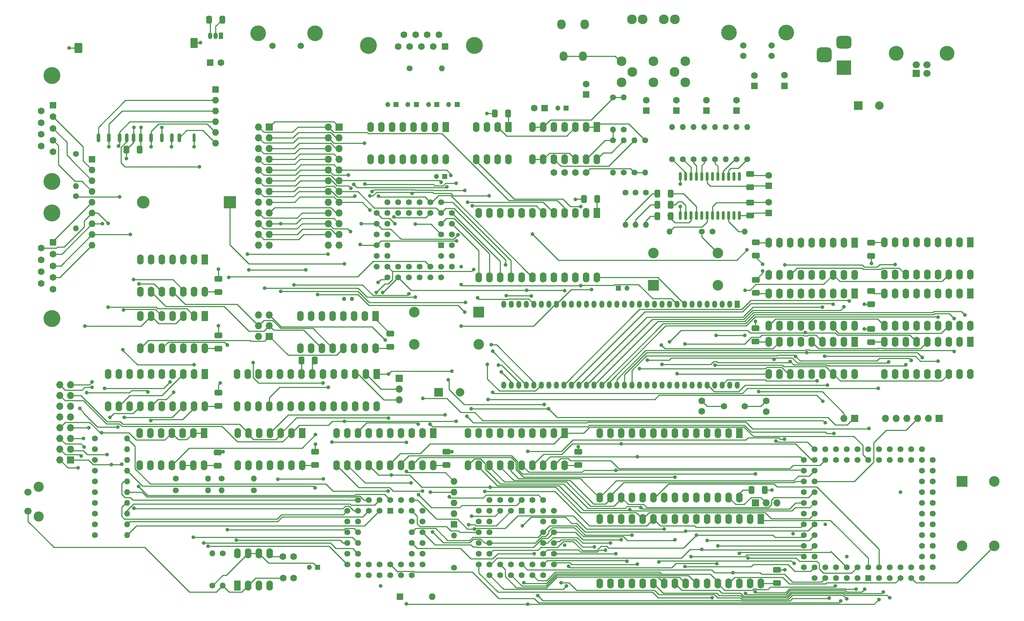
<source format=gbr>
%TF.GenerationSoftware,KiCad,Pcbnew,7.0.6-7.0.6~ubuntu22.04.1*%
%TF.CreationDate,2023-07-30T13:24:19+02:00*%
%TF.ProjectId,sbc,7362632e-6b69-4636-9164-5f7063625858,rev?*%
%TF.SameCoordinates,Original*%
%TF.FileFunction,Copper,L1,Top*%
%TF.FilePolarity,Positive*%
%FSLAX46Y46*%
G04 Gerber Fmt 4.6, Leading zero omitted, Abs format (unit mm)*
G04 Created by KiCad (PCBNEW 7.0.6-7.0.6~ubuntu22.04.1) date 2023-07-30 13:24:19*
%MOMM*%
%LPD*%
G01*
G04 APERTURE LIST*
G04 Aperture macros list*
%AMRoundRect*
0 Rectangle with rounded corners*
0 $1 Rounding radius*
0 $2 $3 $4 $5 $6 $7 $8 $9 X,Y pos of 4 corners*
0 Add a 4 corners polygon primitive as box body*
4,1,4,$2,$3,$4,$5,$6,$7,$8,$9,$2,$3,0*
0 Add four circle primitives for the rounded corners*
1,1,$1+$1,$2,$3*
1,1,$1+$1,$4,$5*
1,1,$1+$1,$6,$7*
1,1,$1+$1,$8,$9*
0 Add four rect primitives between the rounded corners*
20,1,$1+$1,$2,$3,$4,$5,0*
20,1,$1+$1,$4,$5,$6,$7,0*
20,1,$1+$1,$6,$7,$8,$9,0*
20,1,$1+$1,$8,$9,$2,$3,0*%
G04 Aperture macros list end*
%TA.AperFunction,ComponentPad*%
%ADD10O,1.800000X2.300000*%
%TD*%
%TA.AperFunction,ComponentPad*%
%ADD11O,2.000000X2.300000*%
%TD*%
%TA.AperFunction,ComponentPad*%
%ADD12R,1.422400X1.422400*%
%TD*%
%TA.AperFunction,ComponentPad*%
%ADD13C,1.422400*%
%TD*%
%TA.AperFunction,ComponentPad*%
%ADD14R,2.000000X2.000000*%
%TD*%
%TA.AperFunction,ComponentPad*%
%ADD15C,2.000000*%
%TD*%
%TA.AperFunction,SMDPad,CuDef*%
%ADD16RoundRect,0.250000X-0.412500X-0.650000X0.412500X-0.650000X0.412500X0.650000X-0.412500X0.650000X0*%
%TD*%
%TA.AperFunction,ComponentPad*%
%ADD17C,1.400000*%
%TD*%
%TA.AperFunction,ComponentPad*%
%ADD18O,1.400000X1.400000*%
%TD*%
%TA.AperFunction,ComponentPad*%
%ADD19R,1.200000X1.200000*%
%TD*%
%TA.AperFunction,ComponentPad*%
%ADD20C,1.200000*%
%TD*%
%TA.AperFunction,ComponentPad*%
%ADD21R,1.600000X1.600000*%
%TD*%
%TA.AperFunction,ComponentPad*%
%ADD22C,1.600000*%
%TD*%
%TA.AperFunction,ComponentPad*%
%ADD23R,1.700000X1.700000*%
%TD*%
%TA.AperFunction,ComponentPad*%
%ADD24O,1.700000X1.700000*%
%TD*%
%TA.AperFunction,ComponentPad*%
%ADD25R,1.600000X2.400000*%
%TD*%
%TA.AperFunction,ComponentPad*%
%ADD26O,1.600000X2.400000*%
%TD*%
%TA.AperFunction,SMDPad,CuDef*%
%ADD27RoundRect,0.250000X0.650000X-0.412500X0.650000X0.412500X-0.650000X0.412500X-0.650000X-0.412500X0*%
%TD*%
%TA.AperFunction,ComponentPad*%
%ADD28R,2.500000X2.500000*%
%TD*%
%TA.AperFunction,ComponentPad*%
%ADD29C,2.500000*%
%TD*%
%TA.AperFunction,ComponentPad*%
%ADD30O,1.600000X1.600000*%
%TD*%
%TA.AperFunction,SMDPad,CuDef*%
%ADD31RoundRect,0.250000X0.412500X0.650000X-0.412500X0.650000X-0.412500X-0.650000X0.412500X-0.650000X0*%
%TD*%
%TA.AperFunction,SMDPad,CuDef*%
%ADD32RoundRect,0.150000X0.150000X-0.875000X0.150000X0.875000X-0.150000X0.875000X-0.150000X-0.875000X0*%
%TD*%
%TA.AperFunction,ComponentPad*%
%ADD33R,3.000000X3.000000*%
%TD*%
%TA.AperFunction,ComponentPad*%
%ADD34C,3.000000*%
%TD*%
%TA.AperFunction,SMDPad,CuDef*%
%ADD35RoundRect,0.250400X0.149600X0.749600X-0.149600X0.749600X-0.149600X-0.749600X0.149600X-0.749600X0*%
%TD*%
%TA.AperFunction,SMDPad,CuDef*%
%ADD36RoundRect,0.249900X0.100100X0.750100X-0.100100X0.750100X-0.100100X-0.750100X0.100100X-0.750100X0*%
%TD*%
%TA.AperFunction,SMDPad,CuDef*%
%ADD37RoundRect,0.250200X0.649800X0.949800X-0.649800X0.949800X-0.649800X-0.949800X0.649800X-0.949800X0*%
%TD*%
%TA.AperFunction,SMDPad,CuDef*%
%ADD38RoundRect,0.249900X0.600100X0.950100X-0.600100X0.950100X-0.600100X-0.950100X0.600100X-0.950100X0*%
%TD*%
%TA.AperFunction,ComponentPad*%
%ADD39C,4.000000*%
%TD*%
%TA.AperFunction,ComponentPad*%
%ADD40C,1.700000*%
%TD*%
%TA.AperFunction,ComponentPad*%
%ADD41C,3.500000*%
%TD*%
%TA.AperFunction,ComponentPad*%
%ADD42C,1.000000*%
%TD*%
%TA.AperFunction,SMDPad,CuDef*%
%ADD43RoundRect,0.250000X-0.650000X0.412500X-0.650000X-0.412500X0.650000X-0.412500X0.650000X0.412500X0*%
%TD*%
%TA.AperFunction,ComponentPad*%
%ADD44C,2.300000*%
%TD*%
%TA.AperFunction,ComponentPad*%
%ADD45C,2.400000*%
%TD*%
%TA.AperFunction,ComponentPad*%
%ADD46C,1.501140*%
%TD*%
%TA.AperFunction,ComponentPad*%
%ADD47C,3.700780*%
%TD*%
%TA.AperFunction,ComponentPad*%
%ADD48R,1.050000X1.500000*%
%TD*%
%TA.AperFunction,ComponentPad*%
%ADD49O,1.050000X1.500000*%
%TD*%
%TA.AperFunction,ComponentPad*%
%ADD50C,1.500000*%
%TD*%
%TA.AperFunction,ComponentPad*%
%ADD51R,1.200000X1.700000*%
%TD*%
%TA.AperFunction,ComponentPad*%
%ADD52O,1.200000X1.700000*%
%TD*%
%TA.AperFunction,ComponentPad*%
%ADD53R,3.500000X3.500000*%
%TD*%
%TA.AperFunction,ComponentPad*%
%ADD54RoundRect,0.750000X-1.000000X0.750000X-1.000000X-0.750000X1.000000X-0.750000X1.000000X0.750000X0*%
%TD*%
%TA.AperFunction,ComponentPad*%
%ADD55RoundRect,0.875000X-0.875000X0.875000X-0.875000X-0.875000X0.875000X-0.875000X0.875000X0.875000X0*%
%TD*%
%TA.AperFunction,ViaPad*%
%ADD56C,0.889000*%
%TD*%
%TA.AperFunction,Conductor*%
%ADD57C,0.254000*%
%TD*%
G04 APERTURE END LIST*
D10*
%TO.P,J3,R*%
%TO.N,/Video_Audio/Audio_analog/AUDIO_OUT*%
X197328000Y-74683000D03*
%TO.P,J3,S*%
X192728000Y-74683000D03*
D11*
%TO.P,J3,T*%
%TO.N,GND*%
X192278000Y-67183000D03*
X197778000Y-67183000D03*
%TD*%
D12*
%TO.P,U11,1,VSS*%
%TO.N,GND*%
X151765000Y-182225000D03*
D13*
%TO.P,U11,2,PA0*%
%TO.N,Net-(U11-PA0)*%
X149225000Y-179685000D03*
%TO.P,U11,3,PA1*%
%TO.N,Net-(U11-PA1)*%
X149225000Y-182225000D03*
%TO.P,U11,4,PA2*%
%TO.N,Net-(U11-PA2)*%
X146685000Y-179685000D03*
%TO.P,U11,5,PA3*%
%TO.N,Net-(U11-PA3)*%
X146685000Y-182225000D03*
%TO.P,U11,6,PA4*%
%TO.N,Net-(U11-PA4)*%
X144145000Y-179685000D03*
%TO.P,U11,7,PA5*%
%TO.N,Net-(U11-PA5)*%
X141605000Y-182225000D03*
%TO.P,U11,8,PA6*%
%TO.N,Net-(U11-PA6)*%
X144145000Y-182225000D03*
%TO.P,U11,9,PA7*%
%TO.N,Net-(U11-PA7)*%
X141605000Y-184765000D03*
%TO.P,U11,10,PB0*%
%TO.N,/SPI_CLK*%
X144145000Y-184765000D03*
%TO.P,U11,11,nc*%
%TO.N,unconnected-(U11-nc-Pad11)*%
X141605000Y-187305000D03*
%TO.P,U11,12,PB1*%
%TO.N,/~{SPI_SS_SDCARD}*%
X144145000Y-187305000D03*
%TO.P,U11,13,PB2*%
%TO.N,/~{SPI_SS_PS2}*%
X141605000Y-189845000D03*
%TO.P,U11,14,PB3*%
%TO.N,/~{SPI_SS_RTC}*%
X144145000Y-189845000D03*
%TO.P,U11,15,PB4*%
%TO.N,/~{SPI_SS_UNUSED}*%
X141605000Y-192385000D03*
%TO.P,U11,16,PB5*%
%TO.N,Net-(U11-PB5)*%
X144145000Y-192385000D03*
%TO.P,U11,17,PB6*%
%TO.N,Net-(U11-PB6)*%
X141605000Y-194925000D03*
%TO.P,U11,18,PB7*%
%TO.N,/SPI_MOSI*%
X144145000Y-197465000D03*
%TO.P,U11,19,CB1*%
%TO.N,/SPI_CLK*%
X144145000Y-194925000D03*
%TO.P,U11,20,CB2*%
%TO.N,/SPI_MISO*%
X146685000Y-197465000D03*
%TO.P,U11,21,VDD*%
%TO.N,VCC*%
X146685000Y-194925000D03*
%TO.P,U11,22,nc*%
%TO.N,unconnected-(U11-nc-Pad22)*%
X149225000Y-197465000D03*
%TO.P,U11,23,~{IRQ}*%
%TO.N,Net-(D1-K)*%
X149225000Y-194925000D03*
%TO.P,U11,24,R/~{W}*%
%TO.N,/CPU_R~{W}*%
X151765000Y-197465000D03*
%TO.P,U11,25,~{CS2}*%
%TO.N,/~{CS_VIA}*%
X151765000Y-194925000D03*
%TO.P,U11,26,CS1*%
%TO.N,VCC*%
X154305000Y-197465000D03*
%TO.P,U11,27,\u03D52*%
%TO.N,/PHI2*%
X154305000Y-194925000D03*
%TO.P,U11,28,D7*%
%TO.N,/CPU_D7*%
X156845000Y-197465000D03*
%TO.P,U11,29,D6*%
%TO.N,/CPU_D6*%
X159385000Y-194925000D03*
%TO.P,U11,30,D5*%
%TO.N,/CPU_D5*%
X156845000Y-194925000D03*
%TO.P,U11,31,D4*%
%TO.N,/CPU_D4*%
X159385000Y-192385000D03*
%TO.P,U11,32,D3*%
%TO.N,/CPU_D3*%
X156845000Y-192385000D03*
%TO.P,U11,33,nc*%
%TO.N,unconnected-(U11-nc-Pad33)*%
X159385000Y-189845000D03*
%TO.P,U11,34,D2*%
%TO.N,/CPU_D2*%
X156845000Y-189845000D03*
%TO.P,U11,35,D1*%
%TO.N,/CPU_D1*%
X159385000Y-187305000D03*
%TO.P,U11,36,D0*%
%TO.N,/CPU_D0*%
X156845000Y-187305000D03*
%TO.P,U11,37,~{RES}*%
%TO.N,/~{RESET}*%
X159385000Y-184765000D03*
%TO.P,U11,38,nc*%
%TO.N,unconnected-(U11-nc-Pad38)*%
X156845000Y-184765000D03*
%TO.P,U11,39,RS3*%
%TO.N,/CPU_A3*%
X159385000Y-182225000D03*
%TO.P,U11,40,RS2*%
%TO.N,/CPU_A2*%
X156845000Y-179685000D03*
%TO.P,U11,41,RS1*%
%TO.N,/CPU_A1*%
X156845000Y-182225000D03*
%TO.P,U11,42,RS0*%
%TO.N,/CPU_A0*%
X154305000Y-179685000D03*
%TO.P,U11,43,CA2*%
%TO.N,Net-(U11-CA2)*%
X154305000Y-182225000D03*
%TO.P,U11,44,CA1*%
%TO.N,Net-(U11-CA1)*%
X151765000Y-179685000D03*
%TD*%
D14*
%TO.P,C3,1*%
%TO.N,VCC*%
X163240323Y-154178000D03*
D15*
%TO.P,C3,2*%
%TO.N,GND*%
X168240323Y-154178000D03*
%TD*%
D16*
%TO.P,C9,1*%
%TO.N,VCC*%
X237236000Y-177292000D03*
%TO.P,C9,2*%
%TO.N,GND*%
X240361000Y-177292000D03*
%TD*%
D17*
%TO.P,R30,1*%
%TO.N,GND*%
X207391000Y-106934000D03*
D18*
%TO.P,R30,2*%
%TO.N,/Video_Audio/RGB_B*%
X207391000Y-114554000D03*
%TD*%
D17*
%TO.P,R10,1*%
%TO.N,/PA6*%
X81915000Y-170180000D03*
D18*
%TO.P,R10,2*%
%TO.N,Net-(U11-PA6)*%
X89535000Y-170180000D03*
%TD*%
D17*
%TO.P,R6,1*%
%TO.N,/PA2*%
X81915000Y-177800000D03*
D18*
%TO.P,R6,2*%
%TO.N,Net-(U11-PA2)*%
X89535000Y-177800000D03*
%TD*%
D19*
%TO.P,C38,1*%
%TO.N,VCC*%
X205740000Y-129540000D03*
D20*
%TO.P,C38,2*%
%TO.N,GND*%
X207740000Y-129540000D03*
%TD*%
D21*
%TO.P,C46,1*%
%TO.N,VCC*%
X241300000Y-111760000D03*
D22*
%TO.P,C46,2*%
%TO.N,GND*%
X241300000Y-109260000D03*
%TD*%
D23*
%TO.P,JTAG1,1,Pin_1*%
%TO.N,/TMS*%
X281559000Y-160401000D03*
D24*
%TO.P,JTAG1,2,Pin_2*%
%TO.N,/TDI*%
X279019000Y-160401000D03*
%TO.P,JTAG1,3,Pin_3*%
%TO.N,/TDO*%
X276479000Y-160401000D03*
%TO.P,JTAG1,4,Pin_4*%
%TO.N,/TCK*%
X273939000Y-160401000D03*
%TO.P,JTAG1,5,Pin_5*%
%TO.N,GND*%
X271399000Y-160401000D03*
%TO.P,JTAG1,6,Pin_6*%
%TO.N,VCC*%
X268859000Y-160401000D03*
%TD*%
D17*
%TO.P,R27,1*%
%TO.N,GND*%
X207010000Y-102235000D03*
D18*
%TO.P,R27,2*%
%TO.N,Net-(C43-Pad1)*%
X207010000Y-94615000D03*
%TD*%
D25*
%TO.P,U12,1,A->B*%
%TO.N,GND*%
X161925000Y-163815000D03*
D26*
%TO.P,U12,2,A0*%
%TO.N,/~{BUF_OE}*%
X159385000Y-163815000D03*
%TO.P,U12,3,A1*%
%TO.N,/~{BUF_WE}*%
X156845000Y-163815000D03*
%TO.P,U12,4,A2*%
%TO.N,/BUF_R~{W}*%
X154305000Y-163815000D03*
%TO.P,U12,5,A3*%
%TO.N,/BUF_PHI2*%
X151765000Y-163815000D03*
%TO.P,U12,6,A4*%
%TO.N,/BUF_A0*%
X149225000Y-163815000D03*
%TO.P,U12,7,A5*%
%TO.N,/BUF_A1*%
X146685000Y-163815000D03*
%TO.P,U12,8,A6*%
%TO.N,/BUF_A2*%
X144145000Y-163815000D03*
%TO.P,U12,9,A7*%
%TO.N,/BUF_A3*%
X141605000Y-163815000D03*
%TO.P,U12,10,GND*%
%TO.N,GND*%
X139065000Y-163815000D03*
%TO.P,U12,11,B7*%
%TO.N,/CPU_A3*%
X139065000Y-171435000D03*
%TO.P,U12,12,B6*%
%TO.N,/CPU_A2*%
X141605000Y-171435000D03*
%TO.P,U12,13,B5*%
%TO.N,/CPU_A1*%
X144145000Y-171435000D03*
%TO.P,U12,14,B4*%
%TO.N,/CPU_A0*%
X146685000Y-171435000D03*
%TO.P,U12,15,B3*%
%TO.N,/PHI2*%
X149225000Y-171435000D03*
%TO.P,U12,16,B2*%
%TO.N,/CPU_R~{W}*%
X151765000Y-171435000D03*
%TO.P,U12,17,B1*%
%TO.N,/~{WE}*%
X154305000Y-171435000D03*
%TO.P,U12,18,B0*%
%TO.N,/~{OE}*%
X156845000Y-171435000D03*
%TO.P,U12,19,CE*%
%TO.N,GND*%
X159385000Y-171435000D03*
%TO.P,U12,20,VCC*%
%TO.N,VCC*%
X161925000Y-171435000D03*
%TD*%
D25*
%TO.P,U7,1,EN*%
%TO.N,Net-(U29-OEb)*%
X107950000Y-136144000D03*
D26*
%TO.P,U7,2,D*%
%TO.N,Net-(RR1-R5)*%
X105410000Y-136144000D03*
%TO.P,U7,3,O*%
%TO.N,/PA4*%
X102870000Y-136144000D03*
%TO.P,U7,4,EN*%
%TO.N,Net-(U29-OEa)*%
X100330000Y-136144000D03*
%TO.P,U7,5,D*%
%TO.N,Net-(U7B-D)*%
X97790000Y-136144000D03*
%TO.P,U7,6,O*%
%TO.N,/PA4*%
X95250000Y-136144000D03*
%TO.P,U7,7,GND*%
%TO.N,GND*%
X92710000Y-136144000D03*
%TO.P,U7,8,O*%
%TO.N,/SPI_MISO*%
X92710000Y-143764000D03*
%TO.P,U7,9,D*%
%TO.N,/SD Card/DAT0*%
X95250000Y-143764000D03*
%TO.P,U7,10,EN*%
%TO.N,/~{SPI_SS_SDCARD}*%
X97790000Y-143764000D03*
%TO.P,U7,11,O*%
%TO.N,unconnected-(U7D-O-Pad11)*%
X100330000Y-143764000D03*
%TO.P,U7,12,D*%
%TO.N,unconnected-(U7D-D-Pad12)*%
X102870000Y-143764000D03*
%TO.P,U7,13,EN*%
%TO.N,unconnected-(U7D-EN-Pad13)*%
X105410000Y-143764000D03*
%TO.P,U7,14,VCC*%
%TO.N,VCC*%
X107950000Y-143764000D03*
%TD*%
D27*
%TO.P,C33,1*%
%TO.N,VCC*%
X133985000Y-171400000D03*
%TO.P,C33,2*%
%TO.N,GND*%
X133985000Y-168275000D03*
%TD*%
D17*
%TO.P,R40,1*%
%TO.N,Net-(C56-Pad1)*%
X231140000Y-91440000D03*
D18*
%TO.P,R40,2*%
%TO.N,GND*%
X231140000Y-99060000D03*
%TD*%
D25*
%TO.P,U26,1*%
%TO.N,Net-(U26A--)*%
X200660000Y-91440000D03*
D26*
%TO.P,U26,2,-*%
X198120000Y-91440000D03*
%TO.P,U26,3,+*%
%TO.N,Net-(U25-ToBUFF)*%
X195580000Y-91440000D03*
%TO.P,U26,4,V+*%
%TO.N,VCC*%
X193040000Y-91440000D03*
%TO.P,U26,5,+*%
%TO.N,Net-(U25-RB)*%
X190500000Y-91440000D03*
%TO.P,U26,6,-*%
%TO.N,Net-(U25-MP)*%
X187960000Y-91440000D03*
%TO.P,U26,7*%
X185420000Y-91440000D03*
%TO.P,U26,8*%
%TO.N,Net-(U26C--)*%
X185420000Y-99060000D03*
%TO.P,U26,9,-*%
X187960000Y-99060000D03*
%TO.P,U26,10,+*%
%TO.N,Net-(U26C-+)*%
X190500000Y-99060000D03*
%TO.P,U26,11,V-*%
%TO.N,GND*%
X193040000Y-99060000D03*
%TO.P,U26,12,+*%
%TO.N,Net-(U26C--)*%
X195580000Y-99060000D03*
%TO.P,U26,13,-*%
%TO.N,Net-(U26D--)*%
X198120000Y-99060000D03*
%TO.P,U26,14*%
%TO.N,Net-(C43-Pad1)*%
X200660000Y-99060000D03*
%TD*%
D23*
%TO.P,JP2,1,A*%
%TO.N,/CPU_RDY*%
X261620000Y-160401000D03*
D24*
%TO.P,JP2,2,B*%
%TO.N,Net-(JP2-B)*%
X259080000Y-160401000D03*
%TD*%
D27*
%TO.P,C54,1*%
%TO.N,VCC*%
X236855000Y-105702500D03*
%TO.P,C54,2*%
%TO.N,GND*%
X236855000Y-102577500D03*
%TD*%
D17*
%TO.P,R7,1*%
%TO.N,/PA3*%
X81915000Y-185420000D03*
D18*
%TO.P,R7,2*%
%TO.N,Net-(U11-PA3)*%
X89535000Y-185420000D03*
%TD*%
D28*
%TO.P,X3,1,NC*%
%TO.N,unconnected-(X3-NC-Pad1)*%
X213995000Y-128905000D03*
D29*
%TO.P,X3,7,GND*%
%TO.N,GND*%
X229235000Y-128905000D03*
%TO.P,X3,8,FREQ*%
%TO.N,Net-(X3-FREQ)*%
X229235000Y-121285000D03*
%TO.P,X3,14,+5V*%
%TO.N,VCC*%
X213995000Y-121285000D03*
%TD*%
D17*
%TO.P,R31,1*%
%TO.N,Net-(X3-FREQ)*%
X225425000Y-116205000D03*
D18*
%TO.P,R31,2*%
%TO.N,Net-(U27-SCIN)*%
X217805000Y-116205000D03*
%TD*%
D21*
%TO.P,RR1,1,common*%
%TO.N,VCC*%
X81280000Y-99060000D03*
D30*
%TO.P,RR1,2,R1*%
%TO.N,Net-(RR1-R1)*%
X81280000Y-101600000D03*
%TO.P,RR1,3,R2*%
%TO.N,Net-(RR1-R2)*%
X81280000Y-104140000D03*
%TO.P,RR1,4,R3*%
%TO.N,Net-(RR1-R3)*%
X81280000Y-106680000D03*
%TO.P,RR1,5,R4*%
%TO.N,Net-(RR1-R4)*%
X81280000Y-109220000D03*
%TO.P,RR1,6,R5*%
%TO.N,Net-(RR1-R5)*%
X81280000Y-111760000D03*
%TO.P,RR1,7,R6*%
%TO.N,Net-(RR1-R6)*%
X81280000Y-114300000D03*
%TO.P,RR1,8,R7*%
%TO.N,Net-(RR1-R7)*%
X81280000Y-116840000D03*
%TO.P,RR1,9,R8*%
%TO.N,Net-(RR1-R8)*%
X81280000Y-119380000D03*
%TD*%
D22*
%TO.P,C32,1*%
%TO.N,Net-(U18-XTAL1)*%
X225425000Y-156210000D03*
%TO.P,C32,2*%
%TO.N,GND*%
X225425000Y-158710000D03*
%TD*%
D16*
%TO.P,C45,1*%
%TO.N,/Video_Audio/RGB_G*%
X214972500Y-112522000D03*
%TO.P,C45,2*%
%TO.N,Net-(U27-GIN)*%
X218097500Y-112522000D03*
%TD*%
D21*
%TO.P,C56,1*%
%TO.N,Net-(C56-Pad1)*%
X233680000Y-87590000D03*
D22*
%TO.P,C56,2*%
%TO.N,Net-(C56-Pad2)*%
X233680000Y-85090000D03*
%TD*%
D17*
%TO.P,R26,1*%
%TO.N,Net-(U26D--)*%
X204470000Y-94615000D03*
D18*
%TO.P,R26,2*%
%TO.N,Net-(C43-Pad1)*%
X204470000Y-102235000D03*
%TD*%
D27*
%TO.P,C29,1*%
%TO.N,VCC*%
X238210000Y-130683000D03*
%TO.P,C29,2*%
%TO.N,GND*%
X238210000Y-127558000D03*
%TD*%
D31*
%TO.P,C24,1*%
%TO.N,Net-(J6-VDD)*%
X92494500Y-96774000D03*
%TO.P,C24,2*%
%TO.N,GND*%
X89369500Y-96774000D03*
%TD*%
D27*
%TO.P,C59,1*%
%TO.N,VCC*%
X111125000Y-130506000D03*
%TO.P,C59,2*%
%TO.N,GND*%
X111125000Y-127381000D03*
%TD*%
D25*
%TO.P,U28,1*%
%TO.N,/PA7*%
X107701000Y-163815000D03*
D26*
%TO.P,U28,2*%
X105161000Y-163815000D03*
%TO.P,U28,3*%
%TO.N,Net-(U28-Pad10)*%
X102621000Y-163815000D03*
%TO.P,U28,4*%
%TO.N,/PA7*%
X100081000Y-163815000D03*
%TO.P,U28,5*%
%TO.N,/~{JOYPORT_ENABLE}*%
X97541000Y-163815000D03*
%TO.P,U28,6*%
%TO.N,Net-(U29-OEb)*%
X95001000Y-163815000D03*
%TO.P,U28,7,GND*%
%TO.N,GND*%
X92461000Y-163815000D03*
%TO.P,U28,8*%
%TO.N,Net-(U29-OEa)*%
X92461000Y-171435000D03*
%TO.P,U28,9*%
%TO.N,/~{JOYPORT_ENABLE}*%
X95001000Y-171435000D03*
%TO.P,U28,10*%
%TO.N,Net-(U28-Pad10)*%
X97541000Y-171435000D03*
%TO.P,U28,11*%
%TO.N,Net-(U30-CE)*%
X100081000Y-171435000D03*
%TO.P,U28,12*%
%TO.N,/~{SPI_SS_RTC}*%
X102621000Y-171435000D03*
%TO.P,U28,13*%
X105161000Y-171435000D03*
%TO.P,U28,14,VCC*%
%TO.N,VCC*%
X107701000Y-171435000D03*
%TD*%
D32*
%TO.P,U27,1,GND1*%
%TO.N,GND*%
X220345000Y-112395000D03*
%TO.P,U27,2,RIN*%
%TO.N,Net-(U27-RIN)*%
X221615000Y-112395000D03*
%TO.P,U27,3,GIN*%
%TO.N,Net-(U27-GIN)*%
X222885000Y-112395000D03*
%TO.P,U27,4,BIN*%
%TO.N,Net-(U27-BIN)*%
X224155000Y-112395000D03*
%TO.P,U27,5*%
%TO.N,N/C*%
X225425000Y-112395000D03*
%TO.P,U27,6,SCIN*%
%TO.N,Net-(U27-SCIN)*%
X226695000Y-112395000D03*
%TO.P,U27,7,NPIN*%
%TO.N,GND*%
X227965000Y-112395000D03*
%TO.P,U27,8,BFOUT*%
%TO.N,unconnected-(U27-BFOUT-Pad8)*%
X229235000Y-112395000D03*
%TO.P,U27,9*%
%TO.N,N/C*%
X230505000Y-112395000D03*
%TO.P,U27,10,SYNCIN*%
%TO.N,Net-(U27-SYNCIN)*%
X231775000Y-112395000D03*
%TO.P,U27,11*%
%TO.N,N/C*%
X233045000Y-112395000D03*
%TO.P,U27,12,VCC1*%
%TO.N,VCC*%
X234315000Y-112395000D03*
%TO.P,U27,13*%
%TO.N,N/C*%
X234315000Y-103095000D03*
%TO.P,U27,14*%
X233045000Y-103095000D03*
%TO.P,U27,15,COUT*%
%TO.N,Net-(U27-COUT)*%
X231775000Y-103095000D03*
%TO.P,U27,16,YOUT*%
%TO.N,Net-(U27-YOUT)*%
X230505000Y-103095000D03*
%TO.P,U27,17,YTRAP*%
%TO.N,Net-(U27-YTRAP)*%
X229235000Y-103095000D03*
%TO.P,U27,18*%
%TO.N,N/C*%
X227965000Y-103095000D03*
%TO.P,U27,19,VCC2*%
%TO.N,VCC*%
X226695000Y-103095000D03*
%TO.P,U27,20,CVOUT*%
%TO.N,Net-(U27-CVOUT)*%
X225425000Y-103095000D03*
%TO.P,U27,21,BOUT*%
%TO.N,Net-(U27-BOUT)*%
X224155000Y-103095000D03*
%TO.P,U27,22,GOUT*%
%TO.N,Net-(U27-GOUT)*%
X222885000Y-103095000D03*
%TO.P,U27,23,ROUT*%
%TO.N,Net-(U27-ROUT)*%
X221615000Y-103095000D03*
%TO.P,U27,24,GND2*%
%TO.N,GND*%
X220345000Y-103095000D03*
%TD*%
D19*
%TO.P,C17,1*%
%TO.N,VCC*%
X164675600Y-103124000D03*
D20*
%TO.P,C17,2*%
%TO.N,GND*%
X162675600Y-103124000D03*
%TD*%
D21*
%TO.P,C51,1*%
%TO.N,Net-(C51-Pad1)*%
X237871000Y-81748000D03*
D22*
%TO.P,C51,2*%
%TO.N,/Video_Audio/Video_analog/Y_OUT*%
X237871000Y-79248000D03*
%TD*%
D21*
%TO.P,C50,1*%
%TO.N,Net-(C50-Pad1)*%
X212344000Y-87590000D03*
D22*
%TO.P,C50,2*%
%TO.N,Net-(C50-Pad2)*%
X212344000Y-85090000D03*
%TD*%
D17*
%TO.P,R25,1*%
%TO.N,Net-(U25-MP)*%
X204470000Y-84455000D03*
D18*
%TO.P,R25,2*%
%TO.N,Net-(U26D--)*%
X204470000Y-92075000D03*
%TD*%
D21*
%TO.P,C43,1*%
%TO.N,Net-(C43-Pad1)*%
X198120000Y-83780000D03*
D22*
%TO.P,C43,2*%
%TO.N,/Video_Audio/Audio_analog/AUDIO_OUT*%
X198120000Y-81280000D03*
%TD*%
D27*
%TO.P,C12,1*%
%TO.N,VCC*%
X265515000Y-142290000D03*
%TO.P,C12,2*%
%TO.N,GND*%
X265515000Y-139165000D03*
%TD*%
D21*
%TO.P,D1,1,K*%
%TO.N,Net-(D1-K)*%
X154051000Y-202565000D03*
D30*
%TO.P,D1,2,A*%
%TO.N,/~{IRQ}*%
X161671000Y-202565000D03*
%TD*%
D25*
%TO.P,U21,1,OE*%
%TO.N,GND*%
X261620000Y-130810000D03*
D26*
%TO.P,U21,2,DQ0*%
%TO.N,/Video_Audio/VDP_RD0*%
X259080000Y-130810000D03*
%TO.P,U21,3,DQ1*%
%TO.N,/Video_Audio/VDP_RD1*%
X256540000Y-130810000D03*
%TO.P,U21,4,WE*%
%TO.N,/Video_Audio/VDP_R~{W}*%
X254000000Y-130810000D03*
%TO.P,U21,5,RAS*%
%TO.N,/Video_Audio/{slash}RAS*%
X251460000Y-130810000D03*
%TO.P,U21,6,A6*%
%TO.N,/Video_Audio/VDP_AD6*%
X248920000Y-130810000D03*
%TO.P,U21,7,A5*%
%TO.N,/Video_Audio/VDP_AD5*%
X246380000Y-130810000D03*
%TO.P,U21,8,A4*%
%TO.N,/Video_Audio/VDP_AD4*%
X243840000Y-130810000D03*
%TO.P,U21,9,VCC*%
%TO.N,VCC*%
X241300000Y-130810000D03*
%TO.P,U21,10,A7*%
%TO.N,/Video_Audio/VDP_AD7*%
X241300000Y-138430000D03*
%TO.P,U21,11,A3*%
%TO.N,/Video_Audio/VDP_AD3*%
X243840000Y-138430000D03*
%TO.P,U21,12,A2*%
%TO.N,/Video_Audio/VDP_AD2*%
X246380000Y-138430000D03*
%TO.P,U21,13,A1*%
%TO.N,/Video_Audio/VDP_AD1*%
X248920000Y-138430000D03*
%TO.P,U21,14,A0*%
%TO.N,/Video_Audio/VDP_AD0*%
X251460000Y-138430000D03*
%TO.P,U21,15,DQ2*%
%TO.N,/Video_Audio/VDP_RD2*%
X254000000Y-138430000D03*
%TO.P,U21,16,CAS*%
%TO.N,/Video_Audio/{slash}CAS1*%
X256540000Y-138430000D03*
%TO.P,U21,17,DQ3*%
%TO.N,/Video_Audio/VDP_RD3*%
X259080000Y-138430000D03*
%TO.P,U21,18,VSS*%
%TO.N,GND*%
X261620000Y-138430000D03*
%TD*%
D25*
%TO.P,U19,1,OE*%
%TO.N,GND*%
X261610000Y-142250000D03*
D26*
%TO.P,U19,2,DQ0*%
%TO.N,/Video_Audio/VDP_RD0*%
X259070000Y-142250000D03*
%TO.P,U19,3,DQ1*%
%TO.N,/Video_Audio/VDP_RD1*%
X256530000Y-142250000D03*
%TO.P,U19,4,WE*%
%TO.N,/Video_Audio/VDP_R~{W}*%
X253990000Y-142250000D03*
%TO.P,U19,5,RAS*%
%TO.N,/Video_Audio/{slash}RAS*%
X251450000Y-142250000D03*
%TO.P,U19,6,A6*%
%TO.N,/Video_Audio/VDP_AD6*%
X248910000Y-142250000D03*
%TO.P,U19,7,A5*%
%TO.N,/Video_Audio/VDP_AD5*%
X246370000Y-142250000D03*
%TO.P,U19,8,A4*%
%TO.N,/Video_Audio/VDP_AD4*%
X243830000Y-142250000D03*
%TO.P,U19,9,VCC*%
%TO.N,VCC*%
X241290000Y-142250000D03*
%TO.P,U19,10,A7*%
%TO.N,/Video_Audio/VDP_AD7*%
X241290000Y-149870000D03*
%TO.P,U19,11,A3*%
%TO.N,/Video_Audio/VDP_AD3*%
X243830000Y-149870000D03*
%TO.P,U19,12,A2*%
%TO.N,/Video_Audio/VDP_AD2*%
X246370000Y-149870000D03*
%TO.P,U19,13,A1*%
%TO.N,/Video_Audio/VDP_AD1*%
X248910000Y-149870000D03*
%TO.P,U19,14,A0*%
%TO.N,/Video_Audio/VDP_AD0*%
X251450000Y-149870000D03*
%TO.P,U19,15,DQ2*%
%TO.N,/Video_Audio/VDP_RD2*%
X253990000Y-149870000D03*
%TO.P,U19,16,CAS*%
%TO.N,/Video_Audio/{slash}CAS0*%
X256530000Y-149870000D03*
%TO.P,U19,17,DQ3*%
%TO.N,/Video_Audio/VDP_RD3*%
X259070000Y-149870000D03*
%TO.P,U19,18,VSS*%
%TO.N,GND*%
X261610000Y-149870000D03*
%TD*%
D16*
%TO.P,C47,1*%
%TO.N,/Video_Audio/RGB_R*%
X214972500Y-109855000D03*
%TO.P,C47,2*%
%TO.N,Net-(U27-RIN)*%
X218097500Y-109855000D03*
%TD*%
D25*
%TO.P,U25,1,VCC*%
%TO.N,VCC*%
X179705000Y-91440000D03*
D26*
%TO.P,U25,2,ToBUFF*%
%TO.N,Net-(U25-ToBUFF)*%
X177165000Y-91440000D03*
%TO.P,U25,3,LOAD*%
%TO.N,/Video_Audio/Audio_analog/LOAD*%
X174625000Y-91440000D03*
%TO.P,U25,4,SD*%
%TO.N,/Video_Audio/Audio_analog/SD*%
X172085000Y-91440000D03*
%TO.P,U25,5,fI*%
%TO.N,/Video_Audio/Audio_analog/fl*%
X172085000Y-99060000D03*
%TO.P,U25,6,GND*%
%TO.N,GND*%
X174625000Y-99060000D03*
%TO.P,U25,7,RB*%
%TO.N,Net-(U25-RB)*%
X177165000Y-99060000D03*
%TO.P,U25,8,MP*%
%TO.N,Net-(U25-MP)*%
X179705000Y-99060000D03*
%TD*%
D22*
%TO.P,C35,1*%
%TO.N,Net-(U18-XTAL2)*%
X240665000Y-156230000D03*
%TO.P,C35,2*%
%TO.N,GND*%
X240665000Y-158730000D03*
%TD*%
D31*
%TO.P,C60,1*%
%TO.N,VCC*%
X200737000Y-108458000D03*
%TO.P,C60,2*%
%TO.N,GND*%
X197612000Y-108458000D03*
%TD*%
D17*
%TO.P,R36,1*%
%TO.N,Net-(U27-CVOUT)*%
X226060000Y-99060000D03*
D18*
%TO.P,R36,2*%
%TO.N,Net-(C56-Pad1)*%
X226060000Y-91440000D03*
%TD*%
D25*
%TO.P,U16,1,VCC*%
%TO.N,VCC*%
X200660000Y-111760000D03*
D26*
%TO.P,U16,2,~{IRQ}*%
%TO.N,/~{IRQ}*%
X198120000Y-111760000D03*
%TO.P,U16,3,~{IC}*%
%TO.N,/~{RESET}*%
X195580000Y-111760000D03*
%TO.P,U16,4,A0*%
%TO.N,/BUF_A0*%
X193040000Y-111760000D03*
%TO.P,U16,5,~{WR}*%
%TO.N,/~{BUF_WE}*%
X190500000Y-111760000D03*
%TO.P,U16,6,~{RD}*%
%TO.N,/~{BUF_OE}*%
X187960000Y-111760000D03*
%TO.P,U16,7,~{CS}*%
%TO.N,/~{CS_OPL}*%
X185420000Y-111760000D03*
%TO.P,U16,8*%
%TO.N,N/C*%
X182880000Y-111760000D03*
%TO.P,U16,9*%
X180340000Y-111760000D03*
%TO.P,U16,10,D0*%
%TO.N,/BUF_D0*%
X177800000Y-111760000D03*
%TO.P,U16,11,D1*%
%TO.N,/BUF_D1*%
X175260000Y-111760000D03*
%TO.P,U16,12,GND*%
%TO.N,GND*%
X172720000Y-111760000D03*
%TO.P,U16,13,D2*%
%TO.N,/BUF_D2*%
X172720000Y-127000000D03*
%TO.P,U16,14,D3*%
%TO.N,/BUF_D3*%
X175260000Y-127000000D03*
%TO.P,U16,15,D4*%
%TO.N,/BUF_D4*%
X177800000Y-127000000D03*
%TO.P,U16,16,D5*%
%TO.N,/BUF_D5*%
X180340000Y-127000000D03*
%TO.P,U16,17,D6*%
%TO.N,/BUF_D6*%
X182880000Y-127000000D03*
%TO.P,U16,18,D7*%
%TO.N,/BUF_D7*%
X185420000Y-127000000D03*
%TO.P,U16,19*%
%TO.N,N/C*%
X187960000Y-127000000D03*
%TO.P,U16,20,SH*%
%TO.N,/Video_Audio/Audio_analog/LOAD*%
X190500000Y-127000000D03*
%TO.P,U16,21,MO*%
%TO.N,/Video_Audio/Audio_analog/SD*%
X193040000Y-127000000D03*
%TO.P,U16,22*%
%TO.N,N/C*%
X195580000Y-127000000D03*
%TO.P,U16,23,fSY*%
%TO.N,/Video_Audio/Audio_analog/fl*%
X198120000Y-127000000D03*
%TO.P,U16,24,fM*%
%TO.N,/Video_Audio/OPL_CLK*%
X200660000Y-127000000D03*
%TD*%
D17*
%TO.P,R34,1*%
%TO.N,Net-(U27-GOUT)*%
X220980000Y-99060000D03*
D18*
%TO.P,R34,2*%
%TO.N,Net-(C53-Pad1)*%
X220980000Y-91440000D03*
%TD*%
D33*
%TO.P,BT1,1,+*%
%TO.N,Net-(BT1-+)*%
X113850001Y-109220001D03*
D34*
%TO.P,BT1,2,-*%
%TO.N,GND*%
X93360001Y-109220001D03*
%TD*%
D17*
%TO.P,R39,1*%
%TO.N,Net-(U27-COUT)*%
X236220000Y-99060000D03*
D18*
%TO.P,R39,2*%
%TO.N,Net-(C49-Pad1)*%
X236220000Y-91440000D03*
%TD*%
D25*
%TO.P,U10,1,GND*%
%TO.N,GND*%
X115580000Y-199898000D03*
D26*
%TO.P,U10,2,TR*%
%TO.N,/RESET_TRIG*%
X118120000Y-199898000D03*
%TO.P,U10,3,Q*%
%TO.N,Net-(U10-Q)*%
X120660000Y-199898000D03*
%TO.P,U10,4,R*%
%TO.N,VCC*%
X123200000Y-199898000D03*
%TO.P,U10,5,CV*%
%TO.N,Net-(U10-CV)*%
X123200000Y-192278000D03*
%TO.P,U10,6,THR*%
%TO.N,Net-(U10-DIS)*%
X120660000Y-192278000D03*
%TO.P,U10,7,DIS*%
X118120000Y-192278000D03*
%TO.P,U10,8,VCC*%
%TO.N,VCC*%
X115580000Y-192278000D03*
%TD*%
D28*
%TO.P,X1,1,NC*%
%TO.N,unconnected-(X1-NC-Pad1)*%
X287020000Y-175260000D03*
D29*
%TO.P,X1,7,GND*%
%TO.N,GND*%
X287020000Y-190500000D03*
%TO.P,X1,8,FREQ*%
%TO.N,/CLKIN*%
X294640000Y-190500000D03*
%TO.P,X1,14,+5V*%
%TO.N,VCC*%
X294640000Y-175260000D03*
%TD*%
D17*
%TO.P,R17,1*%
%TO.N,VCC*%
X166878000Y-195707000D03*
D18*
%TO.P,R17,2*%
%TO.N,/CPU_RDY*%
X166878000Y-188087000D03*
%TD*%
D35*
%TO.P,J6,1,CD/DAT3*%
%TO.N,/SD Card/DAT3*%
X85230000Y-93969000D03*
%TO.P,J6,2,CMD*%
%TO.N,/SD Card/CMD*%
X87730000Y-93969000D03*
%TO.P,J6,3,VSS*%
%TO.N,GND*%
X91030000Y-93969000D03*
%TO.P,J6,4,VDD*%
%TO.N,Net-(J6-VDD)*%
X92730000Y-93969000D03*
%TO.P,J6,5,CLK*%
%TO.N,/SD Card/CLK*%
X95230000Y-93969000D03*
%TO.P,J6,6,VSS*%
%TO.N,GND*%
X97730000Y-93969000D03*
%TO.P,J6,7,DAT0*%
%TO.N,/SD Card/DAT0*%
X100160000Y-93969000D03*
%TO.P,J6,8,DAT1*%
%TO.N,/SD Card/DAT1*%
X101860000Y-93969000D03*
%TO.P,J6,9,DAT2*%
%TO.N,/SD Card/DAT2*%
X82730000Y-93969000D03*
%TO.P,J6,10,CARD_DETECT*%
%TO.N,/~{SD_CARD_DETECT}*%
X89430000Y-93969000D03*
D36*
%TO.P,J6,11,WRITE_PROTECT*%
%TO.N,/~{SD_WRITE_PROTECT}*%
X105350000Y-93969000D03*
D37*
%TO.P,J6,12,SHELL1*%
%TO.N,GND*%
X78010000Y-72769000D03*
D38*
%TO.P,J6,13,SHELL2*%
X105360000Y-71569000D03*
%TD*%
D21*
%TO.P,C53,1*%
%TO.N,Net-(C53-Pad1)*%
X226568000Y-87590000D03*
D22*
%TO.P,C53,2*%
%TO.N,/Video_Audio/Video_analog/G_OUT*%
X226568000Y-85090000D03*
%TD*%
D31*
%TO.P,C61,1*%
%TO.N,VCC*%
X179655000Y-88265000D03*
%TO.P,C61,2*%
%TO.N,GND*%
X176530000Y-88265000D03*
%TD*%
D39*
%TO.P,J2,0,PAD*%
%TO.N,GND*%
X171641000Y-72134331D03*
X146641000Y-72134331D03*
D21*
%TO.P,J2,1,1*%
%TO.N,unconnected-(J2-Pad1)*%
X164681000Y-72434331D03*
D22*
%TO.P,J2,2,2*%
%TO.N,Net-(U8-R2IN)*%
X161911000Y-72434331D03*
%TO.P,J2,3,3*%
%TO.N,Net-(U8-T2OUT)*%
X159141000Y-72434331D03*
%TO.P,J2,4,4*%
%TO.N,Net-(J2-Pad4)*%
X156371000Y-72434331D03*
%TO.P,J2,5,5*%
%TO.N,GND*%
X153601000Y-72434331D03*
%TO.P,J2,6,6*%
%TO.N,unconnected-(J2-Pad6)*%
X163296000Y-69594331D03*
%TO.P,J2,7,7*%
%TO.N,Net-(U8-T1OUT)*%
X160526000Y-69594331D03*
%TO.P,J2,8,8*%
%TO.N,Net-(U8-R1IN)*%
X157756000Y-69594331D03*
%TO.P,J2,9,9*%
%TO.N,unconnected-(J2-Pad9)*%
X154986000Y-69594331D03*
%TD*%
D17*
%TO.P,R43,1*%
%TO.N,/~{SD_WRITE_PROTECT}*%
X101092000Y-174625000D03*
D18*
%TO.P,R43,2*%
%TO.N,Net-(U11-PB5)*%
X108712000Y-174625000D03*
%TD*%
D21*
%TO.P,C20,1*%
%TO.N,Net-(J6-VDD)*%
X109220000Y-76200000D03*
D22*
%TO.P,C20,2*%
%TO.N,GND*%
X111720000Y-76200000D03*
%TD*%
D25*
%TO.P,U5,1*%
%TO.N,Net-(U6-INTR)*%
X130942000Y-163815000D03*
D26*
%TO.P,U5,2*%
%TO.N,/~{IRQ}*%
X128402000Y-163815000D03*
%TO.P,U5,3*%
%TO.N,/~{RESET}*%
X125862000Y-163815000D03*
%TO.P,U5,4*%
%TO.N,Net-(U6-MR)*%
X123322000Y-163815000D03*
%TO.P,U5,5*%
%TO.N,Net-(U10-Q)*%
X120782000Y-163815000D03*
%TO.P,U5,6*%
%TO.N,/~{RESET}*%
X118242000Y-163815000D03*
%TO.P,U5,7,GND*%
%TO.N,GND*%
X115702000Y-163815000D03*
%TO.P,U5,8*%
%TO.N,unconnected-(U5-Pad8)*%
X115702000Y-171435000D03*
%TO.P,U5,9*%
%TO.N,GND*%
X118242000Y-171435000D03*
%TO.P,U5,10*%
%TO.N,unconnected-(U5-Pad10)*%
X120782000Y-171435000D03*
%TO.P,U5,11*%
%TO.N,GND*%
X123322000Y-171435000D03*
%TO.P,U5,12*%
%TO.N,unconnected-(U5-Pad12)*%
X125862000Y-171435000D03*
%TO.P,U5,13*%
%TO.N,GND*%
X128402000Y-171435000D03*
%TO.P,U5,14,VCC*%
%TO.N,VCC*%
X130942000Y-171435000D03*
%TD*%
D19*
%TO.P,C19,1*%
%TO.N,Net-(U8-C1+)*%
X167608000Y-86106000D03*
D20*
%TO.P,C19,2*%
%TO.N,Net-(U8-C1-)*%
X165608000Y-86106000D03*
%TD*%
D25*
%TO.P,U22,1,OE*%
%TO.N,GND*%
X288915000Y-130820000D03*
D26*
%TO.P,U22,2,DQ0*%
%TO.N,/Video_Audio/VDP_RD4*%
X286375000Y-130820000D03*
%TO.P,U22,3,DQ1*%
%TO.N,/Video_Audio/VDP_RD5*%
X283835000Y-130820000D03*
%TO.P,U22,4,WE*%
%TO.N,/Video_Audio/VDP_R~{W}*%
X281295000Y-130820000D03*
%TO.P,U22,5,RAS*%
%TO.N,/Video_Audio/{slash}RAS*%
X278755000Y-130820000D03*
%TO.P,U22,6,A6*%
%TO.N,/Video_Audio/VDP_AD6*%
X276215000Y-130820000D03*
%TO.P,U22,7,A5*%
%TO.N,/Video_Audio/VDP_AD5*%
X273675000Y-130820000D03*
%TO.P,U22,8,A4*%
%TO.N,/Video_Audio/VDP_AD4*%
X271135000Y-130820000D03*
%TO.P,U22,9,VCC*%
%TO.N,VCC*%
X268595000Y-130820000D03*
%TO.P,U22,10,A7*%
%TO.N,/Video_Audio/VDP_AD7*%
X268595000Y-138440000D03*
%TO.P,U22,11,A3*%
%TO.N,/Video_Audio/VDP_AD3*%
X271135000Y-138440000D03*
%TO.P,U22,12,A2*%
%TO.N,/Video_Audio/VDP_AD2*%
X273675000Y-138440000D03*
%TO.P,U22,13,A1*%
%TO.N,/Video_Audio/VDP_AD1*%
X276215000Y-138440000D03*
%TO.P,U22,14,A0*%
%TO.N,/Video_Audio/VDP_AD0*%
X278755000Y-138440000D03*
%TO.P,U22,15,DQ2*%
%TO.N,/Video_Audio/VDP_RD6*%
X281295000Y-138440000D03*
%TO.P,U22,16,CAS*%
%TO.N,/Video_Audio/{slash}CAS1*%
X283835000Y-138440000D03*
%TO.P,U22,17,DQ3*%
%TO.N,/Video_Audio/VDP_RD7*%
X286375000Y-138440000D03*
%TO.P,U22,18,VSS*%
%TO.N,GND*%
X288915000Y-138440000D03*
%TD*%
D27*
%TO.P,C8,1*%
%TO.N,VCC*%
X196215000Y-171400000D03*
%TO.P,C8,2*%
%TO.N,GND*%
X196215000Y-168275000D03*
%TD*%
D23*
%TO.P,SLOT1,1,Pin_1*%
%TO.N,/BUF_D0*%
X123190000Y-91440000D03*
D24*
%TO.P,SLOT1,2,Pin_2*%
%TO.N,/BUF_A0*%
X120650000Y-91440000D03*
%TO.P,SLOT1,3,Pin_3*%
%TO.N,/BUF_D1*%
X123190000Y-93980000D03*
%TO.P,SLOT1,4,Pin_4*%
%TO.N,/BUF_A1*%
X120650000Y-93980000D03*
%TO.P,SLOT1,5,Pin_5*%
%TO.N,/BUF_D2*%
X123190000Y-96520000D03*
%TO.P,SLOT1,6,Pin_6*%
%TO.N,/BUF_A2*%
X120650000Y-96520000D03*
%TO.P,SLOT1,7,Pin_7*%
%TO.N,/BUF_D3*%
X123190000Y-99060000D03*
%TO.P,SLOT1,8,Pin_8*%
%TO.N,/BUF_A3*%
X120650000Y-99060000D03*
%TO.P,SLOT1,9,Pin_9*%
%TO.N,/BUF_D4*%
X123190000Y-101600000D03*
%TO.P,SLOT1,10,Pin_10*%
%TO.N,/BUF_R~{W}*%
X120650000Y-101600000D03*
%TO.P,SLOT1,11,Pin_11*%
%TO.N,/BUF_D5*%
X123190000Y-104140000D03*
%TO.P,SLOT1,12,Pin_12*%
%TO.N,/~{BUF_WE}*%
X120650000Y-104140000D03*
%TO.P,SLOT1,13,Pin_13*%
%TO.N,/BUF_D6*%
X123190000Y-106680000D03*
%TO.P,SLOT1,14,Pin_14*%
%TO.N,/~{BUF_OE}*%
X120650000Y-106680000D03*
%TO.P,SLOT1,15,Pin_15*%
%TO.N,/BUF_D7*%
X123190000Y-109220000D03*
%TO.P,SLOT1,16,Pin_16*%
%TO.N,/~{CS_SLOT1}*%
X120650000Y-109220000D03*
%TO.P,SLOT1,17,Pin_17*%
%TO.N,/~{IRQ}*%
X123190000Y-111760000D03*
%TO.P,SLOT1,18,Pin_18*%
%TO.N,/~{NMI}*%
X120650000Y-111760000D03*
%TO.P,SLOT1,19,Pin_19*%
%TO.N,/CPU_RDY*%
X123190000Y-114300000D03*
%TO.P,SLOT1,20,Pin_20*%
%TO.N,/BUF_PHI2*%
X120650000Y-114300000D03*
%TO.P,SLOT1,21,Pin_21*%
%TO.N,/~{RESET}*%
X123190000Y-116840000D03*
%TO.P,SLOT1,22,Pin_22*%
%TO.N,/RESET_TRIG*%
X120650000Y-116840000D03*
%TO.P,SLOT1,23,Pin_23*%
%TO.N,VCC*%
X123190000Y-119380000D03*
%TO.P,SLOT1,24,Pin_24*%
%TO.N,GND*%
X120650000Y-119380000D03*
%TD*%
D25*
%TO.P,U8,1,C1+*%
%TO.N,Net-(U8-C1+)*%
X164857400Y-91425000D03*
D26*
%TO.P,U8,2,VS+*%
%TO.N,Net-(U8-VS+)*%
X162317400Y-91425000D03*
%TO.P,U8,3,C1-*%
%TO.N,Net-(U8-C1-)*%
X159777400Y-91425000D03*
%TO.P,U8,4,C2+*%
%TO.N,Net-(U8-C2+)*%
X157237400Y-91425000D03*
%TO.P,U8,5,C2-*%
%TO.N,Net-(U8-C2-)*%
X154697400Y-91425000D03*
%TO.P,U8,6,VS-*%
%TO.N,Net-(U8-VS-)*%
X152157400Y-91425000D03*
%TO.P,U8,7,T2OUT*%
%TO.N,Net-(U8-T2OUT)*%
X149617400Y-91425000D03*
%TO.P,U8,8,R2IN*%
%TO.N,Net-(U8-R2IN)*%
X147077400Y-91425000D03*
%TO.P,U8,9,R2OUT*%
%TO.N,Net-(U6-SIN)*%
X147077400Y-99045000D03*
%TO.P,U8,10,T2IN*%
%TO.N,Net-(U6-SOUT)*%
X149617400Y-99045000D03*
%TO.P,U8,11,T1IN*%
%TO.N,Net-(U6-~{RTS})*%
X152157400Y-99045000D03*
%TO.P,U8,12,R1OUT*%
%TO.N,Net-(U6-~{CTS})*%
X154697400Y-99045000D03*
%TO.P,U8,13,R1IN*%
%TO.N,Net-(U8-R1IN)*%
X157237400Y-99045000D03*
%TO.P,U8,14,T1OUT*%
%TO.N,Net-(U8-T1OUT)*%
X159777400Y-99045000D03*
%TO.P,U8,15,GND*%
%TO.N,GND*%
X162317400Y-99045000D03*
%TO.P,U8,16,VCC*%
%TO.N,VCC*%
X164857400Y-99045000D03*
%TD*%
D17*
%TO.P,R5,1*%
%TO.N,/PA1*%
X81915000Y-187960000D03*
D18*
%TO.P,R5,2*%
%TO.N,Net-(U11-PA1)*%
X89535000Y-187960000D03*
%TD*%
D17*
%TO.P,R12,1*%
%TO.N,/CA1*%
X81915000Y-167640000D03*
D18*
%TO.P,R12,2*%
%TO.N,Net-(U11-CA1)*%
X89535000Y-167640000D03*
%TD*%
D17*
%TO.P,R3,1*%
%TO.N,VCC*%
X111887000Y-174625000D03*
D18*
%TO.P,R3,2*%
%TO.N,/~{RESET}*%
X119507000Y-174625000D03*
%TD*%
D12*
%TO.P,U6,1,NC*%
%TO.N,unconnected-(U6-NC-Pad1)*%
X163830000Y-119380000D03*
D13*
%TO.P,U6,2,D0*%
%TO.N,/BUF_D0*%
X166370000Y-116840000D03*
%TO.P,U6,3,D1*%
%TO.N,/BUF_D1*%
X163830000Y-116840000D03*
%TO.P,U6,4,D2*%
%TO.N,/BUF_D2*%
X166370000Y-114300000D03*
%TO.P,U6,5,D3*%
%TO.N,/BUF_D3*%
X163830000Y-114300000D03*
%TO.P,U6,6,D4*%
%TO.N,/BUF_D4*%
X166370000Y-111760000D03*
%TO.P,U6,7,D5*%
%TO.N,/BUF_D5*%
X163830000Y-109220000D03*
%TO.P,U6,8,D6*%
%TO.N,/BUF_D6*%
X163830000Y-111760000D03*
%TO.P,U6,9,D7*%
%TO.N,/BUF_D7*%
X161290000Y-109220000D03*
%TO.P,U6,10,RCLK*%
%TO.N,Net-(U6-RCLK)*%
X161290000Y-111760000D03*
%TO.P,U6,11,SIN*%
%TO.N,Net-(U6-SIN)*%
X158750000Y-109220000D03*
%TO.P,U6,12,NC*%
%TO.N,unconnected-(U6-NC-Pad12)*%
X158750000Y-111760000D03*
%TO.P,U6,13,SOUT*%
%TO.N,Net-(U6-SOUT)*%
X156210000Y-109220000D03*
%TO.P,U6,14,CS0*%
%TO.N,VCC*%
X156210000Y-111760000D03*
%TO.P,U6,15,CS1*%
X153670000Y-109220000D03*
%TO.P,U6,16,~{CS2}*%
%TO.N,/~{CS_UART}*%
X153670000Y-111760000D03*
%TO.P,U6,17,~{BAUDOUT}*%
%TO.N,Net-(U6-RCLK)*%
X151130000Y-109220000D03*
%TO.P,U6,18,XIN*%
%TO.N,Net-(U6-XIN)*%
X148590000Y-111760000D03*
%TO.P,U6,19,XOUT*%
%TO.N,unconnected-(U6-XOUT-Pad19)*%
X151130000Y-111760000D03*
%TO.P,U6,20,~{WR}*%
%TO.N,/~{BUF_WE}*%
X148590000Y-114300000D03*
%TO.P,U6,21,WR*%
%TO.N,GND*%
X151130000Y-114300000D03*
%TO.P,U6,22,GND*%
X148590000Y-116840000D03*
%TO.P,U6,23,NC*%
%TO.N,unconnected-(U6-NC-Pad23)*%
X151130000Y-116840000D03*
%TO.P,U6,24,~{RD}*%
%TO.N,/~{BUF_OE}*%
X148590000Y-119380000D03*
%TO.P,U6,25,RD*%
%TO.N,GND*%
X151130000Y-119380000D03*
%TO.P,U6,26,DDIS*%
%TO.N,unconnected-(U6-DDIS-Pad26)*%
X148590000Y-121920000D03*
%TO.P,U6,27,~{TXRDY}*%
%TO.N,unconnected-(U6-~{TXRDY}-Pad27)*%
X151130000Y-121920000D03*
%TO.P,U6,28,~{ADS}*%
%TO.N,GND*%
X148590000Y-124460000D03*
%TO.P,U6,29,A2*%
%TO.N,/BUF_A2*%
X151130000Y-127000000D03*
%TO.P,U6,30,A1*%
%TO.N,/BUF_A1*%
X151130000Y-124460000D03*
%TO.P,U6,31,A0*%
%TO.N,/BUF_A0*%
X153670000Y-127000000D03*
%TO.P,U6,32,~{RXRDY}*%
%TO.N,unconnected-(U6-~{RXRDY}-Pad32)*%
X153670000Y-124460000D03*
%TO.P,U6,33,INTR*%
%TO.N,Net-(U6-INTR)*%
X156210000Y-127000000D03*
%TO.P,U6,34,NC*%
%TO.N,unconnected-(U6-NC-Pad34)*%
X156210000Y-124460000D03*
%TO.P,U6,35,~{OUT2}*%
%TO.N,unconnected-(U6-~{OUT2}-Pad35)*%
X158750000Y-127000000D03*
%TO.P,U6,36,~{RTS}*%
%TO.N,Net-(U6-~{RTS})*%
X158750000Y-124460000D03*
%TO.P,U6,37,~{DTR}*%
%TO.N,unconnected-(U6-~{DTR}-Pad37)*%
X161290000Y-127000000D03*
%TO.P,U6,38,~{OUT1}*%
%TO.N,/~{JOYPORT_ENABLE}*%
X161290000Y-124460000D03*
%TO.P,U6,39,MR*%
%TO.N,Net-(U6-MR)*%
X163830000Y-127000000D03*
%TO.P,U6,40,~{CTS}*%
%TO.N,Net-(U6-~{CTS})*%
X166370000Y-124460000D03*
%TO.P,U6,41,~{DSR}*%
%TO.N,VCC*%
X163830000Y-124460000D03*
%TO.P,U6,42,~{DCD}*%
X166370000Y-121920000D03*
%TO.P,U6,43,~{RI}*%
X163830000Y-121920000D03*
%TO.P,U6,44,VCC*%
X166370000Y-119380000D03*
%TD*%
D17*
%TO.P,R24,1*%
%TO.N,Net-(C42-Pad2)*%
X209550000Y-102235000D03*
D18*
%TO.P,R24,2*%
%TO.N,Net-(U26C-+)*%
X209550000Y-94615000D03*
%TD*%
D25*
%TO.P,U30,1,VCC2*%
%TO.N,GND*%
X148336000Y-136144000D03*
D26*
%TO.P,U30,2,VBAT*%
%TO.N,Net-(BT1-+)*%
X145796000Y-136144000D03*
%TO.P,U30,3,X1*%
%TO.N,Net-(U30-X1)*%
X143256000Y-136144000D03*
%TO.P,U30,4,X2*%
%TO.N,Net-(U30-X2)*%
X140716000Y-136144000D03*
%TO.P,U30,5,/INT0*%
%TO.N,/~{IRQ}*%
X138176000Y-136144000D03*
%TO.P,U30,6,INT1*%
%TO.N,unconnected-(U30-INT1-Pad6)*%
X135636000Y-136144000D03*
%TO.P,U30,7,1HZ*%
%TO.N,unconnected-(U30-1HZ-Pad7)*%
X133096000Y-136144000D03*
%TO.P,U30,8,GND*%
%TO.N,GND*%
X130556000Y-136144000D03*
%TO.P,U30,9,MODE*%
%TO.N,VCC*%
X130556000Y-143764000D03*
%TO.P,U30,10,CE*%
%TO.N,Net-(U30-CE)*%
X133096000Y-143764000D03*
%TO.P,U30,11,SCLK*%
%TO.N,/SPI_CLK*%
X135636000Y-143764000D03*
%TO.P,U30,12,SDI*%
%TO.N,/SPI_MOSI*%
X138176000Y-143764000D03*
%TO.P,U30,13,SDO*%
%TO.N,/SPI_MISO*%
X140716000Y-143764000D03*
%TO.P,U30,14,VCCIF*%
%TO.N,VCC*%
X143256000Y-143764000D03*
%TO.P,U30,15,32KHZ*%
%TO.N,unconnected-(U30-32KHZ-Pad15)*%
X145796000Y-143764000D03*
%TO.P,U30,16,VCC1*%
%TO.N,VCC*%
X148336000Y-143764000D03*
%TD*%
D27*
%TO.P,C7,1*%
%TO.N,VCC*%
X165100000Y-171400000D03*
%TO.P,C7,2*%
%TO.N,GND*%
X165100000Y-168275000D03*
%TD*%
D17*
%TO.P,R35,1*%
%TO.N,Net-(U27-BOUT)*%
X223520000Y-99060000D03*
D18*
%TO.P,R35,2*%
%TO.N,Net-(C55-Pad1)*%
X223520000Y-91440000D03*
%TD*%
D23*
%TO.P,SLOT0,1,Pin_1*%
%TO.N,/BUF_D0*%
X139700000Y-91440000D03*
D24*
%TO.P,SLOT0,2,Pin_2*%
%TO.N,/BUF_A0*%
X137160000Y-91440000D03*
%TO.P,SLOT0,3,Pin_3*%
%TO.N,/BUF_D1*%
X139700000Y-93980000D03*
%TO.P,SLOT0,4,Pin_4*%
%TO.N,/BUF_A1*%
X137160000Y-93980000D03*
%TO.P,SLOT0,5,Pin_5*%
%TO.N,/BUF_D2*%
X139700000Y-96520000D03*
%TO.P,SLOT0,6,Pin_6*%
%TO.N,/BUF_A2*%
X137160000Y-96520000D03*
%TO.P,SLOT0,7,Pin_7*%
%TO.N,/BUF_D3*%
X139700000Y-99060000D03*
%TO.P,SLOT0,8,Pin_8*%
%TO.N,/BUF_A3*%
X137160000Y-99060000D03*
%TO.P,SLOT0,9,Pin_9*%
%TO.N,/BUF_D4*%
X139700000Y-101600000D03*
%TO.P,SLOT0,10,Pin_10*%
%TO.N,/BUF_R~{W}*%
X137160000Y-101600000D03*
%TO.P,SLOT0,11,Pin_11*%
%TO.N,/BUF_D5*%
X139700000Y-104140000D03*
%TO.P,SLOT0,12,Pin_12*%
%TO.N,/~{BUF_WE}*%
X137160000Y-104140000D03*
%TO.P,SLOT0,13,Pin_13*%
%TO.N,/BUF_D6*%
X139700000Y-106680000D03*
%TO.P,SLOT0,14,Pin_14*%
%TO.N,/~{BUF_OE}*%
X137160000Y-106680000D03*
%TO.P,SLOT0,15,Pin_15*%
%TO.N,/BUF_D7*%
X139700000Y-109220000D03*
%TO.P,SLOT0,16,Pin_16*%
%TO.N,/~{CS_SLOT0}*%
X137160000Y-109220000D03*
%TO.P,SLOT0,17,Pin_17*%
%TO.N,/~{IRQ}*%
X139700000Y-111760000D03*
%TO.P,SLOT0,18,Pin_18*%
%TO.N,/~{NMI}*%
X137160000Y-111760000D03*
%TO.P,SLOT0,19,Pin_19*%
%TO.N,/CPU_RDY*%
X139700000Y-114300000D03*
%TO.P,SLOT0,20,Pin_20*%
%TO.N,/BUF_PHI2*%
X137160000Y-114300000D03*
%TO.P,SLOT0,21,Pin_21*%
%TO.N,/~{RESET}*%
X139700000Y-116840000D03*
%TO.P,SLOT0,22,Pin_22*%
%TO.N,/RESET_TRIG*%
X137160000Y-116840000D03*
%TO.P,SLOT0,23,Pin_23*%
%TO.N,VCC*%
X139700000Y-119380000D03*
%TO.P,SLOT0,24,Pin_24*%
%TO.N,GND*%
X137160000Y-119380000D03*
%TD*%
D17*
%TO.P,R1,1*%
%TO.N,VCC*%
X112141000Y-192278000D03*
D18*
%TO.P,R1,2*%
%TO.N,/RESET_TRIG*%
X112141000Y-199898000D03*
%TD*%
D17*
%TO.P,R29,1*%
%TO.N,GND*%
X209804000Y-106934000D03*
D18*
%TO.P,R29,2*%
%TO.N,/Video_Audio/RGB_R*%
X209804000Y-114554000D03*
%TD*%
D27*
%TO.P,C10,1*%
%TO.N,VCC*%
X243205000Y-199340000D03*
%TO.P,C10,2*%
%TO.N,GND*%
X243205000Y-196215000D03*
%TD*%
D25*
%TO.P,U3,1,A18*%
%TO.N,/EXT_A18*%
X239395000Y-184150000D03*
D26*
%TO.P,U3,2,A16*%
%TO.N,/EXT_A16*%
X236855000Y-184150000D03*
%TO.P,U3,3,A14*%
%TO.N,/EXT_A14*%
X234315000Y-184150000D03*
%TO.P,U3,4,A12*%
%TO.N,/CPU_A12*%
X231775000Y-184150000D03*
%TO.P,U3,5,A7*%
%TO.N,/CPU_A7*%
X229235000Y-184150000D03*
%TO.P,U3,6,A6*%
%TO.N,/CPU_A6*%
X226695000Y-184150000D03*
%TO.P,U3,7,A5*%
%TO.N,/CPU_A5*%
X224155000Y-184150000D03*
%TO.P,U3,8,A4*%
%TO.N,/CPU_A4*%
X221615000Y-184150000D03*
%TO.P,U3,9,A3*%
%TO.N,/CPU_A3*%
X219075000Y-184150000D03*
%TO.P,U3,10,A2*%
%TO.N,/CPU_A2*%
X216535000Y-184150000D03*
%TO.P,U3,11,A1*%
%TO.N,/CPU_A1*%
X213995000Y-184150000D03*
%TO.P,U3,12,A0*%
%TO.N,/CPU_A0*%
X211455000Y-184150000D03*
%TO.P,U3,13,DQ0*%
%TO.N,/CPU_D0*%
X208915000Y-184150000D03*
%TO.P,U3,14,DQ1*%
%TO.N,/CPU_D1*%
X206375000Y-184150000D03*
%TO.P,U3,15,DQ2*%
%TO.N,/CPU_D2*%
X203835000Y-184150000D03*
%TO.P,U3,16,VSS*%
%TO.N,GND*%
X201295000Y-184150000D03*
%TO.P,U3,17,DQ3*%
%TO.N,/CPU_D3*%
X201295000Y-199390000D03*
%TO.P,U3,18,DQ4*%
%TO.N,/CPU_D4*%
X203835000Y-199390000D03*
%TO.P,U3,19,DQ5*%
%TO.N,/CPU_D5*%
X206375000Y-199390000D03*
%TO.P,U3,20,DQ6*%
%TO.N,/CPU_D6*%
X208915000Y-199390000D03*
%TO.P,U3,21,DQ7*%
%TO.N,/CPU_D7*%
X211455000Y-199390000D03*
%TO.P,U3,22,CE#*%
%TO.N,/~{CS_RAM}*%
X213995000Y-199390000D03*
%TO.P,U3,23,A10*%
%TO.N,/CPU_A10*%
X216535000Y-199390000D03*
%TO.P,U3,24,OE#*%
%TO.N,/~{OE}*%
X219075000Y-199390000D03*
%TO.P,U3,25,A11*%
%TO.N,/CPU_A11*%
X221615000Y-199390000D03*
%TO.P,U3,26,A9*%
%TO.N,/CPU_A9*%
X224155000Y-199390000D03*
%TO.P,U3,27,A8*%
%TO.N,/CPU_A8*%
X226695000Y-199390000D03*
%TO.P,U3,28,A13*%
%TO.N,/CPU_A13*%
X229235000Y-199390000D03*
%TO.P,U3,29,WE#*%
%TO.N,/~{WE}*%
X231775000Y-199390000D03*
%TO.P,U3,30,A17*%
%TO.N,/EXT_A17*%
X234315000Y-199390000D03*
%TO.P,U3,31,A15*%
%TO.N,/EXT_A15*%
X236855000Y-199390000D03*
%TO.P,U3,32,VCC*%
%TO.N,VCC*%
X239395000Y-199390000D03*
%TD*%
D39*
%TO.P,Joystick Port 2,0,PAD*%
%TO.N,GND*%
X71755000Y-79285000D03*
X71755000Y-104285000D03*
D21*
%TO.P,Joystick Port 2,1,1*%
%TO.N,Net-(U29-I0a)*%
X72055000Y-86245000D03*
D22*
%TO.P,Joystick Port 2,2,2*%
%TO.N,Net-(RR1-R1)*%
X72055000Y-89015000D03*
%TO.P,Joystick Port 2,3,3*%
%TO.N,Net-(RR1-R2)*%
X72055000Y-91785000D03*
%TO.P,Joystick Port 2,4,4*%
%TO.N,Net-(RR1-R3)*%
X72055000Y-94555000D03*
%TO.P,Joystick Port 2,5,5*%
%TO.N,unconnected-(Port2-Pad5)*%
X72055000Y-97325000D03*
%TO.P,Joystick Port 2,6,6*%
%TO.N,Net-(U7B-D)*%
X69215000Y-87630000D03*
%TO.P,Joystick Port 2,7,7*%
%TO.N,VCC*%
X69215000Y-90400000D03*
%TO.P,Joystick Port 2,8,8*%
%TO.N,GND*%
X69215000Y-93170000D03*
%TO.P,Joystick Port 2,9,9*%
%TO.N,unconnected-(Port2-Pad9)*%
X69215000Y-95940000D03*
%TD*%
D21*
%TO.P,RN2,1,common*%
%TO.N,Net-(J6-VDD)*%
X110490000Y-82550000D03*
D30*
%TO.P,RN2,2,R1*%
%TO.N,/SD Card/DAT2*%
X110490000Y-85090000D03*
%TO.P,RN2,3,R2*%
%TO.N,/SD Card/DAT3*%
X110490000Y-87630000D03*
%TO.P,RN2,4,R3*%
%TO.N,/SD Card/CMD*%
X110490000Y-90170000D03*
%TO.P,RN2,5,R4*%
%TO.N,/SD Card/CLK*%
X110490000Y-92710000D03*
%TO.P,RN2,6,R5*%
%TO.N,/SD Card/DAT1*%
X110490000Y-95250000D03*
%TD*%
D23*
%TO.P,J1,1,VBUS*%
%TO.N,VCC*%
X276169000Y-78751000D03*
D40*
%TO.P,J1,2,D-*%
%TO.N,unconnected-(J1-D--Pad2)*%
X278669000Y-78751000D03*
%TO.P,J1,3,D+*%
%TO.N,unconnected-(J1-D+-Pad3)*%
X278669000Y-76751000D03*
%TO.P,J1,4,GND*%
%TO.N,GND*%
X276169000Y-76751000D03*
D41*
%TO.P,J1,5,Shield*%
X271399000Y-74041000D03*
X283439000Y-74041000D03*
%TD*%
D21*
%TO.P,RN1,1,common*%
%TO.N,VCC*%
X166878000Y-185420000D03*
D30*
%TO.P,RN1,2,R1*%
%TO.N,/~{BE}*%
X166878000Y-182880000D03*
%TO.P,RN1,3,R2*%
%TO.N,unconnected-(RN1-R2-Pad3)*%
X166878000Y-180340000D03*
%TO.P,RN1,4,R3*%
%TO.N,/~{IRQ}*%
X166878000Y-177800000D03*
%TO.P,RN1,5,R4*%
%TO.N,/~{NMI}*%
X166878000Y-175260000D03*
%TD*%
D23*
%TO.P,JP1,1,A*%
%TO.N,/~{WE}*%
X238125000Y-180340000D03*
D24*
%TO.P,JP1,2,C*%
%TO.N,Net-(JP1-C)*%
X240665000Y-180340000D03*
%TO.P,JP1,3,B*%
%TO.N,VCC*%
X243205000Y-180340000D03*
%TD*%
D23*
%TO.P,P3,1,Pin_1*%
%TO.N,/SPI_MISO*%
X123190000Y-140970000D03*
D24*
%TO.P,P3,2,Pin_2*%
%TO.N,VCC*%
X120650000Y-140970000D03*
%TO.P,P3,3,Pin_3*%
%TO.N,/SPI_CLK*%
X123190000Y-138430000D03*
%TO.P,P3,4,Pin_4*%
%TO.N,/SPI_MOSI*%
X120650000Y-138430000D03*
%TO.P,P3,5,Pin_5*%
%TO.N,/~{RESET}*%
X123190000Y-135890000D03*
%TO.P,P3,6,Pin_6*%
%TO.N,GND*%
X120650000Y-135890000D03*
%TD*%
D22*
%TO.P,C2,1*%
%TO.N,Net-(U10-CV)*%
X126397000Y-193040000D03*
%TO.P,C2,2*%
%TO.N,GND*%
X128897000Y-193040000D03*
%TD*%
D25*
%TO.P,U13,1,A->B*%
%TO.N,/CPU_R~{W}*%
X193040000Y-163830000D03*
D26*
%TO.P,U13,2,A0*%
%TO.N,/BUF_D0*%
X190500000Y-163830000D03*
%TO.P,U13,3,A1*%
%TO.N,/BUF_D1*%
X187960000Y-163830000D03*
%TO.P,U13,4,A2*%
%TO.N,/BUF_D2*%
X185420000Y-163830000D03*
%TO.P,U13,5,A3*%
%TO.N,/BUF_D3*%
X182880000Y-163830000D03*
%TO.P,U13,6,A4*%
%TO.N,/BUF_D4*%
X180340000Y-163830000D03*
%TO.P,U13,7,A5*%
%TO.N,/BUF_D5*%
X177800000Y-163830000D03*
%TO.P,U13,8,A6*%
%TO.N,/BUF_D6*%
X175260000Y-163830000D03*
%TO.P,U13,9,A7*%
%TO.N,/BUF_D7*%
X172720000Y-163830000D03*
%TO.P,U13,10,GND*%
%TO.N,GND*%
X170180000Y-163830000D03*
%TO.P,U13,11,B7*%
%TO.N,/CPU_D7*%
X170180000Y-171450000D03*
%TO.P,U13,12,B6*%
%TO.N,/CPU_D6*%
X172720000Y-171450000D03*
%TO.P,U13,13,B5*%
%TO.N,/CPU_D5*%
X175260000Y-171450000D03*
%TO.P,U13,14,B4*%
%TO.N,/CPU_D4*%
X177800000Y-171450000D03*
%TO.P,U13,15,B3*%
%TO.N,/CPU_D3*%
X180340000Y-171450000D03*
%TO.P,U13,16,B2*%
%TO.N,/CPU_D2*%
X182880000Y-171450000D03*
%TO.P,U13,17,B1*%
%TO.N,/CPU_D1*%
X185420000Y-171450000D03*
%TO.P,U13,18,B0*%
%TO.N,/CPU_D0*%
X187960000Y-171450000D03*
%TO.P,U13,19,CE*%
%TO.N,/~{CS_BUFFER}*%
X190500000Y-171450000D03*
%TO.P,U13,20,VCC*%
%TO.N,VCC*%
X193040000Y-171450000D03*
%TD*%
D16*
%TO.P,C44,1*%
%TO.N,/Video_Audio/RGB_B*%
X214972500Y-107188000D03*
%TO.P,C44,2*%
%TO.N,Net-(U27-BIN)*%
X218097500Y-107188000D03*
%TD*%
D17*
%TO.P,R14,1*%
%TO.N,Net-(U26A--)*%
X212090000Y-94615000D03*
D18*
%TO.P,R14,2*%
%TO.N,Net-(C42-Pad2)*%
X212090000Y-102235000D03*
%TD*%
D25*
%TO.P,U20,1,OE*%
%TO.N,GND*%
X288925000Y-142240000D03*
D26*
%TO.P,U20,2,DQ0*%
%TO.N,/Video_Audio/VDP_RD4*%
X286385000Y-142240000D03*
%TO.P,U20,3,DQ1*%
%TO.N,/Video_Audio/VDP_RD5*%
X283845000Y-142240000D03*
%TO.P,U20,4,WE*%
%TO.N,/Video_Audio/VDP_R~{W}*%
X281305000Y-142240000D03*
%TO.P,U20,5,RAS*%
%TO.N,/Video_Audio/{slash}RAS*%
X278765000Y-142240000D03*
%TO.P,U20,6,A6*%
%TO.N,/Video_Audio/VDP_AD6*%
X276225000Y-142240000D03*
%TO.P,U20,7,A5*%
%TO.N,/Video_Audio/VDP_AD5*%
X273685000Y-142240000D03*
%TO.P,U20,8,A4*%
%TO.N,/Video_Audio/VDP_AD4*%
X271145000Y-142240000D03*
%TO.P,U20,9,VCC*%
%TO.N,VCC*%
X268605000Y-142240000D03*
%TO.P,U20,10,A7*%
%TO.N,/Video_Audio/VDP_AD7*%
X268605000Y-149860000D03*
%TO.P,U20,11,A3*%
%TO.N,/Video_Audio/VDP_AD3*%
X271145000Y-149860000D03*
%TO.P,U20,12,A2*%
%TO.N,/Video_Audio/VDP_AD2*%
X273685000Y-149860000D03*
%TO.P,U20,13,A1*%
%TO.N,/Video_Audio/VDP_AD1*%
X276225000Y-149860000D03*
%TO.P,U20,14,A0*%
%TO.N,/Video_Audio/VDP_AD0*%
X278765000Y-149860000D03*
%TO.P,U20,15,DQ2*%
%TO.N,/Video_Audio/VDP_RD6*%
X281305000Y-149860000D03*
%TO.P,U20,16,CAS*%
%TO.N,/Video_Audio/{slash}CAS0*%
X283845000Y-149860000D03*
%TO.P,U20,17,DQ3*%
%TO.N,/Video_Audio/VDP_RD7*%
X286385000Y-149860000D03*
%TO.P,U20,18,VSS*%
%TO.N,GND*%
X288925000Y-149860000D03*
%TD*%
D42*
%TO.P,X4,1,1*%
%TO.N,Net-(U30-X2)*%
X140848000Y-132080000D03*
%TO.P,X4,2,2*%
%TO.N,Net-(U30-X1)*%
X142748000Y-132080000D03*
%TD*%
D22*
%TO.P,C41,1*%
%TO.N,GND*%
X193000000Y-102235000D03*
%TO.P,C41,2*%
%TO.N,Net-(U26C-+)*%
X190500000Y-102235000D03*
%TD*%
D17*
%TO.P,R28,1*%
%TO.N,GND*%
X212217000Y-106934000D03*
D18*
%TO.P,R28,2*%
%TO.N,/Video_Audio/RGB_G*%
X212217000Y-114554000D03*
%TD*%
D17*
%TO.P,R38,1*%
%TO.N,Net-(U27-YOUT)*%
X233680000Y-99060000D03*
D18*
%TO.P,R38,2*%
%TO.N,Net-(C51-Pad1)*%
X233680000Y-91440000D03*
%TD*%
D43*
%TO.P,C26,1*%
%TO.N,VCC*%
X265515000Y-130225000D03*
%TO.P,C26,2*%
%TO.N,GND*%
X265515000Y-133350000D03*
%TD*%
D17*
%TO.P,R23,1*%
%TO.N,GND*%
X207010000Y-92075000D03*
D18*
%TO.P,R23,2*%
%TO.N,Net-(U25-MP)*%
X207010000Y-84455000D03*
%TD*%
D19*
%TO.P,C25,1*%
%TO.N,VCC*%
X162814000Y-86106000D03*
D20*
%TO.P,C25,2*%
%TO.N,Net-(U8-VS+)*%
X160814000Y-86106000D03*
%TD*%
D19*
%TO.P,C21,1*%
%TO.N,Net-(U8-C2+)*%
X157944600Y-86106000D03*
D20*
%TO.P,C21,2*%
%TO.N,Net-(U8-C2-)*%
X155944600Y-86106000D03*
%TD*%
D17*
%TO.P,R32,1*%
%TO.N,/Video_Audio/CSYNC*%
X227965000Y-116205000D03*
D18*
%TO.P,R32,2*%
%TO.N,Net-(U27-SYNCIN)*%
X235585000Y-116205000D03*
%TD*%
D19*
%TO.P,C39,1*%
%TO.N,VCC*%
X193377599Y-86995000D03*
D20*
%TO.P,C39,2*%
%TO.N,GND*%
X191377599Y-86995000D03*
%TD*%
D16*
%TO.P,C23,1*%
%TO.N,VCC*%
X108927500Y-66040000D03*
%TO.P,C23,2*%
%TO.N,GND*%
X112052500Y-66040000D03*
%TD*%
D22*
%TO.P,C1,1*%
%TO.N,/RESET_TRIG*%
X126437000Y-198120000D03*
%TO.P,C1,2*%
%TO.N,GND*%
X128937000Y-198120000D03*
%TD*%
D27*
%TO.P,C57,1*%
%TO.N,VCC*%
X110998000Y-171527000D03*
%TO.P,C57,2*%
%TO.N,GND*%
X110998000Y-168402000D03*
%TD*%
%TO.P,C48,1*%
%TO.N,VCC*%
X236855000Y-112395000D03*
%TO.P,C48,2*%
%TO.N,GND*%
X236855000Y-109270000D03*
%TD*%
D12*
%TO.P,U2,1,P1*%
%TO.N,/EXT_A17*%
X264795000Y-198120000D03*
D13*
%TO.P,U2,2,P2*%
%TO.N,/EXT_A18*%
X264795000Y-195580000D03*
%TO.P,U2,3,P3*%
%TO.N,/PHI2*%
X267335000Y-198120000D03*
%TO.P,U2,4,P4*%
%TO.N,/~{CS_ROM}*%
X267335000Y-195580000D03*
%TO.P,U2,5,P5*%
%TO.N,/~{CS_RAM}*%
X269875000Y-198120000D03*
%TO.P,U2,6,P6*%
%TO.N,/~{OE}*%
X269875000Y-195580000D03*
%TO.P,U2,7,P7*%
%TO.N,/~{WE}*%
X272415000Y-198120000D03*
%TO.P,U2,8,GND*%
%TO.N,GND*%
X272415000Y-195580000D03*
%TO.P,U2,9,I/O/GCK1*%
%TO.N,/CLKIN*%
X274955000Y-198120000D03*
%TO.P,U2,10,I/O/GCK2*%
%TO.N,unconnected-(U2-I{slash}O{slash}GCK2-Pad10)*%
X274955000Y-195580000D03*
%TO.P,U2,11,P11*%
%TO.N,unconnected-(U2-P11-Pad11)*%
X277495000Y-198120000D03*
%TO.P,U2,12,I/O/GCK3*%
%TO.N,unconnected-(U2-I{slash}O{slash}GCK3-Pad12)*%
X280035000Y-195580000D03*
%TO.P,U2,13,P13*%
%TO.N,unconnected-(U2-P13-Pad13)*%
X277495000Y-195580000D03*
%TO.P,U2,14,P14*%
%TO.N,unconnected-(U2-P14-Pad14)*%
X280035000Y-193040000D03*
%TO.P,U2,15,P15*%
%TO.N,unconnected-(U2-P15-Pad15)*%
X277495000Y-193040000D03*
%TO.P,U2,16,GND*%
%TO.N,GND*%
X280035000Y-190500000D03*
%TO.P,U2,17,P17*%
%TO.N,unconnected-(U2-P17-Pad17)*%
X277495000Y-190500000D03*
%TO.P,U2,18,P18*%
%TO.N,unconnected-(U2-P18-Pad18)*%
X280035000Y-187960000D03*
%TO.P,U2,19,P19*%
%TO.N,unconnected-(U2-P19-Pad19)*%
X277495000Y-187960000D03*
%TO.P,U2,20,P20*%
%TO.N,unconnected-(U2-P20-Pad20)*%
X280035000Y-185420000D03*
%TO.P,U2,21,P21*%
%TO.N,unconnected-(U2-P21-Pad21)*%
X277495000Y-185420000D03*
%TO.P,U2,22,VCCIO*%
%TO.N,VCC*%
X280035000Y-182880000D03*
%TO.P,U2,23,P23*%
%TO.N,unconnected-(U2-P23-Pad23)*%
X277495000Y-182880000D03*
%TO.P,U2,24,P24*%
%TO.N,unconnected-(U2-P24-Pad24)*%
X280035000Y-180340000D03*
%TO.P,U2,25,P25*%
%TO.N,/~{CSW_VDP}*%
X277495000Y-180340000D03*
%TO.P,U2,26,P26*%
%TO.N,unconnected-(U2-P26-Pad26)*%
X280035000Y-177800000D03*
%TO.P,U2,27,GND*%
%TO.N,GND*%
X277495000Y-177800000D03*
%TO.P,U2,28,TDI*%
%TO.N,/TDI*%
X280035000Y-175260000D03*
%TO.P,U2,29,TMS*%
%TO.N,/TMS*%
X277495000Y-175260000D03*
%TO.P,U2,30,TCK*%
%TO.N,/TCK*%
X280035000Y-172720000D03*
%TO.P,U2,31,P31*%
%TO.N,unconnected-(U2-P31-Pad31)*%
X277495000Y-172720000D03*
%TO.P,U2,32,P32*%
%TO.N,unconnected-(U2-P32-Pad32)*%
X280035000Y-170180000D03*
%TO.P,U2,33,P33*%
%TO.N,unconnected-(U2-P33-Pad33)*%
X277495000Y-167640000D03*
%TO.P,U2,34,P34*%
%TO.N,unconnected-(U2-P34-Pad34)*%
X277495000Y-170180000D03*
%TO.P,U2,35,P35*%
%TO.N,unconnected-(U2-P35-Pad35)*%
X274955000Y-167640000D03*
%TO.P,U2,36,P36*%
%TO.N,unconnected-(U2-P36-Pad36)*%
X274955000Y-170180000D03*
%TO.P,U2,37,P37*%
%TO.N,unconnected-(U2-P37-Pad37)*%
X272415000Y-167640000D03*
%TO.P,U2,38,VCC*%
%TO.N,VCC*%
X272415000Y-170180000D03*
%TO.P,U2,39,P39*%
%TO.N,/~{CS_SLOT0}*%
X269875000Y-167640000D03*
%TO.P,U2,40,P40*%
%TO.N,/CPU_RDY*%
X269875000Y-170180000D03*
%TO.P,U2,41,P41*%
%TO.N,unconnected-(U2-P41-Pad41)*%
X267335000Y-167640000D03*
%TO.P,U2,42,GND*%
%TO.N,GND*%
X267335000Y-170180000D03*
%TO.P,U2,43,P43*%
%TO.N,unconnected-(U2-P43-Pad43)*%
X264795000Y-167640000D03*
%TO.P,U2,44,P44*%
%TO.N,/CPU_R~{W}*%
X264795000Y-170180000D03*
%TO.P,U2,45,P45*%
%TO.N,unconnected-(U2-P45-Pad45)*%
X262255000Y-167640000D03*
%TO.P,U2,46,P46*%
%TO.N,unconnected-(U2-P46-Pad46)*%
X262255000Y-170180000D03*
%TO.P,U2,47,P47*%
%TO.N,/~{CSR_VDP}*%
X259715000Y-167640000D03*
%TO.P,U2,48,P48*%
%TO.N,/~{CS_UART}*%
X259715000Y-170180000D03*
%TO.P,U2,49,GND*%
%TO.N,GND*%
X257175000Y-167640000D03*
%TO.P,U2,50,P50*%
%TO.N,/~{CS_SLOT1}*%
X257175000Y-170180000D03*
%TO.P,U2,51,P51*%
%TO.N,/~{CS_VIA}*%
X254635000Y-167640000D03*
%TO.P,U2,52,P52*%
%TO.N,/~{CS_BUFFER}*%
X254635000Y-170180000D03*
%TO.P,U2,53,P53*%
%TO.N,/~{CS_OPL}*%
X252095000Y-167640000D03*
%TO.P,U2,54,P54*%
%TO.N,/CPU_D0*%
X249555000Y-170180000D03*
%TO.P,U2,55,P55*%
%TO.N,/CPU_D1*%
X252095000Y-170180000D03*
%TO.P,U2,56,P56*%
%TO.N,/CPU_D2*%
X249555000Y-172720000D03*
%TO.P,U2,57,P57*%
%TO.N,/CPU_D3*%
X252095000Y-172720000D03*
%TO.P,U2,58,P58*%
%TO.N,/CPU_D4*%
X249555000Y-175260000D03*
%TO.P,U2,59,TDO*%
%TO.N,/TDO*%
X252095000Y-175260000D03*
%TO.P,U2,60,GND*%
%TO.N,GND*%
X249555000Y-177800000D03*
%TO.P,U2,61,P61*%
%TO.N,/CPU_D5*%
X252095000Y-177800000D03*
%TO.P,U2,62,P62*%
%TO.N,/CPU_D7*%
X249555000Y-180340000D03*
%TO.P,U2,63,P63*%
%TO.N,/CPU_D6*%
X252095000Y-180340000D03*
%TO.P,U2,64,VCCIO*%
%TO.N,VCC*%
X249555000Y-182880000D03*
%TO.P,U2,65,P65*%
%TO.N,/CPU_A0*%
X252095000Y-182880000D03*
%TO.P,U2,66,P66*%
%TO.N,/CPU_A1*%
X249555000Y-185420000D03*
%TO.P,U2,67,P67*%
%TO.N,/CPU_A4*%
X252095000Y-185420000D03*
%TO.P,U2,68,P68*%
%TO.N,/CPU_A5*%
X249555000Y-187960000D03*
%TO.P,U2,69,P69*%
%TO.N,/CPU_A6*%
X252095000Y-187960000D03*
%TO.P,U2,70,P70*%
%TO.N,/CPU_A7*%
X249555000Y-190500000D03*
%TO.P,U2,71,P71*%
%TO.N,/CPU_A8*%
X252095000Y-190500000D03*
%TO.P,U2,72,P72*%
%TO.N,/CPU_A9*%
X249555000Y-193040000D03*
%TO.P,U2,73,VCC*%
%TO.N,VCC*%
X252095000Y-193040000D03*
%TO.P,U2,74,I/O/GSR*%
%TO.N,/~{RESET}*%
X249555000Y-195580000D03*
%TO.P,U2,75,P75*%
%TO.N,/CPU_A10*%
X252095000Y-198120000D03*
%TO.P,U2,76,I/O/GTS1*%
%TO.N,/CPU_A11*%
X252095000Y-195580000D03*
%TO.P,U2,77,I/O/GTS2*%
%TO.N,/CPU_A12*%
X254635000Y-198120000D03*
%TO.P,U2,78,VCC*%
%TO.N,VCC*%
X254635000Y-195580000D03*
%TO.P,U2,79,P79*%
%TO.N,/CPU_A13*%
X257175000Y-198120000D03*
%TO.P,U2,80,P80*%
%TO.N,/CPU_A14*%
X257175000Y-195580000D03*
%TO.P,U2,81,P81*%
%TO.N,/CPU_A15*%
X259715000Y-198120000D03*
%TO.P,U2,82,P82*%
%TO.N,/EXT_A14*%
X259715000Y-195580000D03*
%TO.P,U2,83,P83*%
%TO.N,/EXT_A15*%
X262255000Y-198120000D03*
%TO.P,U2,84,P84*%
%TO.N,/EXT_A16*%
X262255000Y-195580000D03*
%TD*%
D17*
%TO.P,R2,1*%
%TO.N,Net-(U10-DIS)*%
X109728000Y-199898000D03*
D18*
%TO.P,R2,2*%
%TO.N,VCC*%
X109728000Y-192278000D03*
%TD*%
D44*
%TO.P,J5,*%
%TO.N,*%
X208915000Y-65992000D03*
X211495000Y-65998000D03*
X216495000Y-65998000D03*
X219075000Y-65992000D03*
%TO.P,J5,1*%
%TO.N,/Video_Audio/Audio_analog/AUDIO_OUT*%
X206495000Y-75898000D03*
%TO.P,J5,2*%
%TO.N,GND*%
X213995000Y-75898000D03*
%TO.P,J5,3*%
%TO.N,Net-(C56-Pad2)*%
X221495000Y-75898000D03*
%TO.P,J5,4*%
%TO.N,VCC*%
X208995000Y-78398000D03*
%TO.P,J5,5*%
%TO.N,/Video_Audio/Video_analog/G_OUT*%
X218995000Y-78398000D03*
%TO.P,J5,6*%
%TO.N,Net-(C50-Pad2)*%
X206495000Y-80898000D03*
%TO.P,J5,7*%
%TO.N,Net-(C56-Pad2)*%
X221495000Y-80898000D03*
%TO.P,J5,8*%
%TO.N,Net-(C55-Pad2)*%
X213995000Y-80898000D03*
%TD*%
D27*
%TO.P,C62,1*%
%TO.N,VCC*%
X151765000Y-143460000D03*
%TO.P,C62,2*%
%TO.N,GND*%
X151765000Y-140335000D03*
%TD*%
D45*
%TO.P,SW1,*%
%TO.N,*%
X68599000Y-183530000D03*
X68599000Y-176530000D03*
D40*
%TO.P,SW1,1,1*%
%TO.N,/RESET_TRIG*%
X66099000Y-182280000D03*
%TO.P,SW1,2,2*%
%TO.N,GND*%
X66099000Y-177780000D03*
%TD*%
D19*
%TO.P,C4,1*%
%TO.N,Net-(U10-DIS)*%
X134620000Y-195580000D03*
D20*
%TO.P,C4,2*%
%TO.N,GND*%
X132620000Y-195580000D03*
%TD*%
D27*
%TO.P,C58,1*%
%TO.N,VCC*%
X111125000Y-143841000D03*
%TO.P,C58,2*%
%TO.N,GND*%
X111125000Y-140716000D03*
%TD*%
D23*
%TO.P,P1,1,Pin_1*%
%TO.N,/PA0*%
X76200000Y-170180000D03*
D24*
%TO.P,P1,2,Pin_2*%
%TO.N,/PA1*%
X73660000Y-170180000D03*
%TO.P,P1,3,Pin_3*%
%TO.N,/PA2*%
X76200000Y-167640000D03*
%TO.P,P1,4,Pin_4*%
%TO.N,/PA3*%
X73660000Y-167640000D03*
%TO.P,P1,5,Pin_5*%
%TO.N,/PA4*%
X76200000Y-165100000D03*
%TO.P,P1,6,Pin_6*%
%TO.N,/PA5*%
X73660000Y-165100000D03*
%TO.P,P1,7,Pin_7*%
%TO.N,/PA6*%
X76200000Y-162560000D03*
%TO.P,P1,8,Pin_8*%
%TO.N,/PA7*%
X73660000Y-162560000D03*
%TO.P,P1,9,Pin_9*%
%TO.N,GND*%
X76200000Y-160020000D03*
%TO.P,P1,10,Pin_10*%
%TO.N,VCC*%
X73660000Y-160020000D03*
%TO.P,P1,11,Pin_11*%
%TO.N,unconnected-(P1-Pin_11-Pad11)*%
X76200000Y-157480000D03*
%TO.P,P1,12,Pin_12*%
%TO.N,unconnected-(P1-Pin_12-Pad12)*%
X73660000Y-157480000D03*
%TO.P,P1,13,Pin_13*%
%TO.N,/~{RESET}*%
X76200000Y-154940000D03*
%TO.P,P1,14,Pin_14*%
%TO.N,/~{IRQ}*%
X73660000Y-154940000D03*
%TO.P,P1,15,Pin_15*%
%TO.N,/CA2*%
X76200000Y-152400000D03*
%TO.P,P1,16,Pin_16*%
%TO.N,/CA1*%
X73660000Y-152400000D03*
%TD*%
D25*
%TO.P,U29,1,OEa*%
%TO.N,Net-(U29-OEa)*%
X107950000Y-149860000D03*
D26*
%TO.P,U29,2,I0a*%
%TO.N,Net-(U29-I0a)*%
X105410000Y-149860000D03*
%TO.P,U29,3,O3b*%
%TO.N,/PA3*%
X102870000Y-149860000D03*
%TO.P,U29,4,I1a*%
%TO.N,Net-(RR1-R1)*%
X100330000Y-149860000D03*
%TO.P,U29,5,O2b*%
%TO.N,/PA2*%
X97790000Y-149860000D03*
%TO.P,U29,6,I2a*%
%TO.N,Net-(RR1-R2)*%
X95250000Y-149860000D03*
%TO.P,U29,7,O1b*%
%TO.N,/PA1*%
X92710000Y-149860000D03*
%TO.P,U29,8,I3a*%
%TO.N,Net-(RR1-R3)*%
X90170000Y-149860000D03*
%TO.P,U29,9,O0b*%
%TO.N,/PA0*%
X87630000Y-149860000D03*
%TO.P,U29,10,GND*%
%TO.N,GND*%
X85090000Y-149860000D03*
%TO.P,U29,11,I0b*%
%TO.N,Net-(RR1-R4)*%
X85090000Y-157480000D03*
%TO.P,U29,12,O3a*%
%TO.N,/PA3*%
X87630000Y-157480000D03*
%TO.P,U29,13,I1b*%
%TO.N,Net-(RR1-R6)*%
X90170000Y-157480000D03*
%TO.P,U29,14,O2a*%
%TO.N,/PA2*%
X92710000Y-157480000D03*
%TO.P,U29,15,I2b*%
%TO.N,Net-(RR1-R7)*%
X95250000Y-157480000D03*
%TO.P,U29,16,O1a*%
%TO.N,/PA1*%
X97790000Y-157480000D03*
%TO.P,U29,17,I3b*%
%TO.N,Net-(RR1-R8)*%
X100330000Y-157480000D03*
%TO.P,U29,18,O0a*%
%TO.N,/PA0*%
X102870000Y-157480000D03*
%TO.P,U29,19,OEb*%
%TO.N,Net-(U29-OEb)*%
X105410000Y-157480000D03*
%TO.P,U29,20,VCC*%
%TO.N,VCC*%
X107950000Y-157480000D03*
%TD*%
D25*
%TO.P,U14,1*%
%TO.N,GND*%
X107950000Y-122809000D03*
D26*
%TO.P,U14,2*%
%TO.N,unconnected-(U14-Pad2)*%
X105410000Y-122809000D03*
%TO.P,U14,3*%
%TO.N,GND*%
X102870000Y-122809000D03*
%TO.P,U14,4*%
%TO.N,unconnected-(U14-Pad4)*%
X100330000Y-122809000D03*
%TO.P,U14,5*%
%TO.N,GND*%
X97790000Y-122809000D03*
%TO.P,U14,6*%
%TO.N,unconnected-(U14-Pad6)*%
X95250000Y-122809000D03*
%TO.P,U14,7,Gnd*%
%TO.N,GND*%
X92710000Y-122809000D03*
%TO.P,U14,8*%
%TO.N,/SD Card/CLK*%
X92710000Y-130429000D03*
%TO.P,U14,9*%
%TO.N,/SPI_CLK*%
X95250000Y-130429000D03*
%TO.P,U14,10*%
%TO.N,/SD Card/CMD*%
X97790000Y-130429000D03*
%TO.P,U14,11*%
%TO.N,/SPI_MOSI*%
X100330000Y-130429000D03*
%TO.P,U14,12*%
%TO.N,/SD Card/DAT3*%
X102870000Y-130429000D03*
%TO.P,U14,13*%
%TO.N,/~{SPI_SS_SDCARD}*%
X105410000Y-130429000D03*
%TO.P,U14,14,Vcc*%
%TO.N,VCC*%
X107950000Y-130429000D03*
%TD*%
D17*
%TO.P,R8,1*%
%TO.N,/PA4*%
X81915000Y-175260000D03*
D18*
%TO.P,R8,2*%
%TO.N,Net-(U11-PA4)*%
X89535000Y-175260000D03*
%TD*%
D17*
%TO.P,R41,1*%
%TO.N,Net-(U29-I0a)*%
X77470000Y-107823000D03*
D18*
%TO.P,R41,2*%
%TO.N,VCC*%
X77470000Y-115443000D03*
%TD*%
D25*
%TO.P,U4,1,A14*%
%TO.N,/EXT_A14*%
X234315000Y-163810000D03*
D26*
%TO.P,U4,2,A12*%
%TO.N,/CPU_A12*%
X231775000Y-163810000D03*
%TO.P,U4,3,A7*%
%TO.N,/CPU_A7*%
X229235000Y-163810000D03*
%TO.P,U4,4,A6*%
%TO.N,/CPU_A6*%
X226695000Y-163810000D03*
%TO.P,U4,5,A5*%
%TO.N,/CPU_A5*%
X224155000Y-163810000D03*
%TO.P,U4,6,A4*%
%TO.N,/CPU_A4*%
X221615000Y-163810000D03*
%TO.P,U4,7,A3*%
%TO.N,/CPU_A3*%
X219075000Y-163810000D03*
%TO.P,U4,8,A2*%
%TO.N,/CPU_A2*%
X216535000Y-163810000D03*
%TO.P,U4,9,A1*%
%TO.N,/CPU_A1*%
X213995000Y-163810000D03*
%TO.P,U4,10,A0*%
%TO.N,/CPU_A0*%
X211455000Y-163810000D03*
%TO.P,U4,11,D0*%
%TO.N,/CPU_D0*%
X208915000Y-163810000D03*
%TO.P,U4,12,D1*%
%TO.N,/CPU_D1*%
X206375000Y-163810000D03*
%TO.P,U4,13,D2*%
%TO.N,/CPU_D2*%
X203835000Y-163810000D03*
%TO.P,U4,14,GND*%
%TO.N,GND*%
X201295000Y-163810000D03*
%TO.P,U4,15,D3*%
%TO.N,/CPU_D3*%
X201295000Y-179050000D03*
%TO.P,U4,16,D4*%
%TO.N,/CPU_D4*%
X203835000Y-179050000D03*
%TO.P,U4,17,D5*%
%TO.N,/CPU_D5*%
X206375000Y-179050000D03*
%TO.P,U4,18,D6*%
%TO.N,/CPU_D6*%
X208915000Y-179050000D03*
%TO.P,U4,19,D7*%
%TO.N,/CPU_D7*%
X211455000Y-179050000D03*
%TO.P,U4,20,~{CS}*%
%TO.N,/~{CS_ROM}*%
X213995000Y-179050000D03*
%TO.P,U4,21,A10*%
%TO.N,/CPU_A10*%
X216535000Y-179050000D03*
%TO.P,U4,22,~{OE}*%
%TO.N,/~{OE}*%
X219075000Y-179050000D03*
%TO.P,U4,23,A11*%
%TO.N,/CPU_A11*%
X221615000Y-179050000D03*
%TO.P,U4,24,A9*%
%TO.N,/CPU_A9*%
X224155000Y-179050000D03*
%TO.P,U4,25,A8*%
%TO.N,/CPU_A8*%
X226695000Y-179050000D03*
%TO.P,U4,26,A13*%
%TO.N,/CPU_A13*%
X229235000Y-179050000D03*
%TO.P,U4,27,~{WE}*%
%TO.N,Net-(JP1-C)*%
X231775000Y-179050000D03*
%TO.P,U4,28,VCC*%
%TO.N,VCC*%
X234315000Y-179050000D03*
%TD*%
D39*
%TO.P,Joystick Port 1,0,PAD*%
%TO.N,GND*%
X71755000Y-111760000D03*
X71755000Y-136760000D03*
D21*
%TO.P,Joystick Port 1,1,1*%
%TO.N,Net-(RR1-R4)*%
X72055000Y-118720000D03*
D22*
%TO.P,Joystick Port 1,2,2*%
%TO.N,Net-(RR1-R6)*%
X72055000Y-121490000D03*
%TO.P,Joystick Port 1,3,3*%
%TO.N,Net-(RR1-R7)*%
X72055000Y-124260000D03*
%TO.P,Joystick Port 1,4,4*%
%TO.N,Net-(RR1-R8)*%
X72055000Y-127030000D03*
%TO.P,Joystick Port 1,5,5*%
%TO.N,unconnected-(Port1-Pad5)*%
X72055000Y-129800000D03*
%TO.P,Joystick Port 1,6,6*%
%TO.N,Net-(RR1-R5)*%
X69215000Y-120105000D03*
%TO.P,Joystick Port 1,7,7*%
%TO.N,VCC*%
X69215000Y-122875000D03*
%TO.P,Joystick Port 1,8,8*%
%TO.N,GND*%
X69215000Y-125645000D03*
%TO.P,Joystick Port 1,9,9*%
%TO.N,unconnected-(Port1-Pad9)*%
X69215000Y-128415000D03*
%TD*%
D17*
%TO.P,R9,1*%
%TO.N,/PA5*%
X81915000Y-180340000D03*
D18*
%TO.P,R9,2*%
%TO.N,Net-(U11-PA5)*%
X89535000Y-180340000D03*
%TD*%
D46*
%TO.P,J4,1*%
%TO.N,GND*%
X235264960Y-72136000D03*
%TO.P,J4,2*%
X241965480Y-72136000D03*
%TO.P,J4,3*%
%TO.N,/Video_Audio/Video_analog/Y_OUT*%
X235264960Y-74627740D03*
%TO.P,J4,4*%
%TO.N,/Video_Audio/Video_analog/C_OUT*%
X241965480Y-74627740D03*
D47*
%TO.P,J4,SHD*%
%TO.N,N/C*%
X231856280Y-69136260D03*
X245374160Y-69136260D03*
%TD*%
D17*
%TO.P,R11,1*%
%TO.N,/PA7*%
X81915000Y-172720000D03*
D18*
%TO.P,R11,2*%
%TO.N,Net-(U11-PA7)*%
X89535000Y-172720000D03*
%TD*%
D43*
%TO.P,C28,1*%
%TO.N,VCC*%
X238210000Y-118745000D03*
%TO.P,C28,2*%
%TO.N,GND*%
X238210000Y-121870000D03*
%TD*%
D17*
%TO.P,R37,1*%
%TO.N,Net-(U27-YTRAP)*%
X228600000Y-99060000D03*
D18*
%TO.P,R37,2*%
%TO.N,VCC*%
X228600000Y-91440000D03*
%TD*%
D27*
%TO.P,C30,1*%
%TO.N,VCC*%
X238125000Y-142190000D03*
%TO.P,C30,2*%
%TO.N,GND*%
X238125000Y-139065000D03*
%TD*%
D17*
%TO.P,R13,1*%
%TO.N,/CA2*%
X81915000Y-165100000D03*
D18*
%TO.P,R13,2*%
%TO.N,Net-(U11-CA2)*%
X89535000Y-165100000D03*
%TD*%
D46*
%TO.P,P4,3*%
%TO.N,GND*%
X123903740Y-72263000D03*
%TO.P,P4,4*%
%TO.N,VCC*%
X130604260Y-72263000D03*
D47*
%TO.P,P4,SHD*%
%TO.N,N/C*%
X120495060Y-69263260D03*
X134012940Y-69263260D03*
%TD*%
D48*
%TO.P,U9,1,VO*%
%TO.N,Net-(J6-VDD)*%
X111760000Y-69850000D03*
D49*
%TO.P,U9,2,GND*%
%TO.N,GND*%
X110490000Y-69850000D03*
%TO.P,U9,3,VI*%
%TO.N,VCC*%
X109220000Y-69850000D03*
%TD*%
D25*
%TO.P,IC1,1,PC6/~{RESET}*%
%TO.N,/~{RESET}*%
X148590000Y-149860000D03*
D26*
%TO.P,IC1,2,PD0*%
%TO.N,Net-(IC1-PD0)*%
X146050000Y-149860000D03*
%TO.P,IC1,3,PD1*%
%TO.N,Net-(IC1-PD1)*%
X143510000Y-149860000D03*
%TO.P,IC1,4,PD2*%
%TO.N,/Kbd_controller/PS2_KBD_CLK*%
X140970000Y-149860000D03*
%TO.P,IC1,5,PD3*%
%TO.N,/Kbd_controller/PS2_MOU_CLK*%
X138430000Y-149860000D03*
%TO.P,IC1,6,PD4*%
%TO.N,unconnected-(IC1-PD4-Pad6)*%
X135890000Y-149860000D03*
%TO.P,IC1,7,VCC*%
%TO.N,VCC*%
X133350000Y-149860000D03*
%TO.P,IC1,8,GND*%
%TO.N,GND*%
X130810000Y-149860000D03*
%TO.P,IC1,9,PB6/XTAL1*%
%TO.N,unconnected-(IC1-PB6{slash}XTAL1-Pad9)*%
X128270000Y-149860000D03*
%TO.P,IC1,10,PB7/XTAL2*%
%TO.N,unconnected-(IC1-PB7{slash}XTAL2-Pad10)*%
X125730000Y-149860000D03*
%TO.P,IC1,11,PD5*%
%TO.N,unconnected-(IC1-PD5-Pad11)*%
X123190000Y-149860000D03*
%TO.P,IC1,12,PD6*%
%TO.N,/Kbd_controller/PS2_KBD_DATA*%
X120650000Y-149860000D03*
%TO.P,IC1,13,PD7*%
%TO.N,/Kbd_controller/PS2_MOU_DATA*%
X118110000Y-149860000D03*
%TO.P,IC1,14,PB0*%
%TO.N,unconnected-(IC1-PB0-Pad14)*%
X115570000Y-149860000D03*
%TO.P,IC1,15,PB1*%
%TO.N,unconnected-(IC1-PB1-Pad15)*%
X115570000Y-157480000D03*
%TO.P,IC1,16,PB2*%
%TO.N,/~{SPI_SS_PS2}*%
X118110000Y-157480000D03*
%TO.P,IC1,17,PB3*%
%TO.N,/SPI_MOSI*%
X120650000Y-157480000D03*
%TO.P,IC1,18,PB4*%
%TO.N,/SPI_MISO*%
X123190000Y-157480000D03*
%TO.P,IC1,19,PB5*%
%TO.N,/SPI_CLK*%
X125730000Y-157480000D03*
%TO.P,IC1,20,AVCC*%
%TO.N,VCC*%
X128270000Y-157480000D03*
%TO.P,IC1,21,AREF*%
X130810000Y-157480000D03*
%TO.P,IC1,22,AGND*%
%TO.N,GND*%
X133350000Y-157480000D03*
%TO.P,IC1,23,PC0*%
%TO.N,/RESET_TRIG*%
X135890000Y-157480000D03*
%TO.P,IC1,24,PC1*%
%TO.N,/~{NMI}*%
X138430000Y-157480000D03*
%TO.P,IC1,25,PC2*%
%TO.N,/~{IRQ}*%
X140970000Y-157480000D03*
%TO.P,IC1,26,PC3*%
%TO.N,unconnected-(IC1-PC3-Pad26)*%
X143510000Y-157480000D03*
%TO.P,IC1,27,PC4*%
%TO.N,unconnected-(IC1-PC4-Pad27)*%
X146050000Y-157480000D03*
%TO.P,IC1,28,PC5*%
%TO.N,unconnected-(IC1-PC5-Pad28)*%
X148590000Y-157480000D03*
%TD*%
D19*
%TO.P,C22,1*%
%TO.N,GND*%
X153162000Y-86106000D03*
D20*
%TO.P,C22,2*%
%TO.N,Net-(U8-VS-)*%
X151162000Y-86106000D03*
%TD*%
D21*
%TO.P,C49,1*%
%TO.N,Net-(C49-Pad1)*%
X244983000Y-81700380D03*
D22*
%TO.P,C49,2*%
%TO.N,/Video_Audio/Video_analog/C_OUT*%
X244983000Y-79200380D03*
%TD*%
D17*
%TO.P,R33,1*%
%TO.N,Net-(U27-ROUT)*%
X218440000Y-99060000D03*
D18*
%TO.P,R33,2*%
%TO.N,Net-(C50-Pad1)*%
X218440000Y-91440000D03*
%TD*%
D21*
%TO.P,C55,1*%
%TO.N,Net-(C55-Pad1)*%
X219456000Y-87590000D03*
D22*
%TO.P,C55,2*%
%TO.N,Net-(C55-Pad2)*%
X219456000Y-85090000D03*
%TD*%
D14*
%TO.P,C18,1*%
%TO.N,VCC*%
X262427323Y-86360000D03*
D15*
%TO.P,C18,2*%
%TO.N,GND*%
X267427323Y-86360000D03*
%TD*%
D23*
%TO.P,P2,1,Pin_1*%
%TO.N,GND*%
X153924000Y-150876000D03*
D24*
%TO.P,P2,2,Pin_2*%
%TO.N,Net-(IC1-PD0)*%
X153924000Y-153416000D03*
%TO.P,P2,3,Pin_3*%
%TO.N,Net-(IC1-PD1)*%
X153924000Y-155956000D03*
%TD*%
D31*
%TO.P,C63,1*%
%TO.N,VCC*%
X133935000Y-146685000D03*
%TO.P,C63,2*%
%TO.N,GND*%
X130810000Y-146685000D03*
%TD*%
D17*
%TO.P,R18,1*%
%TO.N,Net-(J2-Pad4)*%
X156337000Y-77597000D03*
D18*
%TO.P,R18,2*%
%TO.N,Net-(U8-VS+)*%
X163957000Y-77597000D03*
%TD*%
D43*
%TO.P,C27,1*%
%TO.N,VCC*%
X265515000Y-118795000D03*
%TO.P,C27,2*%
%TO.N,GND*%
X265515000Y-121920000D03*
%TD*%
D50*
%TO.P,Y1,1,1*%
%TO.N,Net-(U18-XTAL1)*%
X230680000Y-157480000D03*
%TO.P,Y1,2,2*%
%TO.N,Net-(U18-XTAL2)*%
X235560000Y-157480000D03*
%TD*%
D17*
%TO.P,R15,1*%
%TO.N,/~{SD_CARD_DETECT}*%
X101092000Y-177419000D03*
D18*
%TO.P,R15,2*%
%TO.N,Net-(U11-PB6)*%
X108712000Y-177419000D03*
%TD*%
D25*
%TO.P,U23,1,OE*%
%TO.N,GND*%
X261610000Y-118755000D03*
D26*
%TO.P,U23,2,DQ0*%
%TO.N,/Video_Audio/VDP_RD0*%
X259070000Y-118755000D03*
%TO.P,U23,3,DQ1*%
%TO.N,/Video_Audio/VDP_RD1*%
X256530000Y-118755000D03*
%TO.P,U23,4,WE*%
%TO.N,/Video_Audio/VDP_R~{W}*%
X253990000Y-118755000D03*
%TO.P,U23,5,RAS*%
%TO.N,/Video_Audio/{slash}RAS*%
X251450000Y-118755000D03*
%TO.P,U23,6,A6*%
%TO.N,/Video_Audio/VDP_AD6*%
X248910000Y-118755000D03*
%TO.P,U23,7,A5*%
%TO.N,/Video_Audio/VDP_AD5*%
X246370000Y-118755000D03*
%TO.P,U23,8,A4*%
%TO.N,/Video_Audio/VDP_AD4*%
X243830000Y-118755000D03*
%TO.P,U23,9,VCC*%
%TO.N,VCC*%
X241290000Y-118755000D03*
%TO.P,U23,10,A7*%
%TO.N,/Video_Audio/VDP_AD7*%
X241290000Y-126375000D03*
%TO.P,U23,11,A3*%
%TO.N,/Video_Audio/VDP_AD3*%
X243830000Y-126375000D03*
%TO.P,U23,12,A2*%
%TO.N,/Video_Audio/VDP_AD2*%
X246370000Y-126375000D03*
%TO.P,U23,13,A1*%
%TO.N,/Video_Audio/VDP_AD1*%
X248910000Y-126375000D03*
%TO.P,U23,14,A0*%
%TO.N,/Video_Audio/VDP_AD0*%
X251450000Y-126375000D03*
%TO.P,U23,15,DQ2*%
%TO.N,/Video_Audio/VDP_RD2*%
X253990000Y-126375000D03*
%TO.P,U23,16,CAS*%
%TO.N,/Video_Audio/{slash}CAS_X*%
X256530000Y-126375000D03*
%TO.P,U23,17,DQ3*%
%TO.N,/Video_Audio/VDP_RD3*%
X259070000Y-126375000D03*
%TO.P,U23,18,VSS*%
%TO.N,GND*%
X261610000Y-126375000D03*
%TD*%
D25*
%TO.P,U24,1,OE*%
%TO.N,GND*%
X288925000Y-118745000D03*
D26*
%TO.P,U24,2,DQ0*%
%TO.N,/Video_Audio/VDP_RD4*%
X286385000Y-118745000D03*
%TO.P,U24,3,DQ1*%
%TO.N,/Video_Audio/VDP_RD5*%
X283845000Y-118745000D03*
%TO.P,U24,4,WE*%
%TO.N,/Video_Audio/VDP_R~{W}*%
X281305000Y-118745000D03*
%TO.P,U24,5,RAS*%
%TO.N,/Video_Audio/{slash}RAS*%
X278765000Y-118745000D03*
%TO.P,U24,6,A6*%
%TO.N,/Video_Audio/VDP_AD6*%
X276225000Y-118745000D03*
%TO.P,U24,7,A5*%
%TO.N,/Video_Audio/VDP_AD5*%
X273685000Y-118745000D03*
%TO.P,U24,8,A4*%
%TO.N,/Video_Audio/VDP_AD4*%
X271145000Y-118745000D03*
%TO.P,U24,9,VCC*%
%TO.N,VCC*%
X268605000Y-118745000D03*
%TO.P,U24,10,A7*%
%TO.N,/Video_Audio/VDP_AD7*%
X268605000Y-126365000D03*
%TO.P,U24,11,A3*%
%TO.N,/Video_Audio/VDP_AD3*%
X271145000Y-126365000D03*
%TO.P,U24,12,A2*%
%TO.N,/Video_Audio/VDP_AD2*%
X273685000Y-126365000D03*
%TO.P,U24,13,A1*%
%TO.N,/Video_Audio/VDP_AD1*%
X276225000Y-126365000D03*
%TO.P,U24,14,A0*%
%TO.N,/Video_Audio/VDP_AD0*%
X278765000Y-126365000D03*
%TO.P,U24,15,DQ2*%
%TO.N,/Video_Audio/VDP_RD6*%
X281305000Y-126365000D03*
%TO.P,U24,16,CAS*%
%TO.N,/Video_Audio/{slash}CAS_X*%
X283845000Y-126365000D03*
%TO.P,U24,17,DQ3*%
%TO.N,/Video_Audio/VDP_RD7*%
X286385000Y-126365000D03*
%TO.P,U24,18,VSS*%
%TO.N,GND*%
X288925000Y-126365000D03*
%TD*%
D22*
%TO.P,C42,1*%
%TO.N,Net-(U26C--)*%
X195580000Y-102235000D03*
%TO.P,C42,2*%
%TO.N,Net-(C42-Pad2)*%
X198080000Y-102235000D03*
%TD*%
D21*
%TO.P,C40,1*%
%TO.N,Net-(U25-RB)*%
X188276112Y-86995000D03*
D22*
%TO.P,C40,2*%
%TO.N,GND*%
X185776112Y-86995000D03*
%TD*%
D21*
%TO.P,C52,1*%
%TO.N,VCC*%
X241300000Y-105370000D03*
D22*
%TO.P,C52,2*%
%TO.N,GND*%
X241300000Y-102870000D03*
%TD*%
D51*
%TO.P,U18,1,GND*%
%TO.N,GND*%
X233805000Y-133350000D03*
D52*
%TO.P,U18,2*%
%TO.N,N/C*%
X232025000Y-133350000D03*
%TO.P,U18,3*%
X230245000Y-133350000D03*
%TO.P,U18,4,VRESET*%
%TO.N,VCC*%
X228465000Y-133350000D03*
%TO.P,U18,5*%
%TO.N,N/C*%
X226685000Y-133350000D03*
%TO.P,U18,6,CSYNC*%
%TO.N,/Video_Audio/CSYNC*%
X224905000Y-133350000D03*
%TO.P,U18,7*%
%TO.N,N/C*%
X223125000Y-133350000D03*
%TO.P,U18,8,CPUCLK/VDS*%
%TO.N,/Video_Audio/OPL_CLK*%
X221345000Y-133350000D03*
%TO.P,U18,9,/RESET*%
%TO.N,/~{RESET}*%
X219565000Y-133350000D03*
%TO.P,U18,10*%
%TO.N,N/C*%
X217785000Y-133350000D03*
%TO.P,U18,11*%
X216005000Y-133350000D03*
%TO.P,U18,12*%
X214225000Y-133350000D03*
%TO.P,U18,13*%
X212445000Y-133350000D03*
%TO.P,U18,14*%
X210665000Y-133350000D03*
%TO.P,U18,15*%
X208885000Y-133350000D03*
%TO.P,U18,16*%
X207105000Y-133350000D03*
%TO.P,U18,17*%
X205325000Y-133350000D03*
%TO.P,U18,18*%
X203545000Y-133350000D03*
%TO.P,U18,19*%
X201765000Y-133350000D03*
%TO.P,U18,20,GND/DAC*%
%TO.N,GND*%
X199985000Y-133350000D03*
%TO.P,U18,21,VCC/DAC*%
%TO.N,VCC*%
X198205000Y-133350000D03*
%TO.P,U18,22,G*%
%TO.N,/Video_Audio/RGB_G*%
X196425000Y-133350000D03*
%TO.P,U18,23,R*%
%TO.N,/Video_Audio/RGB_R*%
X194645000Y-133350000D03*
%TO.P,U18,24,B*%
%TO.N,/Video_Audio/RGB_B*%
X192865000Y-133350000D03*
%TO.P,U18,25,/INT*%
%TO.N,/~{IRQ}*%
X191085000Y-133350000D03*
%TO.P,U18,26,/WAIT*%
%TO.N,Net-(JP2-B)*%
X189305000Y-133350000D03*
%TO.P,U18,27,/HRESET*%
%TO.N,VCC*%
X187525000Y-133350000D03*
%TO.P,U18,28,MODE1*%
%TO.N,/BUF_A1*%
X185745000Y-133350000D03*
%TO.P,U18,29,MODE0*%
%TO.N,/BUF_A0*%
X183965000Y-133350000D03*
%TO.P,U18,30,/CSW*%
%TO.N,/~{CSW_VDP}*%
X182185000Y-133350000D03*
%TO.P,U18,31,/CSR*%
%TO.N,/~{CSR_VDP}*%
X180405000Y-133350000D03*
%TO.P,U18,32,D7*%
%TO.N,/BUF_D7*%
X178625000Y-133350000D03*
%TO.P,U18,33,VBB*%
%TO.N,unconnected-(U18-VBB-Pad33)*%
X178625000Y-152450800D03*
%TO.P,U18,34,D6*%
%TO.N,/BUF_D6*%
X180405000Y-152450800D03*
%TO.P,U18,35,D5*%
%TO.N,/BUF_D5*%
X182185000Y-152450800D03*
%TO.P,U18,36,D4*%
%TO.N,/BUF_D4*%
X183965000Y-152450800D03*
%TO.P,U18,37,D3*%
%TO.N,/BUF_D3*%
X185745000Y-152450800D03*
%TO.P,U18,38,D2*%
%TO.N,/BUF_D2*%
X187525000Y-152450800D03*
%TO.P,U18,39,D1*%
%TO.N,/BUF_D1*%
X189305000Y-152450800D03*
%TO.P,U18,40,D0*%
%TO.N,/BUF_D0*%
X191085000Y-152450800D03*
%TO.P,U18,41,RD0*%
%TO.N,/Video_Audio/VDP_RD0*%
X192865000Y-152450800D03*
%TO.P,U18,42,RD1*%
%TO.N,/Video_Audio/VDP_RD1*%
X194645000Y-152450800D03*
%TO.P,U18,43,RD2*%
%TO.N,/Video_Audio/VDP_RD2*%
X196425000Y-152450800D03*
%TO.P,U18,44,RD3*%
%TO.N,/Video_Audio/VDP_RD3*%
X198205000Y-152450800D03*
%TO.P,U18,45,RD4*%
%TO.N,/Video_Audio/VDP_RD4*%
X199985000Y-152450800D03*
%TO.P,U18,46,RD5*%
%TO.N,/Video_Audio/VDP_RD5*%
X201765000Y-152450800D03*
%TO.P,U18,47,RD6*%
%TO.N,/Video_Audio/VDP_RD6*%
X203545000Y-152450800D03*
%TO.P,U18,48,RD7*%
%TO.N,/Video_Audio/VDP_RD7*%
X205325000Y-152450800D03*
%TO.P,U18,49,AD0*%
%TO.N,/Video_Audio/VDP_AD0*%
X207105000Y-152450800D03*
%TO.P,U18,50,AD1*%
%TO.N,/Video_Audio/VDP_AD1*%
X208885000Y-152450800D03*
%TO.P,U18,51,AD2*%
%TO.N,/Video_Audio/VDP_AD2*%
X210665000Y-152450800D03*
%TO.P,U18,52,AD3*%
%TO.N,/Video_Audio/VDP_AD3*%
X212445000Y-152450800D03*
%TO.P,U18,53,AD4*%
%TO.N,/Video_Audio/VDP_AD4*%
X214225000Y-152450800D03*
%TO.P,U18,54,AD5*%
%TO.N,/Video_Audio/VDP_AD5*%
X216005000Y-152450800D03*
%TO.P,U18,55,AD6*%
%TO.N,/Video_Audio/VDP_AD6*%
X217785000Y-152450800D03*
%TO.P,U18,56,AD7*%
%TO.N,/Video_Audio/VDP_AD7*%
X219565000Y-152450800D03*
%TO.P,U18,57,R/W*%
%TO.N,/Video_Audio/VDP_R~{W}*%
X221345000Y-152450800D03*
%TO.P,U18,58,VCC*%
%TO.N,VCC*%
X223125000Y-152450800D03*
%TO.P,U18,59,/CAS_X*%
%TO.N,/Video_Audio/{slash}CAS_X*%
X224905000Y-152450800D03*
%TO.P,U18,60,/CAS1*%
%TO.N,/Video_Audio/{slash}CAS1*%
X226685000Y-152450800D03*
%TO.P,U18,61,/CAS0*%
%TO.N,/Video_Audio/{slash}CAS0*%
X228465000Y-152450800D03*
%TO.P,U18,62,/RAS*%
%TO.N,/Video_Audio/{slash}RAS*%
X230245000Y-152450800D03*
%TO.P,U18,63,XTAL1*%
%TO.N,Net-(U18-XTAL1)*%
X232025000Y-152450800D03*
%TO.P,U18,64,XTAL2*%
%TO.N,Net-(U18-XTAL2)*%
X233805000Y-152450800D03*
%TD*%
D17*
%TO.P,R42,1*%
%TO.N,Net-(U7B-D)*%
X77470000Y-97790000D03*
D18*
%TO.P,R42,2*%
%TO.N,VCC*%
X77470000Y-105410000D03*
%TD*%
D53*
%TO.P,CON1,1*%
%TO.N,VCC*%
X259080000Y-77374000D03*
D54*
%TO.P,CON1,2*%
%TO.N,GND*%
X259080000Y-71374000D03*
D55*
%TO.P,CON1,3*%
%TO.N,N/C*%
X254380000Y-74374000D03*
%TD*%
D27*
%TO.P,C36,1*%
%TO.N,VCC*%
X111125000Y-157430000D03*
%TO.P,C36,2*%
%TO.N,GND*%
X111125000Y-154305000D03*
%TD*%
D12*
%TO.P,U1,1,VSS*%
%TO.N,GND*%
X182880000Y-182225000D03*
D13*
%TO.P,U1,2,~{VP}*%
%TO.N,unconnected-(U1-~{VP}-Pad2)*%
X180340000Y-179685000D03*
%TO.P,U1,3,RDY*%
%TO.N,/CPU_RDY*%
X180340000Y-182225000D03*
%TO.P,U1,4,\u03D51*%
%TO.N,unconnected-(U1-\u03D51-Pad4)*%
X177800000Y-179685000D03*
%TO.P,U1,5,~{IRQ}*%
%TO.N,/~{IRQ}*%
X177800000Y-182225000D03*
%TO.P,U1,6,~{ML}*%
%TO.N,unconnected-(U1-~{ML}-Pad6)*%
X175260000Y-179685000D03*
%TO.P,U1,7,~{NMI}*%
%TO.N,/~{NMI}*%
X172720000Y-182225000D03*
%TO.P,U1,8,SYNC*%
%TO.N,unconnected-(U1-SYNC-Pad8)*%
X175260000Y-182225000D03*
%TO.P,U1,9,VDD*%
%TO.N,VCC*%
X172720000Y-184765000D03*
%TO.P,U1,10,A0*%
%TO.N,/CPU_A0*%
X175260000Y-184765000D03*
%TO.P,U1,11,A1*%
%TO.N,/CPU_A1*%
X172720000Y-187305000D03*
%TO.P,U1,12,nc*%
%TO.N,unconnected-(U1-nc-Pad12)*%
X175260000Y-187305000D03*
%TO.P,U1,13,A2*%
%TO.N,/CPU_A2*%
X172720000Y-189845000D03*
%TO.P,U1,14,A3*%
%TO.N,/CPU_A3*%
X175260000Y-189845000D03*
%TO.P,U1,15,A4*%
%TO.N,/CPU_A4*%
X172720000Y-192385000D03*
%TO.P,U1,16,A5*%
%TO.N,/CPU_A5*%
X175260000Y-192385000D03*
%TO.P,U1,17,A6*%
%TO.N,/CPU_A6*%
X172720000Y-194925000D03*
%TO.P,U1,18,A7*%
%TO.N,/CPU_A7*%
X175260000Y-197465000D03*
%TO.P,U1,19,A8*%
%TO.N,/CPU_A8*%
X175260000Y-194925000D03*
%TO.P,U1,20,A9*%
%TO.N,/CPU_A9*%
X177800000Y-197465000D03*
%TO.P,U1,21,A10*%
%TO.N,/CPU_A10*%
X177800000Y-194925000D03*
%TO.P,U1,22,A11*%
%TO.N,/CPU_A11*%
X180340000Y-197465000D03*
%TO.P,U1,23,VSS*%
%TO.N,GND*%
X180340000Y-194925000D03*
%TO.P,U1,24,VSS*%
X182880000Y-197465000D03*
%TO.P,U1,25,A12*%
%TO.N,/CPU_A12*%
X182880000Y-194925000D03*
%TO.P,U1,26,A13*%
%TO.N,/CPU_A13*%
X185420000Y-197465000D03*
%TO.P,U1,27,A14*%
%TO.N,/CPU_A14*%
X185420000Y-194925000D03*
%TO.P,U1,28,A15*%
%TO.N,/CPU_A15*%
X187960000Y-197465000D03*
%TO.P,U1,29,D7*%
%TO.N,/CPU_D7*%
X190500000Y-194925000D03*
%TO.P,U1,30,D6*%
%TO.N,/CPU_D6*%
X187960000Y-194925000D03*
%TO.P,U1,31,D5*%
%TO.N,/CPU_D5*%
X190500000Y-192385000D03*
%TO.P,U1,32,D4*%
%TO.N,/CPU_D4*%
X187960000Y-192385000D03*
%TO.P,U1,33,D3*%
%TO.N,/CPU_D3*%
X190500000Y-189845000D03*
%TO.P,U1,34,D2*%
%TO.N,/CPU_D2*%
X187960000Y-189845000D03*
%TO.P,U1,35,D1*%
%TO.N,/CPU_D1*%
X190500000Y-187305000D03*
%TO.P,U1,36,D0*%
%TO.N,/CPU_D0*%
X187960000Y-187305000D03*
%TO.P,U1,37,VDD*%
%TO.N,VCC*%
X190500000Y-184765000D03*
%TO.P,U1,38,R/~{W}*%
%TO.N,/CPU_R~{W}*%
X187960000Y-184765000D03*
%TO.P,U1,39,nc*%
%TO.N,unconnected-(U1-nc-Pad39)*%
X190500000Y-182225000D03*
%TO.P,U1,40,BE*%
%TO.N,/~{BE}*%
X187960000Y-179685000D03*
%TO.P,U1,41,\u03D50*%
%TO.N,/PHI2*%
X187960000Y-182225000D03*
%TO.P,U1,42,~{SO}*%
%TO.N,unconnected-(U1-~{SO}-Pad42)*%
X185420000Y-179685000D03*
%TO.P,U1,43,\u03D52O*%
%TO.N,unconnected-(U1-\u03D52O-Pad43)*%
X185420000Y-182225000D03*
%TO.P,U1,44,~{RES}*%
%TO.N,/~{RESET}*%
X182880000Y-179685000D03*
%TD*%
D17*
%TO.P,R4,1*%
%TO.N,/PA0*%
X81915000Y-182880000D03*
D18*
%TO.P,R4,2*%
%TO.N,Net-(U11-PA0)*%
X89535000Y-182880000D03*
%TD*%
D17*
%TO.P,R16,1*%
%TO.N,Net-(U6-MR)*%
X119507000Y-177419000D03*
D18*
%TO.P,R16,2*%
%TO.N,VCC*%
X111887000Y-177419000D03*
%TD*%
D28*
%TO.P,X2,1,NC*%
%TO.N,unconnected-(X2-NC-Pad1)*%
X172720000Y-135255000D03*
D29*
%TO.P,X2,7,GND*%
%TO.N,GND*%
X157480000Y-135255000D03*
%TO.P,X2,8,FREQ*%
%TO.N,Net-(U6-XIN)*%
X157480000Y-142875000D03*
%TO.P,X2,14,+5V*%
%TO.N,VCC*%
X172720000Y-142875000D03*
%TD*%
D56*
%TO.N,GND*%
X149492200Y-200025000D03*
X259715000Y-193040000D03*
X112204500Y-168275000D03*
X263906000Y-139192000D03*
X242062000Y-177292000D03*
X168542200Y-124460000D03*
X272415000Y-177800000D03*
X111125000Y-138430000D03*
X111125000Y-125095000D03*
X263906000Y-133350000D03*
X195583863Y-108522000D03*
X220345000Y-104902000D03*
X247015000Y-187642500D03*
X89408000Y-98933000D03*
X265557000Y-123698000D03*
X91186000Y-91567000D03*
X75819000Y-72771000D03*
X254635000Y-185420000D03*
X97790000Y-91567000D03*
X245110000Y-196215000D03*
X111569500Y-152010393D03*
X220345000Y-110236000D03*
X174625000Y-88265000D03*
X239839000Y-125476000D03*
X106934000Y-71501000D03*
X134078116Y-166463116D03*
X239839000Y-123839490D03*
X238150400Y-137414000D03*
X166307000Y-168208848D03*
X193042411Y-190341712D03*
X196232561Y-167085561D03*
%TO.N,/~{WE}*%
X238125000Y-173482000D03*
%TO.N,/~{RESET}*%
X150611796Y-141803356D03*
X184277000Y-168148000D03*
X151360499Y-149860000D03*
X196850000Y-128930400D03*
X158446800Y-178435000D03*
X151384018Y-160274000D03*
X166370000Y-149225000D03*
X244983000Y-165290500D03*
X168542200Y-128715000D03*
%TO.N,/~{IRQ}*%
X167386000Y-161036000D03*
X140970000Y-161036000D03*
X199389999Y-129877340D03*
X171006323Y-183450677D03*
X161290000Y-177800000D03*
X168529000Y-138557000D03*
%TO.N,Net-(U11-PA6)*%
X91186000Y-181610000D03*
%TO.N,Net-(U11-PA7)*%
X133985000Y-176784000D03*
%TO.N,Net-(U11-CA1)*%
X92247939Y-176420061D03*
%TO.N,Net-(U11-CA2)*%
X151257000Y-177546000D03*
%TO.N,Net-(U11-PB6)*%
X108712000Y-190626998D03*
%TO.N,Net-(U6-MR)*%
X164719000Y-159512000D03*
%TO.N,/~{BE}*%
X165735000Y-178943000D03*
%TO.N,/CPU_RDY*%
X189230000Y-158115000D03*
X170307823Y-185547000D03*
X125857000Y-130302010D03*
X170929800Y-158115000D03*
X125857000Y-114300000D03*
X169545000Y-132969000D03*
%TO.N,/~{NMI}*%
X155575000Y-166007801D03*
X137985000Y-165989000D03*
X155575000Y-172911000D03*
%TO.N,/CPU_A0*%
X152019000Y-173736000D03*
X175387000Y-176657000D03*
%TO.N,/CPU_A1*%
X174142401Y-177596799D03*
%TO.N,/CPU_A2*%
X156718000Y-175641000D03*
X171639450Y-186499500D03*
X216535000Y-186500000D03*
%TO.N,/CPU_A3*%
X159385000Y-177546000D03*
X161798000Y-187198000D03*
X219075000Y-189103000D03*
%TO.N,/CPU_A4*%
X221615000Y-187071000D03*
X183007000Y-185801000D03*
%TO.N,/CPU_A5*%
X224155000Y-187960000D03*
%TO.N,/CPU_A6*%
X227876000Y-202754501D03*
X226695000Y-189230000D03*
%TO.N,/CPU_A7*%
X228981000Y-194755000D03*
X193421000Y-200025000D03*
X229235000Y-190500000D03*
X193929000Y-195326000D03*
%TO.N,/CPU_A8*%
X225425000Y-191389000D03*
%TO.N,/CPU_A9*%
X183388000Y-199263000D03*
X222885000Y-193040000D03*
%TO.N,/CPU_A10*%
X215265000Y-194310000D03*
X247269000Y-194691000D03*
%TO.N,/CPU_A11*%
X221491713Y-195421299D03*
%TO.N,/CPU_A12*%
X232771908Y-196869092D03*
%TO.N,/CPU_A13*%
X257048000Y-199964996D03*
%TO.N,/CPU_A14*%
X255564543Y-202883000D03*
X186690000Y-202311000D03*
%TO.N,/CPU_A15*%
X192151000Y-199263000D03*
X259715000Y-203072998D03*
%TO.N,/CPU_D7*%
X210185000Y-194840299D03*
X211074000Y-181483000D03*
%TO.N,/CPU_D6*%
X208407000Y-181927000D03*
X207713760Y-194119000D03*
%TO.N,/CPU_D5*%
X205105000Y-192405000D03*
%TO.N,/CPU_D4*%
X202633760Y-191552000D03*
%TO.N,/CPU_D3*%
X200025000Y-190754000D03*
%TO.N,/CPU_D2*%
X205105000Y-172640495D03*
X185801000Y-192405000D03*
X203835000Y-189865000D03*
%TO.N,/CPU_D1*%
X206375000Y-189103000D03*
X206375000Y-166370002D03*
%TO.N,/CPU_D0*%
X210184996Y-169418000D03*
X208915000Y-187960000D03*
%TO.N,/PHI2*%
X184277000Y-204343000D03*
X155575000Y-204216000D03*
X267335000Y-203200000D03*
%TO.N,/~{CSW_VDP}*%
X267208000Y-153289000D03*
X176016038Y-154216600D03*
%TO.N,/RESET_TRIG*%
X125222000Y-174752000D03*
X119380000Y-147193000D03*
X135914266Y-174649266D03*
X135890000Y-152019000D03*
%TO.N,/~{OE}*%
X268351000Y-201422000D03*
X219074990Y-174244000D03*
%TO.N,/EXT_A14*%
X234315000Y-192278000D03*
%TO.N,/EXT_A17*%
X263949331Y-200724000D03*
X235792171Y-201739000D03*
%TO.N,/EXT_A16*%
X236347000Y-193358000D03*
%TO.N,/EXT_A15*%
X238010408Y-201361495D03*
X261947053Y-200723000D03*
%TO.N,/~{CS_RAM}*%
X269875000Y-202819000D03*
%TO.N,Net-(U6-INTR)*%
X129032000Y-128778000D03*
X156210000Y-130873500D03*
%TO.N,/BUF_D0*%
X169418000Y-106426000D03*
X147475772Y-106687443D03*
%TO.N,/BUF_D1*%
X175133000Y-107696000D03*
X188163200Y-157073600D03*
X156972000Y-107112798D03*
X146939000Y-107696000D03*
X165455600Y-151180800D03*
X157734000Y-114427000D03*
%TO.N,/BUF_D2*%
X174752000Y-147574000D03*
X167386000Y-104776000D03*
X145791895Y-104878401D03*
%TO.N,/BUF_D3*%
X165174171Y-105601000D03*
X175683501Y-142965476D03*
X143154188Y-104998072D03*
%TO.N,/BUF_D4*%
X166116000Y-102870000D03*
X175958500Y-144462500D03*
%TO.N,/BUF_D5*%
X163830000Y-104458000D03*
X177342800Y-147777200D03*
%TO.N,/BUF_D6*%
X178020139Y-149379798D03*
X179019200Y-124002800D03*
%TO.N,/BUF_D7*%
X179171162Y-131309455D03*
X185166000Y-131368800D03*
X146964400Y-111048800D03*
X148945600Y-107797600D03*
%TO.N,Net-(U6-RCLK)*%
X152639916Y-112663086D03*
%TO.N,/~{CS_UART}*%
X256667000Y-163893500D03*
X161163000Y-161734000D03*
%TO.N,Net-(U6-XIN)*%
X152908000Y-114300000D03*
%TO.N,/~{BUF_WE}*%
X167766992Y-116967000D03*
X144907000Y-114300000D03*
X170053000Y-109220000D03*
X142494000Y-105917996D03*
%TO.N,/~{BUF_OE}*%
X144653000Y-119253000D03*
X143383000Y-107823000D03*
X171196000Y-110109000D03*
X167411150Y-118406557D03*
%TO.N,/BUF_A2*%
X158369000Y-161734000D03*
X148904456Y-128200155D03*
%TO.N,/BUF_A1*%
X171462184Y-125171200D03*
X172415200Y-131826000D03*
X148472614Y-130546386D03*
X145669000Y-95250000D03*
%TO.N,/BUF_A0*%
X184035831Y-130035800D03*
X193040000Y-130175000D03*
X149984498Y-130577831D03*
%TO.N,Net-(BT1-+)*%
X140970000Y-123825000D03*
%TO.N,/SPI_MISO*%
X137160000Y-153035000D03*
%TO.N,/~{SPI_SS_PS2}*%
X115386496Y-189166500D03*
%TO.N,/~{SPI_SS_SDCARD}*%
X113284000Y-143002000D03*
X113284000Y-186690002D03*
%TO.N,/~{SPI_SS_RTC}*%
X105161000Y-188468000D03*
%TO.N,/~{CS_VIA}*%
X258267200Y-203581000D03*
%TO.N,/BUF_R~{W}*%
X141887866Y-102822584D03*
%TO.N,/BUF_PHI2*%
X142367000Y-116205000D03*
%TO.N,Net-(JP2-B)*%
X238887000Y-154051000D03*
X235598199Y-140716001D03*
X228854000Y-140716000D03*
%TO.N,/~{CS_OPL}*%
X185420000Y-116789200D03*
X236093000Y-120523000D03*
X242951000Y-165671500D03*
%TO.N,/Video_Audio/Audio_analog/fl*%
X196850002Y-110236001D03*
%TO.N,/Video_Audio/{slash}CAS_X*%
X235712000Y-130048000D03*
%TO.N,/Video_Audio/{slash}CAS1*%
X255143000Y-152527000D03*
%TO.N,/Video_Audio/{slash}CAS0*%
X228562850Y-147765000D03*
%TO.N,/Video_Audio/{slash}RAS*%
X252730000Y-151448499D03*
%TO.N,/PA0*%
X85852000Y-171261000D03*
X88265000Y-171196000D03*
X88900000Y-160147000D03*
%TO.N,/PA1*%
X77978000Y-172085000D03*
X94440054Y-154114000D03*
X80010000Y-154285292D03*
%TO.N,/PA2*%
X85471000Y-160147000D03*
X84836000Y-168910000D03*
%TO.N,/PA3*%
X78688470Y-169225390D03*
X87376000Y-162433000D03*
X78360000Y-158016808D03*
%TO.N,/PA4*%
X79185000Y-165100000D03*
X79566499Y-138557000D03*
%TO.N,/PA5*%
X79401356Y-167126600D03*
%TO.N,/PA6*%
X80454000Y-162560000D03*
%TO.N,/PA7*%
X83566000Y-163791000D03*
%TO.N,/CA2*%
X81280000Y-151765000D03*
%TO.N,/CA1*%
X81280000Y-153035000D03*
%TO.N,/~{SD_CARD_DETECT}*%
X106680000Y-100838000D03*
%TO.N,/~{CS_SLOT1}*%
X159461200Y-155651200D03*
X254635000Y-161417000D03*
X122046996Y-129540000D03*
X157734000Y-131673600D03*
%TO.N,/~{CS_SLOT0}*%
X169418000Y-135255000D03*
X264985500Y-162750500D03*
X169859922Y-159839171D03*
X134620000Y-131064000D03*
%TO.N,Net-(J6-VDD)*%
X92837000Y-91567000D03*
%TO.N,/SD Card/CLK*%
X95209999Y-96098999D03*
%TO.N,/SD Card/CMD*%
X87508637Y-95927243D03*
X92329000Y-128524000D03*
%TO.N,/SD Card/DAT0*%
X100076000Y-96139000D03*
%TO.N,/~{SD_WRITE_PROTECT}*%
X105410000Y-96139000D03*
%TO.N,/SD Card/DAT3*%
X91059000Y-127508000D03*
X85217000Y-96139000D03*
%TO.N,Net-(RR1-R6)*%
X83693000Y-114300000D03*
%TO.N,Net-(RR1-R7)*%
X90297000Y-116840000D03*
X100520000Y-154178000D03*
%TO.N,Net-(U29-I0a)*%
X88519000Y-144145000D03*
X87757000Y-107950000D03*
X105410000Y-147701000D03*
%TO.N,Net-(RR1-R8)*%
X84201000Y-153289000D03*
X99695000Y-151765000D03*
%TO.N,Net-(RR1-R5)*%
X85090000Y-134038221D03*
X85028996Y-114186006D03*
%TO.N,Net-(U29-OEb)*%
X95088267Y-160901498D03*
%TO.N,/~{JOYPORT_ENABLE}*%
X113601000Y-127000000D03*
%TO.N,Net-(U30-CE)*%
X134112000Y-164211000D03*
%TO.N,/~{CSR_VDP}*%
X174858494Y-155866600D03*
X254031180Y-156273000D03*
%TO.N,/Video_Audio/VDP_R~{W}*%
X221488000Y-142748000D03*
X281305000Y-146812000D03*
X254508000Y-145669000D03*
%TO.N,/Video_Audio/VDP_RD4*%
X287655000Y-135890000D03*
%TO.N,Net-(U7B-D)*%
X88712360Y-134747000D03*
%TO.N,/Video_Audio/VDP_RD0*%
X260350000Y-132588000D03*
%TO.N,/Video_Audio/VDP_RD1*%
X256540000Y-133350000D03*
%TO.N,/Video_Audio/VDP_RD2*%
X254000000Y-133993996D03*
%TO.N,/Video_Audio/VDP_RD3*%
X259080000Y-133985000D03*
%TO.N,/Video_Audio/VDP_RD5*%
X285115000Y-136779000D03*
%TO.N,/Video_Audio/VDP_RD6*%
X281295000Y-136398000D03*
%TO.N,/Video_Audio/VDP_RD7*%
X285115000Y-144526000D03*
%TO.N,/Video_Audio/VDP_AD0*%
X277585806Y-145987000D03*
X250269000Y-144780000D03*
%TO.N,/Video_Audio/VDP_AD1*%
X274955000Y-146619503D03*
X247650000Y-145731501D03*
%TO.N,/Video_Audio/VDP_AD2*%
X210693000Y-148590000D03*
%TO.N,/Video_Audio/VDP_AD3*%
X242570000Y-146366002D03*
X269657189Y-147003507D03*
X212598000Y-146558000D03*
%TO.N,/Video_Audio/VDP_AD4*%
X271145000Y-123959000D03*
X245110000Y-124079000D03*
X215900000Y-143002000D03*
%TO.N,/Video_Audio/VDP_AD5*%
X246382207Y-146874498D03*
X273685000Y-147701000D03*
X216027000Y-147574000D03*
%TO.N,/Video_Audio/VDP_AD6*%
X249936000Y-140018000D03*
X217805000Y-142240000D03*
%TO.N,/Video_Audio/VDP_AD7*%
X219557600Y-149758400D03*
%TO.N,/Kbd_controller/PS2_KBD_CLK*%
X118005034Y-121500239D03*
X137033000Y-121539000D03*
%TO.N,/Kbd_controller/PS2_MOU_CLK*%
X118364000Y-125222000D03*
X131826000Y-125222000D03*
%TO.N,Net-(U11-PB5)*%
X107696000Y-189865000D03*
%TD*%
D57*
%TO.N,GND*%
X195647863Y-108458000D02*
X195583863Y-108522000D01*
X196215000Y-168275000D02*
X196215000Y-167103122D01*
X89369500Y-98894500D02*
X89408000Y-98933000D01*
X176530000Y-88265000D02*
X174625000Y-88265000D01*
X110490000Y-67602500D02*
X110490000Y-69850000D01*
X105360000Y-71569000D02*
X106866000Y-71569000D01*
X238210000Y-127558000D02*
X239839000Y-125929000D01*
X220345000Y-112395000D02*
X220345000Y-110236000D01*
X151765000Y-140335000D02*
X148336000Y-136906000D01*
X263933000Y-139165000D02*
X263906000Y-139192000D01*
X111125000Y-154305000D02*
X111125000Y-152454893D01*
X133985000Y-166556232D02*
X134078116Y-166463116D01*
X238210000Y-122210490D02*
X239839000Y-123839490D01*
X89369500Y-96774000D02*
X91030000Y-95113500D01*
X228931000Y-109270000D02*
X236855000Y-109270000D01*
X238125000Y-139065000D02*
X238125000Y-137439400D01*
X110998000Y-168402000D02*
X112077500Y-168402000D01*
X111125000Y-152454893D02*
X111569500Y-152010393D01*
X165100000Y-168275000D02*
X166240848Y-168275000D01*
X106866000Y-71569000D02*
X106934000Y-71501000D01*
X89369500Y-96774000D02*
X89369500Y-98894500D01*
X91030000Y-93969000D02*
X91030000Y-91723000D01*
X112052500Y-66040000D02*
X110490000Y-67602500D01*
X227965000Y-110236000D02*
X228931000Y-109270000D01*
X112077500Y-168402000D02*
X112204500Y-168275000D01*
X111125000Y-127381000D02*
X111125000Y-125095000D01*
X91030000Y-95113500D02*
X91030000Y-93969000D01*
X111125000Y-140716000D02*
X111125000Y-138430000D01*
X239839000Y-125929000D02*
X239839000Y-125476000D01*
X241300000Y-102870000D02*
X237147500Y-102870000D01*
X197612000Y-108458000D02*
X195647863Y-108458000D01*
X265515000Y-123656000D02*
X265557000Y-123698000D01*
X227965000Y-112395000D02*
X227965000Y-110236000D01*
X220345000Y-103095000D02*
X220345000Y-104902000D01*
X133985000Y-168275000D02*
X133985000Y-166556232D01*
X130810000Y-146685000D02*
X130810000Y-149860000D01*
X243205000Y-196215000D02*
X245110000Y-196215000D01*
X166240848Y-168275000D02*
X166307000Y-168208848D01*
X238125000Y-137439400D02*
X238150400Y-137414000D01*
X196215000Y-167103122D02*
X196232561Y-167085561D01*
X263906000Y-133350000D02*
X265515000Y-133350000D01*
X240361000Y-177292000D02*
X242062000Y-177292000D01*
X241300000Y-109260000D02*
X236865000Y-109260000D01*
X97730000Y-91627000D02*
X97790000Y-91567000D01*
X78010000Y-72769000D02*
X75821000Y-72769000D01*
X75821000Y-72769000D02*
X75819000Y-72771000D01*
X265515000Y-121920000D02*
X265515000Y-123656000D01*
X265515000Y-139165000D02*
X263933000Y-139165000D01*
X91030000Y-91723000D02*
X91186000Y-91567000D01*
X97730000Y-93969000D02*
X97730000Y-91627000D01*
%TO.N,VCC*%
X265515000Y-130225000D02*
X266110000Y-130820000D01*
X241290000Y-118755000D02*
X238220000Y-118755000D01*
X226695000Y-104648000D02*
X226695000Y-103095000D01*
X151461000Y-143764000D02*
X148336000Y-143764000D01*
X266110000Y-130820000D02*
X268595000Y-130820000D01*
X265565000Y-142240000D02*
X268605000Y-142240000D01*
X109220000Y-66332500D02*
X109220000Y-69850000D01*
X179705000Y-88315000D02*
X179705000Y-91440000D01*
X111048000Y-143764000D02*
X107950000Y-143764000D01*
X235204000Y-177292000D02*
X234315000Y-178181000D01*
X236562500Y-105410000D02*
X227457000Y-105410000D01*
X165065000Y-171435000D02*
X161925000Y-171435000D01*
X236855000Y-112395000D02*
X234315000Y-112395000D01*
X237490000Y-111760000D02*
X236855000Y-112395000D01*
X193040000Y-171450000D02*
X196165000Y-171450000D01*
X133350000Y-147270000D02*
X133350000Y-149860000D01*
X133935000Y-146685000D02*
X133350000Y-147270000D01*
X265565000Y-118745000D02*
X268605000Y-118745000D01*
X243155000Y-199390000D02*
X239395000Y-199390000D01*
X241300000Y-111760000D02*
X237490000Y-111760000D01*
X238185000Y-142250000D02*
X241290000Y-142250000D01*
X227457000Y-105410000D02*
X226695000Y-104648000D01*
X237236000Y-177292000D02*
X235204000Y-177292000D01*
X241300000Y-105370000D02*
X237187500Y-105370000D01*
X133950000Y-171435000D02*
X130942000Y-171435000D01*
X107950000Y-157480000D02*
X111075000Y-157480000D01*
X238337000Y-130810000D02*
X241300000Y-130810000D01*
X200660000Y-108535000D02*
X200660000Y-111760000D01*
X111048000Y-130429000D02*
X107950000Y-130429000D01*
X110906000Y-171435000D02*
X107701000Y-171435000D01*
%TO.N,/~{WE}*%
X271268004Y-199266996D02*
X272415000Y-198120000D01*
X156148002Y-169191998D02*
X180510689Y-169191998D01*
X239831581Y-197936000D02*
X239888581Y-197993000D01*
X244602000Y-197993000D02*
X246075200Y-199466200D01*
X181826000Y-170507309D02*
X181826000Y-172286581D01*
X254964765Y-199266996D02*
X271268004Y-199266996D01*
X231775000Y-199390000D02*
X233229000Y-197936000D01*
X181826000Y-172286581D02*
X183021419Y-173482000D01*
X233229000Y-197936000D02*
X239831581Y-197936000D01*
X254765561Y-199466200D02*
X254964765Y-199266996D01*
X246075200Y-199466200D02*
X254765561Y-199466200D01*
X239888581Y-197993000D02*
X244602000Y-197993000D01*
X183021419Y-173482000D02*
X238125000Y-173482000D01*
X180510689Y-169191998D02*
X181826000Y-170507309D01*
X154305000Y-171035000D02*
X156148002Y-169191998D01*
%TO.N,Net-(JP1-C)*%
X235458000Y-180721000D02*
X233446000Y-180721000D01*
X240665000Y-180340000D02*
X239395000Y-179070000D01*
X239395000Y-179070000D02*
X237109000Y-179070000D01*
X233446000Y-180721000D02*
X231775000Y-179050000D01*
X237109000Y-179070000D02*
X235458000Y-180721000D01*
%TO.N,/TDO*%
X266065000Y-166116000D02*
X268999200Y-163181800D01*
X261493000Y-175260000D02*
X266065000Y-170688000D01*
X273698200Y-163181800D02*
X276479000Y-160401000D01*
X268999200Y-163181800D02*
X273698200Y-163181800D01*
X266065000Y-170688000D02*
X266065000Y-166116000D01*
X252095000Y-175260000D02*
X261493000Y-175260000D01*
%TO.N,/~{RESET}*%
X192278000Y-168148000D02*
X194945000Y-165481000D01*
X196875400Y-128905000D02*
X196850000Y-128930400D01*
X204886000Y-128686000D02*
X204667000Y-128905000D01*
X210474000Y-128686000D02*
X204886000Y-128686000D01*
X119423000Y-165396000D02*
X124681000Y-165396000D01*
X168669699Y-180961301D02*
X168148000Y-181483000D01*
X125984000Y-138684000D02*
X123190000Y-135890000D01*
X123190000Y-116840000D02*
X129794000Y-116840000D01*
X129794000Y-116840000D02*
X131025000Y-115609000D01*
X84814927Y-161100499D02*
X78654428Y-154940000D01*
X243967000Y-165290500D02*
X244983000Y-165290500D01*
X131025000Y-115609000D02*
X137751286Y-115609000D01*
X184277000Y-168148000D02*
X192278000Y-168148000D01*
X129579594Y-160234406D02*
X151344424Y-160234406D01*
X235839000Y-165481000D02*
X236347000Y-164973000D01*
X124681000Y-165396000D02*
X125862000Y-164215000D01*
X151995499Y-149225000D02*
X151360499Y-149860000D01*
X168542200Y-128715000D02*
X168757600Y-128930400D01*
X182880000Y-179685000D02*
X181603699Y-180961301D01*
X194945000Y-165481000D02*
X235839000Y-165481000D01*
X125999000Y-163815000D02*
X129579594Y-160234406D01*
X78654428Y-154940000D02*
X76200000Y-154940000D01*
X137751286Y-115609000D02*
X138982286Y-116840000D01*
X219565000Y-133350000D02*
X218244200Y-132029200D01*
X161494800Y-181483000D02*
X158446800Y-178435000D01*
X204667000Y-128905000D02*
X196875400Y-128905000D01*
X243649500Y-164973000D02*
X243967000Y-165290500D01*
X168148000Y-181483000D02*
X161494800Y-181483000D01*
X87927940Y-161100499D02*
X84814927Y-161100499D01*
X168757600Y-128930400D02*
X196850000Y-128930400D01*
X166370000Y-149225000D02*
X151995499Y-149225000D01*
X213817200Y-132029200D02*
X210474000Y-128686000D01*
X218244200Y-132029200D02*
X213817200Y-132029200D01*
X181603699Y-180961301D02*
X168669699Y-180961301D01*
X150611796Y-141803356D02*
X147492440Y-138684000D01*
X88553940Y-161726499D02*
X87927940Y-161100499D01*
X147492440Y-138684000D02*
X125984000Y-138684000D01*
X236347000Y-164973000D02*
X243649500Y-164973000D01*
X151344424Y-160234406D02*
X151384018Y-160274000D01*
X118242000Y-164215000D02*
X119423000Y-165396000D01*
X116153499Y-161726499D02*
X88553940Y-161726499D01*
X118242000Y-163815000D02*
X116153499Y-161726499D01*
X148590000Y-149860000D02*
X151360499Y-149860000D01*
%TO.N,/~{IRQ}*%
X170120517Y-138545059D02*
X170117499Y-138542041D01*
X137712286Y-110490000D02*
X138982286Y-111760000D01*
X176574323Y-183450677D02*
X171006323Y-183450677D01*
X79167714Y-156171000D02*
X84604714Y-161608000D01*
X84604714Y-161608000D02*
X87717727Y-161608000D01*
X194557660Y-129877340D02*
X199389999Y-129877340D01*
X137132501Y-161952499D02*
X138049000Y-161036000D01*
X115611501Y-165903501D02*
X126313499Y-165903501D01*
X185639941Y-138545059D02*
X170120517Y-138545059D01*
X140970000Y-161036000D02*
X167386000Y-161036000D01*
X138049000Y-161036000D02*
X140970000Y-161036000D01*
X73660000Y-154940000D02*
X74891000Y-156171000D01*
X123190000Y-111760000D02*
X124460000Y-110490000D01*
X130264501Y-161952499D02*
X137132501Y-161952499D01*
X190835000Y-133350000D02*
X185639941Y-138545059D01*
X130264501Y-161952499D02*
X128402000Y-163815000D01*
X191085000Y-133350000D02*
X194557660Y-129877340D01*
X170102540Y-138557000D02*
X170117499Y-138542041D01*
X87717727Y-161608000D02*
X88343727Y-162234000D01*
X74891000Y-156171000D02*
X79167714Y-156171000D01*
X124460000Y-110490000D02*
X137712286Y-110490000D01*
X161290000Y-177800000D02*
X166878000Y-177800000D01*
X88343727Y-162234000D02*
X111942000Y-162234000D01*
X111942000Y-162234000D02*
X115611501Y-165903501D01*
X168529000Y-138557000D02*
X170102540Y-138557000D01*
X177800000Y-182225000D02*
X176574323Y-183450677D01*
X126313499Y-165903501D02*
X128402000Y-163815000D01*
%TO.N,Net-(U11-PA0)*%
X142490320Y-180848000D02*
X142267618Y-180625299D01*
X149225000Y-179685000D02*
X148062000Y-180848000D01*
X89535000Y-182118000D02*
X89535000Y-182880000D01*
X142267618Y-180625299D02*
X91027701Y-180625299D01*
X91027701Y-180625299D02*
X89535000Y-182118000D01*
X148062000Y-180848000D02*
X142490320Y-180848000D01*
%TO.N,Net-(U11-PA1)*%
X145712500Y-185737500D02*
X149225000Y-182225000D01*
X89535000Y-187960000D02*
X91757500Y-185737500D01*
X91757500Y-185737500D02*
X145712500Y-185737500D01*
%TO.N,Net-(U11-PA2)*%
X143745201Y-178719800D02*
X143522500Y-178942501D01*
X93089768Y-177800000D02*
X89535000Y-177800000D01*
X94232269Y-178942501D02*
X93089768Y-177800000D01*
X143522500Y-178942501D02*
X94232269Y-178942501D01*
X145509999Y-179685000D02*
X144544799Y-178719800D01*
X146685000Y-179685000D02*
X145509999Y-179685000D01*
X144544799Y-178719800D02*
X143745201Y-178719800D01*
%TO.N,Net-(U11-PA3)*%
X90235000Y-184720000D02*
X125160000Y-184720000D01*
X145268000Y-183642000D02*
X146685000Y-182225000D01*
X89535000Y-185420000D02*
X90235000Y-184720000D01*
X126238000Y-183642000D02*
X145268000Y-183642000D01*
X125160000Y-184720000D02*
X126238000Y-183642000D01*
%TO.N,Net-(U11-PA4)*%
X88265000Y-175768000D02*
X88773000Y-175260000D01*
X88265000Y-178308000D02*
X88265000Y-175768000D01*
X90297000Y-179070000D02*
X89027000Y-179070000D01*
X89027000Y-179070000D02*
X88265000Y-178308000D01*
X90912000Y-179685000D02*
X90297000Y-179070000D01*
X88773000Y-175260000D02*
X89535000Y-175260000D01*
X144145000Y-179685000D02*
X90912000Y-179685000D01*
%TO.N,Net-(U11-PA5)*%
X140696000Y-183134000D02*
X126028285Y-183134000D01*
X125012285Y-184150000D02*
X88901765Y-184150000D01*
X88265000Y-181356000D02*
X89281000Y-180340000D01*
X141605000Y-182225000D02*
X140696000Y-183134000D01*
X88265000Y-183513235D02*
X88265000Y-181356000D01*
X88901765Y-184150000D02*
X88265000Y-183513235D01*
X126028285Y-183134000D02*
X125012285Y-184150000D01*
%TO.N,Net-(U11-PA6)*%
X91186000Y-181610000D02*
X91313000Y-181737000D01*
X141152595Y-181132800D02*
X142057405Y-181132800D01*
X142057405Y-181132800D02*
X143149605Y-182225000D01*
X91313000Y-181737000D02*
X140548395Y-181737000D01*
X140548395Y-181737000D02*
X141152595Y-181132800D01*
X143149605Y-182225000D02*
X144145000Y-182225000D01*
%TO.N,Net-(U11-PA7)*%
X133604000Y-176403000D02*
X93218000Y-176403000D01*
X133985000Y-176784000D02*
X133604000Y-176403000D01*
X93218000Y-176403000D02*
X89535000Y-172720000D01*
%TO.N,Net-(U11-CA1)*%
X150418800Y-178338800D02*
X143587385Y-178338800D01*
X94389379Y-178561501D02*
X92247939Y-176420061D01*
X143364684Y-178561501D02*
X94389379Y-178561501D01*
X151765000Y-179685000D02*
X150418800Y-178338800D01*
X143587385Y-178338800D02*
X143364684Y-178561501D01*
%TO.N,Net-(U11-CA2)*%
X136548728Y-175895000D02*
X95030419Y-175895000D01*
X91407000Y-172271581D02*
X91407000Y-166972000D01*
X91407000Y-166972000D02*
X89535000Y-165100000D01*
X95030419Y-175895000D02*
X91407000Y-172271581D01*
X151257000Y-177546000D02*
X138199728Y-177546000D01*
X138199728Y-177546000D02*
X136548728Y-175895000D01*
%TO.N,Net-(U11-PB6)*%
X141605000Y-194925000D02*
X137306998Y-190626998D01*
X137306998Y-190626998D02*
X108712000Y-190626998D01*
%TO.N,Net-(U6-MR)*%
X123322000Y-163815000D02*
X127625000Y-159512000D01*
X127625000Y-159512000D02*
X164719000Y-159512000D01*
%TO.N,/~{BE}*%
X174394727Y-178511200D02*
X186786200Y-178511200D01*
X173748200Y-179157727D02*
X174394727Y-178511200D01*
X186786200Y-178511200D02*
X187960000Y-179685000D01*
X165735000Y-178943000D02*
X165949727Y-179157727D01*
X165949727Y-179157727D02*
X173748200Y-179157727D01*
%TO.N,/CPU_RDY*%
X172014200Y-185730200D02*
X171831000Y-185547000D01*
X189230000Y-158115000D02*
X170929800Y-158115000D01*
X138469000Y-113069000D02*
X139700000Y-114300000D01*
X169545000Y-132969000D02*
X146812000Y-132969000D01*
X144145010Y-130302010D02*
X125857000Y-130302010D01*
X171831000Y-185547000D02*
X170307823Y-185547000D01*
X257048000Y-161925000D02*
X259842000Y-161925000D01*
X189230000Y-158115000D02*
X191262000Y-160147000D01*
X123190000Y-114300000D02*
X129540000Y-114300000D01*
X129540000Y-114300000D02*
X130771000Y-113069000D01*
X255270000Y-160147000D02*
X257048000Y-161925000D01*
X130771000Y-113069000D02*
X138469000Y-113069000D01*
X146812000Y-132969000D02*
X144145010Y-130302010D01*
X176854800Y-185730200D02*
X172014200Y-185730200D01*
X180340000Y-182245000D02*
X176854800Y-185730200D01*
X259842000Y-161925000D02*
X261620000Y-160147000D01*
X191262000Y-160147000D02*
X255270000Y-160147000D01*
%TO.N,/~{NMI}*%
X155575000Y-166007801D02*
X155556199Y-165989000D01*
X130937000Y-111760000D02*
X137160000Y-111760000D01*
X166878000Y-175260000D02*
X164783000Y-173165000D01*
X121881000Y-112991000D02*
X129706000Y-112991000D01*
X164783000Y-173165000D02*
X155829000Y-173165000D01*
X120650000Y-111760000D02*
X121881000Y-112991000D01*
X155556199Y-165989000D02*
X137985000Y-165989000D01*
X129706000Y-112991000D02*
X130937000Y-111760000D01*
X155829000Y-173165000D02*
X155575000Y-172911000D01*
%TO.N,/CPU_A0*%
X196849000Y-182625000D02*
X190881000Y-176657000D01*
X240378002Y-182625002D02*
X212979998Y-182625002D01*
X252095000Y-182880000D02*
X250900701Y-184074299D01*
X250900701Y-184074299D02*
X241827299Y-184074299D01*
X190881000Y-176657000D02*
X175387000Y-176657000D01*
X146685000Y-171435000D02*
X148986000Y-173736000D01*
X209930000Y-182625000D02*
X196849000Y-182625000D01*
X241827299Y-184074299D02*
X240378002Y-182625002D01*
X159258000Y-176657000D02*
X175387000Y-176657000D01*
X148986000Y-173736000D02*
X152019000Y-173736000D01*
X156337000Y-173736000D02*
X159258000Y-176657000D01*
X212979998Y-182625002D02*
X211455000Y-184150000D01*
X211455000Y-184150000D02*
X209930000Y-182625000D01*
X152019000Y-173736000D02*
X156337000Y-173736000D01*
%TO.N,/CPU_A1*%
X213995000Y-184150000D02*
X212414000Y-185731000D01*
X190677800Y-177596800D02*
X174142401Y-177596799D01*
X224066014Y-186131200D02*
X223735814Y-185801000D01*
X158750000Y-185928000D02*
X165100000Y-185928000D01*
X223735814Y-185801000D02*
X215646000Y-185801000D01*
X166116000Y-186944000D02*
X167877852Y-186944000D01*
X212414000Y-185731000D02*
X198812000Y-185731000D01*
X198812000Y-185731000D02*
X190677800Y-177596800D01*
X156845000Y-182225000D02*
X158115000Y-183495000D01*
X248843800Y-186131200D02*
X224066014Y-186131200D01*
X158115000Y-185293000D02*
X158750000Y-185928000D01*
X168238852Y-187305000D02*
X172720000Y-187305000D01*
X249555000Y-185420000D02*
X248843800Y-186131200D01*
X158115000Y-183495000D02*
X158115000Y-185293000D01*
X165100000Y-185928000D02*
X166116000Y-186944000D01*
X167877852Y-186944000D02*
X168238852Y-187305000D01*
X215646000Y-185801000D02*
X213995000Y-184150000D01*
%TO.N,/CPU_A2*%
X193548000Y-183388000D02*
X193411554Y-183388000D01*
X193411554Y-183388000D02*
X193384554Y-183361000D01*
X195050068Y-183366068D02*
X198184000Y-186500000D01*
X181933821Y-183361000D02*
X178955021Y-186339800D01*
X193569932Y-183366068D02*
X195050068Y-183366068D01*
X145811000Y-175641000D02*
X156718000Y-175641000D01*
X171799150Y-186339800D02*
X171639450Y-186499500D01*
X156845000Y-179685000D02*
X158222000Y-179685000D01*
X198184000Y-186500000D02*
X216535000Y-186500000D01*
X193384554Y-183361000D02*
X181933821Y-183361000D01*
X170011500Y-186499500D02*
X171639450Y-186499500D01*
X158222000Y-179685000D02*
X162676000Y-184139000D01*
X141605000Y-171435000D02*
X145811000Y-175641000D01*
X178955021Y-186339800D02*
X171799150Y-186339800D01*
X162676000Y-184139000D02*
X167651000Y-184139000D01*
X167651000Y-184139000D02*
X170011500Y-186499500D01*
%TO.N,/CPU_A3*%
X190119000Y-186182000D02*
X195326000Y-186182000D01*
X152423727Y-177546000D02*
X159385000Y-177546000D01*
X188468000Y-188341000D02*
X189230000Y-187579000D01*
X151598727Y-176721000D02*
X152423727Y-177546000D01*
X144351000Y-176721000D02*
X151598727Y-176721000D01*
X207800878Y-189230000D02*
X218948000Y-189230000D01*
X206911878Y-188341000D02*
X207800878Y-189230000D01*
X139065000Y-171435000D02*
X144351000Y-176721000D01*
X187560891Y-188341000D02*
X188468000Y-188341000D01*
X189230000Y-187071000D02*
X190119000Y-186182000D01*
X175260000Y-189845000D02*
X186056891Y-189845000D01*
X164338000Y-189738000D02*
X161798000Y-187198000D01*
X218948000Y-189230000D02*
X219075000Y-189103000D01*
X195326000Y-186182000D02*
X197485000Y-188341000D01*
X175240000Y-189845000D02*
X174084999Y-189845000D01*
X173119799Y-188879800D02*
X171419200Y-188879800D01*
X197485000Y-188341000D02*
X206911878Y-188341000D01*
X174084999Y-189845000D02*
X173119799Y-188879800D01*
X171419200Y-188879800D02*
X170561000Y-189738000D01*
X189230000Y-187579000D02*
X189230000Y-187071000D01*
X186056891Y-189845000D02*
X187560891Y-188341000D01*
X170561000Y-189738000D02*
X164338000Y-189738000D01*
%TO.N,/CPU_A4*%
X221742000Y-186944000D02*
X221615000Y-187071000D01*
X250571000Y-186944000D02*
X221742000Y-186944000D01*
X221615000Y-187071000D02*
X221488000Y-187198000D01*
X252095000Y-185420000D02*
X250571000Y-186944000D01*
X193226945Y-183741501D02*
X185066499Y-183741501D01*
X221488000Y-187198000D02*
X197866000Y-187198000D01*
X185066499Y-183741501D02*
X183007000Y-185801000D01*
X194651444Y-185166000D02*
X193226945Y-183741501D01*
X195834000Y-185166000D02*
X194651444Y-185166000D01*
X197866000Y-187198000D02*
X195834000Y-185166000D01*
%TO.N,/CPU_A5*%
X202946000Y-190627000D02*
X203327000Y-191008000D01*
X242824000Y-188468000D02*
X249047000Y-188468000D01*
X249047000Y-188468000D02*
X249555000Y-187960000D01*
X224155000Y-187960000D02*
X242316000Y-187960000D01*
X191332800Y-190810200D02*
X192659000Y-189484000D01*
X175260000Y-192385000D02*
X176154798Y-191490202D01*
X197193005Y-191605005D02*
X200582021Y-191605005D01*
X187414726Y-190783200D02*
X187441726Y-190810200D01*
X187441726Y-190810200D02*
X191332800Y-190810200D01*
X221107000Y-191008000D02*
X224155000Y-187960000D01*
X203327000Y-191008000D02*
X221107000Y-191008000D01*
X176154798Y-191490202D02*
X186707724Y-191490202D01*
X195072000Y-189484000D02*
X197193005Y-191605005D01*
X201560026Y-190627000D02*
X202946000Y-190627000D01*
X242316000Y-187960000D02*
X242824000Y-188468000D01*
X186707724Y-191490202D02*
X187414726Y-190783200D01*
X200582021Y-191605005D02*
X201560026Y-190627000D01*
X192659000Y-189484000D02*
X195072000Y-189484000D01*
%TO.N,/CPU_A6*%
X172720000Y-194925000D02*
X172720000Y-196918617D01*
X172720000Y-196918617D02*
X177223382Y-201422000D01*
X252095000Y-187960000D02*
X250825000Y-189230000D01*
X215103611Y-202754501D02*
X227876000Y-202754501D01*
X250825000Y-189230000D02*
X226695000Y-189230000D01*
X177223382Y-201422000D02*
X213771110Y-201422000D01*
X213771110Y-201422000D02*
X215103611Y-202754501D01*
%TO.N,/CPU_A7*%
X175260000Y-197465000D02*
X178582000Y-200787000D01*
X228902799Y-194676799D02*
X228981000Y-194755000D01*
X218354701Y-195665299D02*
X219343201Y-194676799D01*
X219343201Y-194676799D02*
X228902799Y-194676799D01*
X178582000Y-200787000D02*
X192659000Y-200787000D01*
X249555000Y-190500000D02*
X229235000Y-190500000D01*
X192659000Y-200787000D02*
X193421000Y-200025000D01*
X193929000Y-195326000D02*
X194268299Y-195665299D01*
X194268299Y-195665299D02*
X218354701Y-195665299D01*
%TO.N,/CPU_A8*%
X225501200Y-191465200D02*
X225425000Y-191389000D01*
X220599000Y-193421000D02*
X222631000Y-191389000D01*
X252095000Y-190500000D02*
X251129800Y-191465200D01*
X175534000Y-194925000D02*
X177038000Y-193421000D01*
X251129800Y-191465200D02*
X225501200Y-191465200D01*
X222631000Y-191389000D02*
X225425000Y-191389000D01*
X177038000Y-193421000D02*
X220599000Y-193421000D01*
%TO.N,/CPU_A9*%
X183440001Y-199390000D02*
X188661780Y-199390000D01*
X215777424Y-197555499D02*
X222320499Y-197555499D01*
X215326218Y-197104998D02*
X215705222Y-197484002D01*
X249175000Y-192660000D02*
X236057878Y-192660000D01*
X235677878Y-193040000D02*
X222885000Y-193040000D01*
X215705222Y-197484002D02*
X215705927Y-197484002D01*
X236057878Y-192660000D02*
X235677878Y-193040000D01*
X190946782Y-197104998D02*
X215326218Y-197104998D01*
X188661780Y-199390000D02*
X190946782Y-197104998D01*
X215705927Y-197484002D02*
X215777424Y-197555499D01*
X222320499Y-197555499D02*
X224155000Y-199390000D01*
%TO.N,/CPU_A10*%
X177800000Y-194925000D02*
X178943000Y-196068000D01*
X178943000Y-197739000D02*
X181609501Y-200405501D01*
X188722499Y-200405501D02*
X191262000Y-197866000D01*
X181609501Y-200405501D02*
X188722499Y-200405501D01*
X215519000Y-194056000D02*
X246634000Y-194056000D01*
X215011000Y-197866000D02*
X216535000Y-199390000D01*
X191262000Y-197866000D02*
X215011000Y-197866000D01*
X178943000Y-196068000D02*
X178943000Y-197739000D01*
X215265000Y-194310000D02*
X215519000Y-194056000D01*
X246634000Y-194056000D02*
X247269000Y-194691000D01*
%TO.N,/CPU_A11*%
X245872000Y-194945000D02*
X237617000Y-194945000D01*
X251129800Y-196545200D02*
X247472200Y-196545200D01*
X180340000Y-197465000D02*
X182900000Y-200025000D01*
X182900000Y-200025000D02*
X188564890Y-200025000D01*
X221523414Y-195453000D02*
X221491713Y-195421299D01*
X247472200Y-196545200D02*
X245872000Y-194945000D01*
X237617000Y-194945000D02*
X237109000Y-195453000D01*
X215619110Y-197936000D02*
X220161000Y-197936000D01*
X215168609Y-197485499D02*
X215619110Y-197936000D01*
X220161000Y-197936000D02*
X221615000Y-199390000D01*
X191104391Y-197485499D02*
X215168609Y-197485499D01*
X252095000Y-195580000D02*
X251129800Y-196545200D01*
X188564890Y-200025000D02*
X191104391Y-197485499D01*
X237109000Y-195453000D02*
X221523414Y-195453000D01*
%TO.N,/CPU_A12*%
X228454665Y-196850000D02*
X232752816Y-196850000D01*
X232752816Y-196850000D02*
X232771908Y-196869092D01*
X245013609Y-197231499D02*
X239552609Y-197231499D01*
X184170000Y-196215000D02*
X227819665Y-196215000D01*
X239190202Y-196869092D02*
X232771908Y-196869092D01*
X254635000Y-198120000D02*
X253669800Y-199085200D01*
X239552609Y-197231499D02*
X239190202Y-196869092D01*
X246867310Y-199085200D02*
X245013609Y-197231499D01*
X227819665Y-196215000D02*
X228454665Y-196850000D01*
X182880000Y-194925000D02*
X184170000Y-196215000D01*
X253669800Y-199085200D02*
X246867310Y-199085200D01*
%TO.N,/CPU_A13*%
X215863536Y-197103501D02*
X215935033Y-197174998D01*
X190789173Y-196724497D02*
X215483827Y-196724497D01*
X230813000Y-201041000D02*
X237343781Y-201041000D01*
X238299530Y-200663495D02*
X238480035Y-200844000D01*
X229235000Y-199463000D02*
X230813000Y-201041000D01*
X188758670Y-198755000D02*
X190789173Y-196724497D01*
X241067555Y-200844000D02*
X241629060Y-200282495D01*
X237343781Y-201041000D02*
X237721286Y-200663495D01*
X215483827Y-196724497D02*
X215862831Y-197103501D01*
X256730501Y-200282495D02*
X257048000Y-199964996D01*
X185420000Y-197465000D02*
X186710000Y-198755000D01*
X237721286Y-200663495D02*
X238299530Y-200663495D01*
X238480035Y-200844000D02*
X241067555Y-200844000D01*
X186710000Y-198755000D02*
X188758670Y-198755000D01*
X227419998Y-197174998D02*
X229235000Y-198990000D01*
X215862831Y-197103501D02*
X215863536Y-197103501D01*
X241629060Y-200282495D02*
X256730501Y-200282495D01*
X215935033Y-197174998D02*
X227419998Y-197174998D01*
%TO.N,/CPU_A14*%
X234830059Y-203581499D02*
X234702560Y-203454000D01*
X246222391Y-203581499D02*
X234830059Y-203581499D01*
X234702560Y-203454000D02*
X187833000Y-203454000D01*
X187833000Y-203454000D02*
X186690000Y-202311000D01*
X255564543Y-202883000D02*
X255501543Y-202946000D01*
X246857890Y-202946000D02*
X246222391Y-203581499D01*
X255501543Y-202946000D02*
X246857890Y-202946000D01*
%TO.N,/CPU_A15*%
X245797662Y-203200998D02*
X234987668Y-203200998D01*
X229169218Y-202819000D02*
X228406719Y-202056501D01*
X228406719Y-202056501D02*
X215264501Y-202056501D01*
X246813660Y-202185000D02*
X245797662Y-203200998D01*
X215264501Y-202056501D02*
X214249000Y-201041000D01*
X234987668Y-203200998D02*
X234605670Y-202819000D01*
X195834000Y-201041000D02*
X194056000Y-199263000D01*
X258827002Y-202185000D02*
X246813660Y-202185000D01*
X214249000Y-201041000D02*
X195834000Y-201041000D01*
X259715000Y-203072998D02*
X258827002Y-202185000D01*
X194056000Y-199263000D02*
X192151000Y-199263000D01*
X234605670Y-202819000D02*
X229169218Y-202819000D01*
%TO.N,/CPU_D7*%
X171677000Y-169953000D02*
X173128000Y-169953000D01*
X210100299Y-194925000D02*
X210185000Y-194840299D01*
X174206000Y-172286581D02*
X177793331Y-175873912D01*
X177793331Y-175873912D02*
X192764912Y-175873912D01*
X210820000Y-181229000D02*
X211074000Y-181483000D01*
X190500000Y-194925000D02*
X190924000Y-194501000D01*
X170180000Y-171450000D02*
X171677000Y-169953000D01*
X207772000Y-181229000D02*
X210820000Y-181229000D01*
X174206000Y-171031000D02*
X174206000Y-172286581D01*
X192764912Y-175873912D02*
X198501000Y-181610000D01*
X173128000Y-169953000D02*
X174206000Y-171031000D01*
X247650000Y-180340000D02*
X249555000Y-180340000D01*
X211074000Y-181483000D02*
X211415501Y-181824501D01*
X246165499Y-181824501D02*
X247650000Y-180340000D01*
X198501000Y-181610000D02*
X207391000Y-181610000D01*
X211415501Y-181824501D02*
X246165499Y-181824501D01*
X207391000Y-181610000D02*
X207772000Y-181229000D01*
X194270727Y-194501000D02*
X194694727Y-194925000D01*
X194694727Y-194925000D02*
X210100299Y-194925000D01*
X190924000Y-194501000D02*
X194270727Y-194501000D01*
%TO.N,/CPU_D6*%
X177124413Y-176254413D02*
X191621413Y-176254413D01*
X247487110Y-181483000D02*
X250952000Y-181483000D01*
X172720000Y-171850000D02*
X177124413Y-176254413D01*
X208685002Y-182205002D02*
X221290892Y-182205002D01*
X221330391Y-182244501D02*
X246725609Y-182244501D01*
X191621413Y-176254413D02*
X197485000Y-182118000D01*
X188927200Y-193957800D02*
X207552560Y-193957800D01*
X187960000Y-194925000D02*
X188927200Y-193957800D01*
X221290892Y-182205002D02*
X221330391Y-182244501D01*
X246725609Y-182244501D02*
X247487110Y-181483000D01*
X208216000Y-182118000D02*
X208407000Y-181927000D01*
X250952000Y-181483000D02*
X252095000Y-180340000D01*
X207552560Y-193957800D02*
X207713760Y-194119000D01*
X197485000Y-182118000D02*
X208216000Y-182118000D01*
X208407000Y-181927000D02*
X208685002Y-182205002D01*
%TO.N,/CPU_D5*%
X242570000Y-179070000D02*
X241935000Y-179705000D01*
X241935000Y-180721000D02*
X241212000Y-181444000D01*
X241935000Y-179705000D02*
X241935000Y-180721000D01*
X211709000Y-180721000D02*
X208046000Y-180721000D01*
X208046000Y-180721000D02*
X206375000Y-179050000D01*
X190500000Y-192385000D02*
X205085000Y-192385000D01*
X199137497Y-181103497D02*
X204721503Y-181103497D01*
X250698000Y-179070000D02*
X242570000Y-179070000D01*
X251968000Y-177800000D02*
X250698000Y-179070000D01*
X205085000Y-192385000D02*
X205105000Y-192405000D01*
X241212000Y-181444000D02*
X212432000Y-181444000D01*
X212432000Y-181444000D02*
X211709000Y-180721000D01*
X193421000Y-175387000D02*
X199137497Y-181103497D01*
X204721503Y-181103497D02*
X206375000Y-179450000D01*
X175260000Y-171850000D02*
X178797000Y-175387000D01*
X178797000Y-175387000D02*
X193421000Y-175387000D01*
%TO.N,/CPU_D4*%
X247298611Y-175514499D02*
X206970501Y-175514499D01*
X194310000Y-175006000D02*
X199898000Y-180594000D01*
X187960000Y-192385000D02*
X188925200Y-191419800D01*
X177800000Y-171850000D02*
X180956000Y-175006000D01*
X180956000Y-175006000D02*
X194310000Y-175006000D01*
X249555000Y-175260000D02*
X247553110Y-175260000D01*
X199898000Y-180594000D02*
X202691000Y-180594000D01*
X196215690Y-191419800D02*
X196781396Y-191985506D01*
X201236635Y-191488501D02*
X202570261Y-191488501D01*
X247553110Y-175260000D02*
X247298611Y-175514499D01*
X206970501Y-175514499D02*
X203835000Y-178650000D01*
X200739630Y-191985506D02*
X201236635Y-191488501D01*
X196781396Y-191985506D02*
X200739630Y-191985506D01*
X188925200Y-191419800D02*
X196215690Y-191419800D01*
X202570261Y-191488501D02*
X202633760Y-191552000D01*
X202691000Y-180594000D02*
X203835000Y-179450000D01*
%TO.N,/CPU_D3*%
X247141002Y-175133998D02*
X205211002Y-175133998D01*
X197239888Y-190754000D02*
X200025000Y-190754000D01*
X180340000Y-172847000D02*
X182118000Y-174625000D01*
X180340000Y-171850000D02*
X180340000Y-172847000D01*
X182118000Y-174625000D02*
X196723000Y-174625000D01*
X190861000Y-189484000D02*
X191770000Y-189484000D01*
X195588888Y-189103000D02*
X197239888Y-190754000D01*
X205211002Y-175133998D02*
X201295000Y-179050000D01*
X191770000Y-189484000D02*
X192151000Y-189103000D01*
X248285000Y-173990000D02*
X247141002Y-175133998D01*
X196723000Y-174625000D02*
X201148000Y-179050000D01*
X250825000Y-173990000D02*
X248285000Y-173990000D01*
X192151000Y-189103000D02*
X195588888Y-189103000D01*
X252095000Y-172720000D02*
X250825000Y-173990000D01*
%TO.N,/CPU_D2*%
X156845000Y-189845000D02*
X158135000Y-191135000D01*
X190262285Y-188548503D02*
X195996059Y-188548503D01*
X205151495Y-172594000D02*
X205105000Y-172640495D01*
X197104000Y-173101000D02*
X197564505Y-172640495D01*
X168402000Y-191135000D02*
X170815000Y-193548000D01*
X184531000Y-173101000D02*
X197104000Y-173101000D01*
X158135000Y-191135000D02*
X168402000Y-191135000D01*
X170815000Y-193548000D02*
X176009419Y-193548000D01*
X195996059Y-188548503D02*
X197312556Y-189865000D01*
X182880000Y-171450000D02*
X184531000Y-173101000D01*
X177152419Y-192405000D02*
X185801000Y-192405000D01*
X197312556Y-189865000D02*
X203835000Y-189865000D01*
X188965788Y-189845000D02*
X190262285Y-188548503D01*
X197564505Y-172640495D02*
X205105000Y-172640495D01*
X176009419Y-193548000D02*
X177152419Y-192405000D01*
X187960000Y-189845000D02*
X188965788Y-189845000D01*
X249429000Y-172594000D02*
X205151495Y-172594000D01*
%TO.N,/CPU_D1*%
X162326000Y-190246000D02*
X170815000Y-190246000D01*
X194818000Y-166370000D02*
X206374998Y-166370000D01*
X247650000Y-166370000D02*
X206375002Y-166370000D01*
X206375002Y-166370000D02*
X206375000Y-166370002D01*
X185420000Y-171450000D02*
X188016002Y-168853998D01*
X197358000Y-189103000D02*
X206375000Y-189103000D01*
X189044816Y-188722000D02*
X190461816Y-187305000D01*
X206374998Y-166370000D02*
X206375000Y-166370002D01*
X159385000Y-187305000D02*
X162326000Y-190246000D01*
X252095000Y-170180000D02*
X251460000Y-170180000D01*
X172293201Y-190783200D02*
X172320201Y-190810200D01*
X171352200Y-190783200D02*
X172293201Y-190783200D01*
X251460000Y-170180000D02*
X247650000Y-166370000D01*
X172320201Y-190810200D02*
X185629801Y-190810200D01*
X190520000Y-187325000D02*
X195580000Y-187325000D01*
X195580000Y-187325000D02*
X197358000Y-189103000D01*
X170815000Y-190246000D02*
X171352200Y-190783200D01*
X188016002Y-168853998D02*
X192334002Y-168853998D01*
X187718001Y-188722000D02*
X189044816Y-188722000D01*
X192334002Y-168853998D02*
X194818000Y-166370000D01*
X185629801Y-190810200D02*
X187718001Y-188722000D01*
%TO.N,/CPU_D0*%
X249555000Y-170180000D02*
X248793000Y-169418000D01*
X195707000Y-185801000D02*
X197866000Y-187960000D01*
X189592000Y-169418000D02*
X210184996Y-169418000D01*
X186766200Y-188498800D02*
X187960000Y-187305000D01*
X159784799Y-186339800D02*
X159811799Y-186366800D01*
X189464000Y-185801000D02*
X195707000Y-185801000D01*
X187960000Y-187305000D02*
X189464000Y-185801000D01*
X157810200Y-186339800D02*
X159784799Y-186339800D01*
X162490800Y-186366800D02*
X165354000Y-189230000D01*
X165354000Y-189230000D02*
X170530185Y-189230000D01*
X248793000Y-169418000D02*
X210184996Y-169418000D01*
X187960000Y-171050000D02*
X189592000Y-169418000D01*
X171261385Y-188498800D02*
X186766200Y-188498800D01*
X156845000Y-187305000D02*
X157810200Y-186339800D01*
X197866000Y-187960000D02*
X208915000Y-187960000D01*
X159811799Y-186366800D02*
X162490800Y-186366800D01*
X170530185Y-189230000D02*
X171261385Y-188498800D01*
%TO.N,/CPU_R~{W}*%
X235369000Y-162356000D02*
X237605000Y-164592000D01*
X237605000Y-164592000D02*
X261366000Y-164592000D01*
X197482209Y-163830000D02*
X198956209Y-162356000D01*
X193040000Y-163830000D02*
X197482209Y-163830000D01*
X263525000Y-166751000D02*
X263525000Y-168910000D01*
X158877000Y-168656000D02*
X161163000Y-166370000D01*
X261366000Y-164592000D02*
X263525000Y-166751000D01*
X151765000Y-171035000D02*
X154144000Y-168656000D01*
X154144000Y-168656000D02*
X158877000Y-168656000D01*
X190500000Y-166370000D02*
X193040000Y-163830000D01*
X198956209Y-162356000D02*
X235369000Y-162356000D01*
X263525000Y-168910000D02*
X264795000Y-170180000D01*
X161163000Y-166370000D02*
X190500000Y-166370000D01*
%TO.N,/PHI2*%
X266192000Y-204343000D02*
X184277000Y-204343000D01*
X155575000Y-204216000D02*
X155702000Y-204343000D01*
X155702000Y-204343000D02*
X184277000Y-204343000D01*
X267335000Y-203200000D02*
X266192000Y-204343000D01*
%TO.N,/CLKIN*%
X285877000Y-199263000D02*
X294640000Y-190500000D01*
X276098000Y-199263000D02*
X285877000Y-199263000D01*
X274955000Y-198120000D02*
X276098000Y-199263000D01*
%TO.N,/~{CSW_VDP}*%
X236220000Y-153289000D02*
X267208000Y-153289000D01*
X176016038Y-154216600D02*
X176204438Y-154405000D01*
X228243040Y-154405000D02*
X228270041Y-154432000D01*
X176204438Y-154405000D02*
X228243040Y-154405000D01*
X235077000Y-154432000D02*
X236220000Y-153289000D01*
X228270041Y-154432000D02*
X235077000Y-154432000D01*
%TO.N,/RESET_TRIG*%
X125324734Y-174649266D02*
X125222000Y-174752000D01*
X119380000Y-150749000D02*
X119380000Y-147193000D01*
X119898000Y-198120000D02*
X126437000Y-198120000D01*
X112141000Y-199898000D02*
X113665000Y-201422000D01*
X104267000Y-201422000D02*
X110617000Y-201422000D01*
X137160000Y-116840000D02*
X131318000Y-116840000D01*
X116596000Y-201422000D02*
X118120000Y-199898000D01*
X72263000Y-190881000D02*
X93726000Y-190881000D01*
X113665000Y-201422000D02*
X116596000Y-201422000D01*
X110617000Y-201422000D02*
X112141000Y-199898000D01*
X118120000Y-199898000D02*
X119898000Y-198120000D01*
X135914266Y-174649266D02*
X125324734Y-174649266D01*
X66099000Y-182280000D02*
X66099000Y-184717000D01*
X93726000Y-190881000D02*
X104267000Y-201422000D01*
X121881000Y-118071000D02*
X120650000Y-116840000D01*
X130087000Y-118071000D02*
X121881000Y-118071000D01*
X66099000Y-184717000D02*
X72263000Y-190881000D01*
X135890000Y-152019000D02*
X120650000Y-152019000D01*
X131318000Y-116840000D02*
X130087000Y-118071000D01*
X120650000Y-152019000D02*
X119380000Y-150749000D01*
%TO.N,Net-(U10-CV)*%
X126397000Y-193040000D02*
X123962000Y-193040000D01*
X123962000Y-193040000D02*
X123200000Y-192278000D01*
%TO.N,Net-(U10-DIS)*%
X112206000Y-197420000D02*
X112978000Y-197420000D01*
X109728000Y-199898000D02*
X112206000Y-197420000D01*
X120660000Y-192278000D02*
X122946000Y-194564000D01*
X133604000Y-194564000D02*
X134620000Y-195580000D01*
X122946000Y-194564000D02*
X133604000Y-194564000D01*
X118120000Y-192278000D02*
X120660000Y-192278000D01*
X112978000Y-197420000D02*
X118120000Y-192278000D01*
%TO.N,/~{OE}*%
X234538890Y-201676000D02*
X235302886Y-202439996D01*
X158707501Y-169572499D02*
X180353080Y-169572499D01*
X219075000Y-199390000D02*
X220726499Y-201041499D01*
X267969501Y-201803499D02*
X268351000Y-201422000D01*
X183245309Y-174244000D02*
X219074990Y-174244000D01*
X259521721Y-201803499D02*
X267969501Y-201803499D01*
X259142220Y-201423998D02*
X259521721Y-201803499D01*
X229519609Y-201041499D02*
X230154110Y-201676000D01*
X246498442Y-201423998D02*
X259142220Y-201423998D01*
X245482444Y-202439996D02*
X246498442Y-201423998D01*
X220726499Y-201041499D02*
X229519609Y-201041499D01*
X230154110Y-201676000D02*
X234538890Y-201676000D01*
X235302886Y-202439996D02*
X245482444Y-202439996D01*
X180353080Y-169572499D02*
X181445499Y-170664918D01*
X181445499Y-170664918D02*
X181445499Y-172444190D01*
X181445499Y-172444190D02*
X183245309Y-174244000D01*
X156845000Y-171435000D02*
X158707501Y-169572499D01*
%TO.N,/EXT_A14*%
X234569000Y-192024000D02*
X234315000Y-192278000D01*
X259715000Y-195580000D02*
X256032000Y-191897000D01*
X256032000Y-191897000D02*
X255905000Y-191897000D01*
X255905000Y-191897000D02*
X255778000Y-192024000D01*
X255778000Y-192024000D02*
X234569000Y-192024000D01*
%TO.N,/EXT_A17*%
X263949331Y-200724000D02*
X263250333Y-201422998D01*
X263250333Y-201422998D02*
X259679330Y-201422998D01*
X259299829Y-201043497D02*
X246340833Y-201043497D01*
X245324835Y-202059495D02*
X236112666Y-202059495D01*
X236112666Y-202059495D02*
X235792171Y-201739000D01*
X246340833Y-201043497D02*
X245324835Y-202059495D01*
X259679330Y-201422998D02*
X259299829Y-201043497D01*
%TO.N,/EXT_A16*%
X252672599Y-194183000D02*
X248539000Y-194183000D01*
X247714000Y-193358000D02*
X236347000Y-193358000D01*
X253238000Y-194748401D02*
X252672599Y-194183000D01*
X262255000Y-195580000D02*
X260858000Y-196977000D01*
X248539000Y-194183000D02*
X247714000Y-193358000D01*
X260858000Y-196977000D02*
X254254000Y-196977000D01*
X253238000Y-195961000D02*
X253238000Y-194748401D01*
X254254000Y-196977000D02*
X253238000Y-195961000D01*
%TO.N,/EXT_A15*%
X238211889Y-201562976D02*
X238010408Y-201361495D01*
X245283244Y-201562976D02*
X238211889Y-201562976D01*
X259517442Y-200723000D02*
X259457438Y-200662996D01*
X261947053Y-200723000D02*
X259517442Y-200723000D01*
X259457438Y-200662996D02*
X246183224Y-200662996D01*
X246183224Y-200662996D02*
X245283244Y-201562976D01*
%TO.N,/EXT_A18*%
X264795000Y-193421000D02*
X264795000Y-195580000D01*
X239699800Y-184454800D02*
X255828800Y-184454800D01*
X255828800Y-184454800D02*
X264795000Y-193421000D01*
%TO.N,/~{CS_RAM}*%
X229616000Y-202311000D02*
X228981000Y-201676000D01*
X234635780Y-202311000D02*
X229616000Y-202311000D01*
X246656051Y-201804499D02*
X245640053Y-202820497D01*
X245640053Y-202820497D02*
X235145277Y-202820497D01*
X269875000Y-202819000D02*
X269240000Y-202184000D01*
X228981000Y-201676000D02*
X216281000Y-201676000D01*
X269240000Y-202184000D02*
X259364112Y-202184000D01*
X259364112Y-202184000D02*
X258984611Y-201804499D01*
X235145277Y-202820497D02*
X234635780Y-202311000D01*
X216281000Y-201676000D02*
X213995000Y-199390000D01*
X258984611Y-201804499D02*
X246656051Y-201804499D01*
%TO.N,/~{CS_ROM}*%
X243205000Y-176530000D02*
X252603000Y-176530000D01*
X267335000Y-191262000D02*
X267335000Y-195580000D01*
X242570000Y-175895000D02*
X243205000Y-176530000D01*
X214371778Y-179050000D02*
X217526778Y-175895000D01*
X252603000Y-176530000D02*
X267335000Y-191262000D01*
X217526778Y-175895000D02*
X242570000Y-175895000D01*
%TO.N,Net-(U6-INTR)*%
X129032000Y-128778000D02*
X145189171Y-128778000D01*
X155807169Y-131276331D02*
X156210000Y-130873500D01*
X147687502Y-131276331D02*
X155807169Y-131276331D01*
X145189171Y-128778000D02*
X147687502Y-131276331D01*
%TO.N,/BUF_D0*%
X162056841Y-106426000D02*
X161943540Y-106312699D01*
X169418000Y-106426000D02*
X162056841Y-106426000D01*
X157567727Y-106287798D02*
X147875417Y-106287798D01*
X123190000Y-91440000D02*
X124421000Y-90209000D01*
X147875417Y-106287798D02*
X147475772Y-106687443D01*
X161943540Y-106312699D02*
X157592628Y-106312699D01*
X138469000Y-90209000D02*
X139700000Y-91440000D01*
X124421000Y-90209000D02*
X138469000Y-90209000D01*
X157592628Y-106312699D02*
X157567727Y-106287798D01*
%TO.N,/BUF_D1*%
X163830000Y-116840000D02*
X161417000Y-114427000D01*
X123190000Y-93980000D02*
X128778000Y-93980000D01*
X165658800Y-153549506D02*
X165658800Y-151384000D01*
X147640453Y-107696000D02*
X146939000Y-107696000D01*
X175133000Y-107696000D02*
X166654816Y-107696000D01*
X166654816Y-107696000D02*
X166071614Y-107112798D01*
X165658800Y-151384000D02*
X165455600Y-151180800D01*
X137751286Y-92749000D02*
X138982286Y-93980000D01*
X128778000Y-93980000D02*
X130009000Y-92749000D01*
X130009000Y-92749000D02*
X137751286Y-92749000D01*
X188163200Y-157073600D02*
X169182894Y-157073600D01*
X166071614Y-107112798D02*
X162025925Y-107112798D01*
X161733327Y-106820200D02*
X148516253Y-106820200D01*
X162025925Y-107112798D02*
X161733327Y-106820200D01*
X169182894Y-157073600D02*
X165658800Y-153549506D01*
X148516253Y-106820200D02*
X147640453Y-107696000D01*
X161417000Y-114427000D02*
X157734000Y-114427000D01*
%TO.N,/BUF_D2*%
X186094499Y-153881301D02*
X177554028Y-153881301D01*
X174752000Y-151079273D02*
X174752000Y-147574000D01*
X137707000Y-95289000D02*
X138938000Y-96520000D01*
X187525000Y-152450800D02*
X186094499Y-153881301D01*
X167386000Y-104776000D02*
X164832444Y-104776000D01*
X177554028Y-153881301D02*
X174752000Y-151079273D01*
X172720000Y-127000000D02*
X172720000Y-120650000D01*
X123190000Y-96520000D02*
X129032000Y-96520000D01*
X161993669Y-105029000D02*
X145942494Y-105029000D01*
X138938000Y-96520000D02*
X139700000Y-96520000D01*
X145942494Y-105029000D02*
X145791895Y-104878401D01*
X172720000Y-120650000D02*
X166370000Y-114300000D01*
X162262366Y-105297697D02*
X161993669Y-105029000D01*
X164832444Y-104776000D02*
X164310747Y-105297697D01*
X164310747Y-105297697D02*
X162262366Y-105297697D01*
X129032000Y-96520000D02*
X130263000Y-95289000D01*
X130263000Y-95289000D02*
X137707000Y-95289000D01*
%TO.N,/BUF_D3*%
X175260000Y-121412000D02*
X166878000Y-113030000D01*
X165174171Y-105601000D02*
X164994874Y-105780297D01*
X129159000Y-99060000D02*
X130390000Y-97829000D01*
X165100000Y-113030000D02*
X163830000Y-114300000D01*
X123190000Y-99060000D02*
X129159000Y-99060000D01*
X175260000Y-127000000D02*
X175260000Y-121412000D01*
X176911721Y-142965476D02*
X175683501Y-142965476D01*
X130390000Y-97829000D02*
X138469000Y-97829000D01*
X185745000Y-151798755D02*
X176911721Y-142965476D01*
X166878000Y-113030000D02*
X165100000Y-113030000D01*
X143936413Y-105780297D02*
X143154188Y-104998072D01*
X138469000Y-97829000D02*
X139700000Y-99060000D01*
X164994874Y-105780297D02*
X143936413Y-105780297D01*
%TO.N,/BUF_D4*%
X166116000Y-102602400D02*
X166116000Y-102870000D01*
X138469000Y-100369000D02*
X139700000Y-101600000D01*
X123190000Y-101600000D02*
X129413000Y-101600000D01*
X130644000Y-100369000D02*
X138469000Y-100369000D01*
X129413000Y-101600000D02*
X130644000Y-100369000D01*
X177800000Y-127000000D02*
X177800000Y-123190000D01*
X177800000Y-123190000D02*
X166370000Y-111760000D01*
X183946800Y-152450800D02*
X175958500Y-144462500D01*
X139700000Y-101600000D02*
X165113600Y-101600000D01*
X165113600Y-101600000D02*
X166116000Y-102602400D01*
%TO.N,/BUF_D5*%
X178115400Y-147777200D02*
X177342800Y-147777200D01*
X180340000Y-123039273D02*
X166520727Y-109220000D01*
X180340000Y-127000000D02*
X180340000Y-123039273D01*
X130390000Y-102909000D02*
X137751286Y-102909000D01*
X129159000Y-104140000D02*
X130390000Y-102909000D01*
X139786599Y-104053401D02*
X163425401Y-104053401D01*
X166520727Y-109220000D02*
X163830000Y-109220000D01*
X137751286Y-102909000D02*
X138982286Y-104140000D01*
X182185000Y-151846800D02*
X178115400Y-147777200D01*
X163425401Y-104053401D02*
X163830000Y-104458000D01*
X139700000Y-104140000D02*
X139786599Y-104053401D01*
X123190000Y-104140000D02*
X129159000Y-104140000D01*
%TO.N,/BUF_D6*%
X123190000Y-106680000D02*
X129031501Y-106680000D01*
X162610800Y-110540800D02*
X163830000Y-111760000D01*
X130048000Y-105663501D02*
X136435602Y-105663501D01*
X147980400Y-110540800D02*
X162610800Y-110540800D01*
X180405000Y-151764659D02*
X178020139Y-149379798D01*
X136435602Y-105663501D02*
X136650103Y-105449000D01*
X144119600Y-106680000D02*
X147980400Y-110540800D01*
X139700000Y-106680000D02*
X144119600Y-106680000D01*
X166822405Y-110667800D02*
X179019200Y-122864595D01*
X179019200Y-122864595D02*
X179019200Y-124002800D01*
X138469000Y-105449000D02*
X139700000Y-106680000D01*
X129031501Y-106680000D02*
X130048000Y-105663501D01*
X164922200Y-110667800D02*
X166822405Y-110667800D01*
X163830000Y-111760000D02*
X164922200Y-110667800D01*
X136650103Y-105449000D02*
X138469000Y-105449000D01*
%TO.N,/BUF_D7*%
X138469000Y-107989000D02*
X139700000Y-109220000D01*
X185166000Y-131368800D02*
X185115200Y-131318000D01*
X185115200Y-131318000D02*
X179179707Y-131318000D01*
X179179707Y-131318000D02*
X179171162Y-131309455D01*
X185420000Y-127000000D02*
X166040299Y-107620299D01*
X130390000Y-107989000D02*
X138469000Y-107989000D01*
X145135600Y-109220000D02*
X146964400Y-111048800D01*
X163167381Y-107620299D02*
X161567681Y-109220000D01*
X149086298Y-107938298D02*
X160008298Y-107938298D01*
X160008298Y-107938298D02*
X161290000Y-109220000D01*
X123190000Y-109220000D02*
X129159000Y-109220000D01*
X139700000Y-109220000D02*
X145135600Y-109220000D01*
X148945600Y-107797600D02*
X149086298Y-107938298D01*
X129159000Y-109220000D02*
X130390000Y-107989000D01*
X166040299Y-107620299D02*
X163167381Y-107620299D01*
%TO.N,Net-(U6-RCLK)*%
X152879830Y-112903000D02*
X152639916Y-112663086D01*
X161290000Y-111760000D02*
X160147000Y-112903000D01*
X160147000Y-112903000D02*
X152879830Y-112903000D01*
%TO.N,/~{CS_UART}*%
X254973105Y-163893500D02*
X256667000Y-163893500D01*
X161163000Y-161734000D02*
X161733004Y-162304004D01*
X198798600Y-161975499D02*
X235526609Y-161975499D01*
X198470095Y-162304004D02*
X198798600Y-161975499D01*
X235526609Y-161975499D02*
X237126112Y-163575002D01*
X237126112Y-163575002D02*
X254654607Y-163575002D01*
X161733004Y-162304004D02*
X198470095Y-162304004D01*
X254654607Y-163575002D02*
X254973105Y-163893500D01*
%TO.N,Net-(U6-XIN)*%
X148590000Y-111760000D02*
X149860000Y-113030000D01*
X149860000Y-113030000D02*
X151638000Y-113030000D01*
X151638000Y-113030000D02*
X152908000Y-114300000D01*
%TO.N,/~{BUF_WE}*%
X139190103Y-105371000D02*
X141947004Y-105371000D01*
X129325000Y-105371000D02*
X121881000Y-105371000D01*
X166750992Y-117983000D02*
X167766992Y-116967000D01*
X137160000Y-104140000D02*
X137959103Y-104140000D01*
X148590000Y-114300000D02*
X149860000Y-115570000D01*
X137160000Y-104140000D02*
X130556000Y-104140000D01*
X151892000Y-115570000D02*
X154305000Y-117983000D01*
X121881000Y-105371000D02*
X120650000Y-104140000D01*
X148590000Y-114300000D02*
X144907000Y-114300000D01*
X190500000Y-111760000D02*
X187960000Y-109220000D01*
X187960000Y-109220000D02*
X170053000Y-109220000D01*
X154305000Y-117983000D02*
X166750992Y-117983000D01*
X137959103Y-104140000D02*
X139190103Y-105371000D01*
X130556000Y-104140000D02*
X129325000Y-105371000D01*
X149860000Y-115570000D02*
X151892000Y-115570000D01*
X141947004Y-105371000D02*
X142494000Y-105917996D01*
%TO.N,/~{BUF_OE}*%
X144653000Y-119253000D02*
X144780000Y-119380000D01*
X139229103Y-107950000D02*
X143256000Y-107950000D01*
X137160000Y-106680000D02*
X137959103Y-106680000D01*
X187960000Y-111760000D02*
X186309000Y-110109000D01*
X137959103Y-106680000D02*
X139229103Y-107950000D01*
X186309000Y-110109000D02*
X171196000Y-110109000D01*
X120650000Y-106680000D02*
X121881000Y-107911000D01*
X128944000Y-107911000D02*
X130175000Y-106680000D01*
X144780000Y-119380000D02*
X148590000Y-119380000D01*
X149563443Y-118406557D02*
X167411150Y-118406557D01*
X121881000Y-107911000D02*
X128944000Y-107911000D01*
X143256000Y-107950000D02*
X143383000Y-107823000D01*
X130175000Y-106680000D02*
X137160000Y-106680000D01*
X148590000Y-119380000D02*
X149563443Y-118406557D01*
%TO.N,/BUF_A2*%
X149596611Y-127508000D02*
X150622000Y-127508000D01*
X129132000Y-97751000D02*
X130363000Y-96520000D01*
X120650000Y-96520000D02*
X121881000Y-97751000D01*
X121881000Y-97751000D02*
X129132000Y-97751000D01*
X158051501Y-161416501D02*
X158369000Y-161734000D01*
X148904456Y-128200155D02*
X149596611Y-127508000D01*
X144145000Y-163415000D02*
X146143499Y-161416501D01*
X130363000Y-96520000D02*
X137160000Y-96520000D01*
X146143499Y-161416501D02*
X158051501Y-161416501D01*
X150622000Y-127508000D02*
X151130000Y-127000000D01*
%TO.N,/BUF_A1*%
X137160000Y-93980000D02*
X138430000Y-95250000D01*
X121881000Y-95211000D02*
X120650000Y-93980000D01*
X138430000Y-95250000D02*
X145669000Y-95250000D01*
X128817000Y-95211000D02*
X121881000Y-95211000D01*
X172415200Y-131826000D02*
X172723655Y-132134455D01*
X171030384Y-125603000D02*
X171462184Y-125171200D01*
X151130000Y-124460000D02*
X152273000Y-125603000D01*
X152273000Y-125603000D02*
X152273000Y-127508000D01*
X137160000Y-93980000D02*
X130048000Y-93980000D01*
X152273000Y-125603000D02*
X171030384Y-125603000D01*
X152273000Y-127508000D02*
X151257000Y-128524000D01*
X179530642Y-132116702D02*
X184511702Y-132116702D01*
X184511702Y-132116702D02*
X185745000Y-133350000D01*
X151257000Y-128524000D02*
X150495000Y-128524000D01*
X179512889Y-132134455D02*
X179530642Y-132116702D01*
X172723655Y-132134455D02*
X179512889Y-132134455D01*
X130048000Y-93980000D02*
X128817000Y-95211000D01*
X150495000Y-128524000D02*
X148472614Y-130546386D01*
%TO.N,/BUF_A0*%
X138430000Y-92710000D02*
X146292214Y-92710000D01*
X156705800Y-130035800D02*
X184035831Y-130035800D01*
X163960814Y-93006000D02*
X179793814Y-108839000D01*
X146588214Y-93006000D02*
X163960814Y-93006000D01*
X153670000Y-127000000D02*
X150092169Y-130577831D01*
X137160000Y-91440000D02*
X138430000Y-92710000D01*
X121881000Y-92671000D02*
X128690000Y-92671000D01*
X193040000Y-130175000D02*
X192913000Y-130048000D01*
X128690000Y-92671000D02*
X129921000Y-91440000D01*
X184048031Y-130048000D02*
X184035831Y-130035800D01*
X129921000Y-91440000D02*
X137160000Y-91440000D01*
X120650000Y-91440000D02*
X121881000Y-92671000D01*
X191262000Y-108839000D02*
X193040000Y-110617000D01*
X150092169Y-130577831D02*
X149984498Y-130577831D01*
X179793814Y-108839000D02*
X191262000Y-108839000D01*
X192913000Y-130048000D02*
X184048031Y-130048000D01*
X153670000Y-127000000D02*
X156705800Y-130035800D01*
X146292214Y-92710000D02*
X146588214Y-93006000D01*
X193040000Y-110617000D02*
X193040000Y-111760000D01*
%TO.N,Net-(BT1-+)*%
X113850001Y-109220001D02*
X113850001Y-119311001D01*
X118364000Y-123825000D02*
X140970000Y-123825000D01*
X113850001Y-119311001D02*
X118364000Y-123825000D01*
%TO.N,/SPI_MISO*%
X118833000Y-142074000D02*
X122086000Y-142074000D01*
X127635000Y-145415000D02*
X139065000Y-145415000D01*
X94545000Y-141929000D02*
X118688000Y-141929000D01*
X118688000Y-141929000D02*
X118833000Y-142074000D01*
X139065000Y-145415000D02*
X140716000Y-143764000D01*
X123190000Y-155448000D02*
X125603000Y-153035000D01*
X92710000Y-143764000D02*
X94545000Y-141929000D01*
X122086000Y-142074000D02*
X123190000Y-140970000D01*
X123190000Y-157480000D02*
X123190000Y-155448000D01*
X125603000Y-153035000D02*
X137160000Y-153035000D01*
X123190000Y-140970000D02*
X127635000Y-145415000D01*
%TO.N,/~{SPI_SS_PS2}*%
X139920712Y-189166500D02*
X115386496Y-189166500D01*
X141605000Y-189845000D02*
X140599212Y-189845000D01*
X140599212Y-189845000D02*
X139920712Y-189166500D01*
%TO.N,/SPI_CLK*%
X95250000Y-130429000D02*
X98679000Y-133858000D01*
X131318000Y-139446000D02*
X124206000Y-139446000D01*
X135636000Y-143764000D02*
X131318000Y-139446000D01*
X98679000Y-133858000D02*
X112522000Y-133858000D01*
X121920000Y-139700000D02*
X123190000Y-138430000D01*
X118364000Y-139700000D02*
X121920000Y-139700000D01*
X124206000Y-139446000D02*
X123190000Y-138430000D01*
X112522000Y-133858000D02*
X118364000Y-139700000D01*
%TO.N,/~{SPI_SS_SDCARD}*%
X99244000Y-142310000D02*
X112592000Y-142310000D01*
X144145000Y-187305000D02*
X143179800Y-186339800D01*
X143179800Y-186339800D02*
X141205201Y-186339800D01*
X97790000Y-143764000D02*
X99244000Y-142310000D01*
X141205201Y-186339800D02*
X140855001Y-186690000D01*
X140855001Y-186690000D02*
X113284002Y-186690000D01*
X112592000Y-142310000D02*
X113284000Y-143002000D01*
X113284002Y-186690000D02*
X113284000Y-186690002D01*
%TO.N,/~{SPI_SS_RTC}*%
X142761004Y-188461004D02*
X105167996Y-188461004D01*
X105167996Y-188461004D02*
X105161000Y-188468000D01*
X144145000Y-189845000D02*
X142761004Y-188461004D01*
X102621000Y-171435000D02*
X105161000Y-171435000D01*
%TO.N,/SPI_MOSI*%
X100330000Y-130429000D02*
X103251000Y-133350000D01*
X121920000Y-137160000D02*
X120650000Y-138430000D01*
X123921184Y-137160000D02*
X121920000Y-137160000D01*
X125826184Y-139065000D02*
X123921184Y-137160000D01*
X133477000Y-139065000D02*
X125826184Y-139065000D01*
X103251000Y-133350000D02*
X115570000Y-133350000D01*
X115570000Y-133350000D02*
X120650000Y-138430000D01*
X138176000Y-143764000D02*
X133477000Y-139065000D01*
%TO.N,/~{CS_VIA}*%
X171196000Y-196723000D02*
X177419000Y-202946000D01*
X153563000Y-196723000D02*
X153786200Y-196499800D01*
X185801000Y-202946000D02*
X186817000Y-203962000D01*
X157467999Y-196723000D02*
X171196000Y-196723000D01*
X153786200Y-196499800D02*
X157244799Y-196499800D01*
X186817000Y-203962000D02*
X257886200Y-203962000D01*
X151765000Y-194925000D02*
X153563000Y-196723000D01*
X177419000Y-202946000D02*
X185801000Y-202946000D01*
X257886200Y-203962000D02*
X258267200Y-203581000D01*
X157244799Y-196499800D02*
X157467999Y-196723000D01*
%TO.N,/BUF_R~{W}*%
X130556000Y-101600000D02*
X129325000Y-102831000D01*
X137160000Y-101600000D02*
X138391000Y-102831000D01*
X137160000Y-101600000D02*
X130556000Y-101600000D01*
X121881000Y-102831000D02*
X120650000Y-101600000D01*
X138391000Y-102831000D02*
X141879450Y-102831000D01*
X141879450Y-102831000D02*
X141887866Y-102822584D01*
X129325000Y-102831000D02*
X121881000Y-102831000D01*
%TO.N,/BUF_PHI2*%
X142367000Y-116205000D02*
X141693000Y-115531000D01*
X138391000Y-115531000D02*
X137160000Y-114300000D01*
X129706000Y-115531000D02*
X121881000Y-115531000D01*
X141693000Y-115531000D02*
X138391000Y-115531000D01*
X137160000Y-114300000D02*
X130937000Y-114300000D01*
X130937000Y-114300000D02*
X129706000Y-115531000D01*
X121881000Y-115531000D02*
X120650000Y-114300000D01*
%TO.N,/BUF_A3*%
X121881000Y-100291000D02*
X120650000Y-99060000D01*
X130429000Y-99060000D02*
X129198000Y-100291000D01*
X129198000Y-100291000D02*
X121881000Y-100291000D01*
X137160000Y-99060000D02*
X130429000Y-99060000D01*
%TO.N,/~{CS_BUFFER}*%
X205764434Y-172212000D02*
X246253000Y-172212000D01*
X246253000Y-172212000D02*
X247015000Y-171450000D01*
X190500000Y-171450000D02*
X192081000Y-169869000D01*
X193872000Y-169869000D02*
X194336502Y-170333502D01*
X192081000Y-169869000D02*
X193872000Y-169869000D01*
X203885936Y-170333502D02*
X205764434Y-172212000D01*
X247015000Y-171450000D02*
X253365000Y-171450000D01*
X194336502Y-170333502D02*
X203885936Y-170333502D01*
X253365000Y-171450000D02*
X254635000Y-170180000D01*
%TO.N,Net-(U18-XTAL1)*%
X226695000Y-157480000D02*
X225425000Y-156210000D01*
X230680000Y-157480000D02*
X226695000Y-157480000D01*
%TO.N,Net-(U18-XTAL2)*%
X239415000Y-157480000D02*
X240665000Y-156230000D01*
X235560000Y-157480000D02*
X239415000Y-157480000D01*
%TO.N,Net-(JP2-B)*%
X253932081Y-154051000D02*
X238887000Y-154051000D01*
X259080000Y-159198919D02*
X253932081Y-154051000D01*
X259080000Y-160401000D02*
X259080000Y-159198919D01*
X228854000Y-140716000D02*
X235598198Y-140716000D01*
X235598198Y-140716000D02*
X235598199Y-140716001D01*
%TO.N,/~{CS_OPL}*%
X236093000Y-120523000D02*
X233700000Y-122916000D01*
X252095000Y-167640000D02*
X250444000Y-165989000D01*
X191546800Y-122916000D02*
X185420000Y-116789200D01*
X233700000Y-122916000D02*
X191546800Y-122916000D01*
X250444000Y-165989000D02*
X243268500Y-165989000D01*
X243268500Y-165989000D02*
X242951000Y-165671500D01*
%TO.N,/Video_Audio/Audio_analog/fl*%
X172085000Y-99460000D02*
X181083000Y-108458000D01*
X181083000Y-108458000D02*
X192595500Y-108458000D01*
X194373501Y-110236001D02*
X196850002Y-110236001D01*
X192595500Y-108458000D02*
X194373501Y-110236001D01*
%TO.N,/Video_Audio/OPL_CLK*%
X214995000Y-127000000D02*
X221345000Y-133350000D01*
X200660000Y-127000000D02*
X214995000Y-127000000D01*
%TO.N,/Video_Audio/RGB_G*%
X212217000Y-113665000D02*
X213360000Y-112522000D01*
X213360000Y-112522000D02*
X214972500Y-112522000D01*
X212217000Y-114554000D02*
X212217000Y-113665000D01*
%TO.N,/Video_Audio/RGB_R*%
X209804000Y-113411000D02*
X213360000Y-109855000D01*
X209804000Y-114554000D02*
X209804000Y-113411000D01*
X213360000Y-109855000D02*
X214972500Y-109855000D01*
%TO.N,/Video_Audio/RGB_B*%
X207391000Y-113538000D02*
X213741000Y-107188000D01*
X213741000Y-107188000D02*
X214972500Y-107188000D01*
X207391000Y-114554000D02*
X207391000Y-113538000D01*
%TO.N,Net-(IC1-PD0)*%
X149606000Y-153416000D02*
X153924000Y-153416000D01*
X146050000Y-149860000D02*
X149606000Y-153416000D01*
%TO.N,Net-(IC1-PD1)*%
X153924000Y-155956000D02*
X150241000Y-155956000D01*
X150241000Y-155956000D02*
X144145000Y-149860000D01*
%TO.N,Net-(RR1-R4)*%
X72055000Y-118445000D02*
X81280000Y-109220000D01*
%TO.N,/Video_Audio/{slash}CAS_X*%
X236855000Y-130048000D02*
X238252000Y-128651000D01*
X256530000Y-126375000D02*
X258111000Y-127956000D01*
X235712000Y-130048000D02*
X236855000Y-130048000D01*
X282254000Y-127956000D02*
X283845000Y-126365000D01*
X254254000Y-128651000D02*
X256530000Y-126375000D01*
X238252000Y-128651000D02*
X254254000Y-128651000D01*
X258111000Y-127956000D02*
X282254000Y-127956000D01*
%TO.N,/Video_Audio/{slash}CAS1*%
X282066500Y-140208500D02*
X283835000Y-138440000D01*
X256540000Y-138938000D02*
X257810500Y-140208500D01*
X235712000Y-152527000D02*
X255143000Y-152527000D01*
X228427856Y-154051000D02*
X234188000Y-154051000D01*
X257810500Y-140208500D02*
X282066500Y-140208500D01*
X234188000Y-154051000D02*
X235712000Y-152527000D01*
X226827656Y-152450800D02*
X228427856Y-154051000D01*
%TO.N,/Video_Audio/{slash}CAS0*%
X244512900Y-147765000D02*
X228562850Y-147765000D01*
X258171000Y-151511000D02*
X282194000Y-151511000D01*
X256530000Y-149870000D02*
X258171000Y-151511000D01*
X244829900Y-148082000D02*
X244512900Y-147765000D01*
X256530000Y-149870000D02*
X254742000Y-148082000D01*
X282194000Y-151511000D02*
X283845000Y-149860000D01*
X254742000Y-148082000D02*
X244829900Y-148082000D01*
%TO.N,/Video_Audio/{slash}RAS*%
X277174000Y-143831000D02*
X278765000Y-142240000D01*
X268219643Y-143765498D02*
X268285144Y-143831000D01*
X251450000Y-142250000D02*
X253031000Y-143831000D01*
X253031000Y-143831000D02*
X266892857Y-143831000D01*
X240538000Y-151257000D02*
X240729499Y-151448499D01*
X266892857Y-143831000D02*
X266958359Y-143765498D01*
X266958359Y-143765498D02*
X268219643Y-143765498D01*
X231438800Y-151257000D02*
X240538000Y-151257000D01*
X240729499Y-151448499D02*
X252730000Y-151448499D01*
X268285144Y-143831000D02*
X277174000Y-143831000D01*
X230245000Y-152450800D02*
X231438800Y-151257000D01*
%TO.N,/PA0*%
X100203000Y-160147000D02*
X88900000Y-160147000D01*
X88200000Y-171261000D02*
X88265000Y-171196000D01*
X102870000Y-157480000D02*
X100203000Y-160147000D01*
X85852000Y-171261000D02*
X88200000Y-171261000D01*
X80386235Y-170180000D02*
X81467235Y-171261000D01*
X81467235Y-171261000D02*
X85852000Y-171261000D01*
X76200000Y-170180000D02*
X80386235Y-170180000D01*
%TO.N,/PA1*%
X90595785Y-153796501D02*
X94122555Y-153796501D01*
X73660000Y-170180000D02*
X75565000Y-172085000D01*
X90106994Y-154285292D02*
X90595785Y-153796501D01*
X75565000Y-172085000D02*
X77978000Y-172085000D01*
X94122555Y-153796501D02*
X94440054Y-154114000D01*
X80010000Y-154285292D02*
X90106994Y-154285292D01*
%TO.N,/PA2*%
X85471000Y-160147000D02*
X86423000Y-159195000D01*
X86423000Y-159195000D02*
X90995000Y-159195000D01*
X76511600Y-167951600D02*
X79178600Y-167951600D01*
X80137000Y-168910000D02*
X84836000Y-168910000D01*
X79178600Y-167951600D02*
X80137000Y-168910000D01*
X90995000Y-159195000D02*
X92710000Y-157480000D01*
%TO.N,/PA3*%
X87376000Y-162433000D02*
X82550000Y-162433000D01*
X73660000Y-167640000D02*
X74941864Y-168921864D01*
X74941864Y-168921864D02*
X78384944Y-168921864D01*
X87630000Y-157480000D02*
X90171000Y-154939000D01*
X78384944Y-168921864D02*
X78688470Y-169225390D01*
X97791000Y-154939000D02*
X102870000Y-149860000D01*
X79248000Y-158904808D02*
X78360000Y-158016808D01*
X79248000Y-159131000D02*
X79248000Y-158904808D01*
X82550000Y-162433000D02*
X79248000Y-159131000D01*
X90171000Y-154939000D02*
X97791000Y-154939000D01*
%TO.N,/PA4*%
X101092000Y-137922000D02*
X102870000Y-136144000D01*
X95250000Y-136144000D02*
X97028000Y-137922000D01*
X76200000Y-165100000D02*
X79185000Y-165100000D01*
X95250000Y-136144000D02*
X92837000Y-138557000D01*
X97028000Y-137922000D02*
X101092000Y-137922000D01*
X92837000Y-138557000D02*
X79566499Y-138557000D01*
%TO.N,/PA5*%
X78683756Y-166409000D02*
X79401356Y-167126600D01*
X74969000Y-166409000D02*
X78683756Y-166409000D01*
X73660000Y-165100000D02*
X74969000Y-166409000D01*
%TO.N,/PA6*%
X76200000Y-162560000D02*
X80454000Y-162560000D01*
%TO.N,/PA7*%
X74930000Y-161290000D02*
X80689286Y-161290000D01*
X73660000Y-162560000D02*
X74930000Y-161290000D01*
X91694000Y-165481000D02*
X98415000Y-165481000D01*
X83190286Y-163791000D02*
X83566000Y-163791000D01*
X90004000Y-163791000D02*
X91694000Y-165481000D01*
X83566000Y-163791000D02*
X90004000Y-163791000D01*
X80689286Y-161290000D02*
X83190286Y-163791000D01*
X101662000Y-165396000D02*
X103580000Y-165396000D01*
X105161000Y-163815000D02*
X107701000Y-163815000D01*
X100081000Y-163815000D02*
X101662000Y-165396000D01*
X103580000Y-165396000D02*
X105161000Y-163815000D01*
X98415000Y-165481000D02*
X100081000Y-163815000D01*
%TO.N,/CA2*%
X80645000Y-152400000D02*
X81280000Y-151765000D01*
X76200000Y-152400000D02*
X80645000Y-152400000D01*
%TO.N,/CA1*%
X79454545Y-153035000D02*
X81280000Y-153035000D01*
X74910792Y-153650792D02*
X78838753Y-153650792D01*
X78838753Y-153650792D02*
X79454545Y-153035000D01*
X73660000Y-152400000D02*
X74910792Y-153650792D01*
%TO.N,/~{SD_CARD_DETECT}*%
X88138000Y-96230236D02*
X88138000Y-99949000D01*
X88138000Y-99949000D02*
X89027000Y-100838000D01*
X89027000Y-100838000D02*
X106680000Y-100838000D01*
X89430000Y-93969000D02*
X89430000Y-94938236D01*
X89430000Y-94938236D02*
X88138000Y-96230236D01*
%TO.N,/~{CS_SLOT1}*%
X144145000Y-129540000D02*
X122046996Y-129540000D01*
X159461200Y-155651200D02*
X165150800Y-155651200D01*
X157734000Y-131673600D02*
X146278600Y-131673600D01*
X171754800Y-158953200D02*
X173635596Y-160833996D01*
X168452800Y-158953200D02*
X171754800Y-158953200D01*
X254051996Y-160833996D02*
X254635000Y-161417000D01*
X165150800Y-155651200D02*
X168452800Y-158953200D01*
X173635596Y-160833996D02*
X254051996Y-160833996D01*
X146278600Y-131673600D02*
X144145000Y-129540000D01*
%TO.N,/~{CS_SLOT0}*%
X146685000Y-133604000D02*
X167767000Y-133604000D01*
X237441330Y-162814000D02*
X264922000Y-162814000D01*
X264922000Y-162814000D02*
X264985500Y-162750500D01*
X198282084Y-161416501D02*
X198483588Y-161214996D01*
X169859922Y-159839171D02*
X171436753Y-161416002D01*
X235842326Y-161214996D02*
X237441330Y-162814000D01*
X171436753Y-161416002D02*
X173678786Y-161416002D01*
X173678786Y-161416002D02*
X173679286Y-161416501D01*
X173679286Y-161416501D02*
X198282084Y-161416501D01*
X167767000Y-133604000D02*
X169418000Y-135255000D01*
X144145000Y-131064000D02*
X146685000Y-133604000D01*
X134620000Y-131064000D02*
X144145000Y-131064000D01*
X198483588Y-161214996D02*
X235842326Y-161214996D01*
%TO.N,Net-(J6-VDD)*%
X92730000Y-93969000D02*
X92730000Y-91674000D01*
X92730000Y-91674000D02*
X92837000Y-91567000D01*
X92730000Y-96538500D02*
X92730000Y-93969000D01*
%TO.N,/SD Card/CLK*%
X95230000Y-93969000D02*
X95230000Y-92476000D01*
X95210000Y-93980000D02*
X95210000Y-96098998D01*
X108458000Y-90678000D02*
X110490000Y-92710000D01*
X95230000Y-92476000D02*
X97028000Y-90678000D01*
X97028000Y-90678000D02*
X108458000Y-90678000D01*
X95210000Y-96098998D02*
X95209999Y-96098999D01*
%TO.N,/SD Card/CMD*%
X87730000Y-93969000D02*
X87730000Y-92610000D01*
X87730000Y-92610000D02*
X90170000Y-90170000D01*
X97790000Y-130429000D02*
X95885000Y-128524000D01*
X87730000Y-95705880D02*
X87508637Y-95927243D01*
X95885000Y-128524000D02*
X92329000Y-128524000D01*
X90170000Y-90170000D02*
X110490000Y-90170000D01*
X87730000Y-93969000D02*
X87730000Y-95705880D01*
%TO.N,/SD Card/DAT2*%
X89154000Y-85090000D02*
X82730000Y-91514000D01*
X82730000Y-91514000D02*
X82730000Y-93969000D01*
X110490000Y-85090000D02*
X89154000Y-85090000D01*
%TO.N,/SD Card/DAT1*%
X107442000Y-92202000D02*
X110490000Y-95250000D01*
X103627000Y-92202000D02*
X107442000Y-92202000D01*
X101860000Y-93969000D02*
X103627000Y-92202000D01*
%TO.N,/SD Card/DAT0*%
X100076000Y-94044000D02*
X100076000Y-96139000D01*
%TO.N,/~{SD_WRITE_PROTECT}*%
X105410000Y-96139000D02*
X105410000Y-94029000D01*
%TO.N,/SD Card/DAT3*%
X100349000Y-127508000D02*
X91059000Y-127508000D01*
X85230000Y-90792000D02*
X88392000Y-87630000D01*
X85230000Y-93969000D02*
X85230000Y-90792000D01*
X85230000Y-96126000D02*
X85217000Y-96139000D01*
X88392000Y-87630000D02*
X110490000Y-87630000D01*
X85230000Y-93969000D02*
X85230000Y-96126000D01*
X102870000Y-130029000D02*
X100349000Y-127508000D01*
%TO.N,Net-(U26C-+)*%
X190500000Y-99060000D02*
X192151000Y-100711000D01*
X203454000Y-100711000D02*
X209550000Y-94615000D01*
X192151000Y-100711000D02*
X203454000Y-100711000D01*
%TO.N,Net-(U26C--)*%
X189414000Y-97606000D02*
X187960000Y-99060000D01*
X195580000Y-99060000D02*
X194126000Y-97606000D01*
X194126000Y-97606000D02*
X189414000Y-97606000D01*
X185420000Y-99060000D02*
X187960000Y-99060000D01*
%TO.N,Net-(C42-Pad2)*%
X199034000Y-101281000D02*
X208596000Y-101281000D01*
X198080000Y-102235000D02*
X199034000Y-101281000D01*
X209550000Y-102235000D02*
X212090000Y-102235000D01*
X208596000Y-101281000D02*
X209550000Y-102235000D01*
%TO.N,Net-(C43-Pad1)*%
X200660000Y-99060000D02*
X202184000Y-97536000D01*
X204089000Y-97536000D02*
X207010000Y-94615000D01*
X202184000Y-97536000D02*
X204089000Y-97536000D01*
%TO.N,/Video_Audio/Audio_analog/AUDIO_OUT*%
X192728000Y-74683000D02*
X197328000Y-74683000D01*
X197328000Y-74683000D02*
X204978000Y-74683000D01*
X204978000Y-74683000D02*
X206495000Y-76200000D01*
%TO.N,Net-(U26A--)*%
X200660000Y-91440000D02*
X198120000Y-91440000D01*
X208153000Y-90678000D02*
X201422000Y-90678000D01*
X201422000Y-90678000D02*
X200660000Y-91440000D01*
X212090000Y-94615000D02*
X208153000Y-90678000D01*
%TO.N,Net-(U25-MP)*%
X204470000Y-84582000D02*
X199288400Y-89763600D01*
X207010000Y-84455000D02*
X204470000Y-84455000D01*
X199288400Y-89763600D02*
X189636400Y-89763600D01*
X187960000Y-91440000D02*
X185420000Y-91440000D01*
X189636400Y-89763600D02*
X187960000Y-91440000D01*
%TO.N,Net-(U26D--)*%
X198120000Y-99060000D02*
X202565000Y-94615000D01*
X202565000Y-94615000D02*
X204470000Y-94615000D01*
X204470000Y-94615000D02*
X204470000Y-92075000D01*
%TO.N,Net-(U25-ToBUFF)*%
X179247800Y-93522800D02*
X193497200Y-93522800D01*
X193497200Y-93522800D02*
X195580000Y-91440000D01*
X177165000Y-91440000D02*
X179247800Y-93522800D01*
%TO.N,Net-(U27-BIN)*%
X224155000Y-110236000D02*
X221107000Y-107188000D01*
X224155000Y-112395000D02*
X224155000Y-110236000D01*
X221107000Y-107188000D02*
X218097500Y-107188000D01*
%TO.N,Net-(U27-GIN)*%
X217323000Y-112294000D02*
X219075000Y-114046000D01*
X222377000Y-114046000D02*
X222885000Y-113538000D01*
X219075000Y-114046000D02*
X222377000Y-114046000D01*
X222885000Y-113538000D02*
X222885000Y-112395000D01*
%TO.N,Net-(U27-RIN)*%
X219964000Y-109093000D02*
X219202000Y-109855000D01*
X221615000Y-112395000D02*
X221615000Y-109982000D01*
X221615000Y-109982000D02*
X220726000Y-109093000D01*
X220726000Y-109093000D02*
X219964000Y-109093000D01*
X219202000Y-109855000D02*
X218097500Y-109855000D01*
%TO.N,Net-(X3-FREQ)*%
X225425000Y-117475000D02*
X225425000Y-116205000D01*
X229235000Y-121285000D02*
X225425000Y-117475000D01*
%TO.N,Net-(U27-SYNCIN)*%
X234188000Y-116205000D02*
X231775000Y-113792000D01*
X231775000Y-113792000D02*
X231775000Y-112395000D01*
X235585000Y-116205000D02*
X234188000Y-116205000D01*
%TO.N,Net-(U27-ROUT)*%
X218440000Y-99060000D02*
X221615000Y-102235000D01*
%TO.N,Net-(U27-GOUT)*%
X222885000Y-100965000D02*
X222885000Y-103095000D01*
X220980000Y-99060000D02*
X222885000Y-100965000D01*
%TO.N,Net-(U27-BOUT)*%
X223520000Y-99949000D02*
X224155000Y-100584000D01*
X223520000Y-99060000D02*
X223520000Y-99949000D01*
X224155000Y-100584000D02*
X224155000Y-103095000D01*
%TO.N,Net-(U27-CVOUT)*%
X226060000Y-99949000D02*
X225425000Y-100584000D01*
X225425000Y-100584000D02*
X225425000Y-103095000D01*
X226060000Y-99060000D02*
X226060000Y-99949000D01*
%TO.N,Net-(U27-YTRAP)*%
X228600000Y-100076000D02*
X229235000Y-100711000D01*
X228600000Y-99060000D02*
X228600000Y-100076000D01*
X229235000Y-100711000D02*
X229235000Y-103095000D01*
%TO.N,Net-(U27-YOUT)*%
X230505000Y-101854000D02*
X230505000Y-103095000D01*
X233299000Y-99060000D02*
X230505000Y-101854000D01*
%TO.N,Net-(U27-COUT)*%
X231775000Y-101727000D02*
X232283000Y-101219000D01*
X234061000Y-101219000D02*
X236220000Y-99060000D01*
X232283000Y-101219000D02*
X234061000Y-101219000D01*
X231775000Y-103095000D02*
X231775000Y-101727000D01*
%TO.N,Net-(RR1-R6)*%
X81280000Y-114300000D02*
X83693000Y-114300000D01*
X74090000Y-121490000D02*
X81280000Y-114300000D01*
X72055000Y-121490000D02*
X74090000Y-121490000D01*
%TO.N,Net-(RR1-R7)*%
X72055000Y-124260000D02*
X73860000Y-124260000D01*
X73860000Y-124260000D02*
X81280000Y-116840000D01*
X98799000Y-155899000D02*
X100520000Y-154178000D01*
X95250000Y-157480000D02*
X96831000Y-155899000D01*
X96831000Y-155899000D02*
X98799000Y-155899000D01*
X81280000Y-116840000D02*
X90297000Y-116840000D01*
%TO.N,Net-(U29-I0a)*%
X88519000Y-144243122D02*
X88519000Y-144145000D01*
X91976878Y-147701000D02*
X88519000Y-144243122D01*
X77597000Y-107950000D02*
X87757000Y-107950000D01*
X105410000Y-147701000D02*
X91976878Y-147701000D01*
%TO.N,Net-(RR1-R8)*%
X84201000Y-153289000D02*
X98171000Y-153289000D01*
X73630000Y-127030000D02*
X81280000Y-119380000D01*
X98171000Y-153289000D02*
X99695000Y-151765000D01*
X72055000Y-127030000D02*
X73630000Y-127030000D01*
%TO.N,Net-(RR1-R5)*%
X96772273Y-134408559D02*
X96401935Y-134038221D01*
X74663000Y-119774000D02*
X79375000Y-115062000D01*
X105410000Y-136144000D02*
X103674559Y-134408559D01*
X103674559Y-134408559D02*
X96772273Y-134408559D01*
X72778000Y-120105000D02*
X73109000Y-119774000D01*
X96401935Y-134038221D02*
X85090000Y-134038221D01*
X73109000Y-119774000D02*
X74663000Y-119774000D01*
X79375000Y-115062000D02*
X79375000Y-113665000D01*
X79375000Y-113665000D02*
X81280000Y-111760000D01*
X69215000Y-120105000D02*
X72778000Y-120105000D01*
X81280000Y-111760000D02*
X82602990Y-111760000D01*
X82602990Y-111760000D02*
X85028996Y-114186006D01*
%TO.N,Net-(U29-OEb)*%
X95335264Y-160654501D02*
X95088267Y-160901498D01*
X105410000Y-157880000D02*
X102635499Y-160654501D01*
X102635499Y-160654501D02*
X95335264Y-160654501D01*
%TO.N,/~{JOYPORT_ENABLE}*%
X113791000Y-126810000D02*
X113601000Y-127000000D01*
X160020000Y-123190000D02*
X147701000Y-123190000D01*
X147701000Y-123190000D02*
X144081000Y-126810000D01*
X161290000Y-124460000D02*
X160020000Y-123190000D01*
X144081000Y-126810000D02*
X113791000Y-126810000D01*
%TO.N,Net-(U30-CE)*%
X130964500Y-167358500D02*
X134112000Y-164211000D01*
X100081000Y-171435000D02*
X104157500Y-167358500D01*
X104157500Y-167358500D02*
X130964500Y-167358500D01*
%TO.N,/~{CSR_VDP}*%
X254031180Y-156273000D02*
X252632180Y-154874000D01*
X214305488Y-155866600D02*
X174858494Y-155866600D01*
X215298088Y-154874000D02*
X214305488Y-155866600D01*
X252632180Y-154874000D02*
X215298088Y-154874000D01*
%TO.N,Net-(U27-SCIN)*%
X225552000Y-115062000D02*
X218948000Y-115062000D01*
X226695000Y-113919000D02*
X225552000Y-115062000D01*
X226695000Y-112395000D02*
X226695000Y-113919000D01*
X218948000Y-115062000D02*
X217805000Y-116205000D01*
%TO.N,/Video_Audio/VDP_R~{W}*%
X277114000Y-146812000D02*
X281305000Y-146812000D01*
X249573186Y-140843000D02*
X249399186Y-140669000D01*
X239622176Y-140665200D02*
X239140876Y-141146500D01*
X254475842Y-145671006D02*
X275973006Y-145671006D01*
X250444000Y-140843000D02*
X249573186Y-140843000D01*
X235612131Y-142748000D02*
X221488000Y-142748000D01*
X239140876Y-141146500D02*
X237213631Y-141146500D01*
X250618000Y-140669000D02*
X250444000Y-140843000D01*
X237213631Y-141146500D02*
X235612131Y-142748000D01*
X275973006Y-145671006D02*
X277114000Y-146812000D01*
X249399186Y-140669000D02*
X240712706Y-140669000D01*
X254505994Y-145671006D02*
X254508000Y-145669000D01*
X253990000Y-142250000D02*
X252409000Y-140669000D01*
X240712706Y-140669000D02*
X240708906Y-140665200D01*
X254475842Y-145671006D02*
X254505994Y-145671006D01*
X252409000Y-140669000D02*
X250618000Y-140669000D01*
X240708906Y-140665200D02*
X239622176Y-140665200D01*
%TO.N,/Video_Audio/VDP_RD4*%
X215021301Y-137414499D02*
X235547746Y-137414499D01*
X199985000Y-152450800D02*
X215021301Y-137414499D01*
X280007788Y-135326497D02*
X280268787Y-135065499D01*
X237635748Y-135326497D02*
X280007788Y-135326497D01*
X286830499Y-135065499D02*
X287655000Y-135890000D01*
X235547746Y-137414499D02*
X237635748Y-135326497D01*
X280268787Y-135065499D02*
X286830499Y-135065499D01*
%TO.N,Net-(RR1-R1)*%
X79121000Y-99441000D02*
X81280000Y-101600000D01*
X72055000Y-89015000D02*
X79121000Y-96081000D01*
X79121000Y-96081000D02*
X79121000Y-99441000D01*
%TO.N,Net-(RR1-R2)*%
X75311000Y-95041000D02*
X75311000Y-98044000D01*
X75311000Y-98044000D02*
X76327000Y-99060000D01*
X76327000Y-99060000D02*
X76327000Y-99187000D01*
X72055000Y-91785000D02*
X75311000Y-95041000D01*
X76327000Y-99187000D02*
X81280000Y-104140000D01*
%TO.N,Net-(RR1-R3)*%
X78867000Y-104267000D02*
X81280000Y-106680000D01*
X73279000Y-100330000D02*
X77216000Y-104267000D01*
X73279000Y-95779000D02*
X73279000Y-100330000D01*
X72055000Y-94555000D02*
X73279000Y-95779000D01*
X77216000Y-104267000D02*
X78867000Y-104267000D01*
%TO.N,Net-(U7B-D)*%
X97790000Y-136144000D02*
X96209000Y-134563000D01*
X88896360Y-134563000D02*
X88712360Y-134747000D01*
X96209000Y-134563000D02*
X88896360Y-134563000D01*
%TO.N,/Video_Audio/VDP_RD0*%
X210734800Y-134581000D02*
X234906286Y-134581000D01*
X260195999Y-132433999D02*
X260350000Y-132588000D01*
X237053287Y-132433999D02*
X260195999Y-132433999D01*
X192865000Y-152450800D02*
X210734800Y-134581000D01*
X234906286Y-134581000D02*
X237053287Y-132433999D01*
%TO.N,/Video_Audio/VDP_RD1*%
X256358996Y-133168996D02*
X256540000Y-133350000D01*
X235077499Y-135127501D02*
X237036004Y-133168996D01*
X194645000Y-152450800D02*
X211968299Y-135127501D01*
X237036004Y-133168996D02*
X256358996Y-133168996D01*
X211968299Y-135127501D02*
X235077499Y-135127501D01*
%TO.N,/Video_Audio/VDP_RD2*%
X235295396Y-136292473D02*
X235295396Y-136231421D01*
X235188372Y-136399497D02*
X235295396Y-136292473D01*
X212476303Y-136399497D02*
X235188372Y-136399497D01*
X237532821Y-133993996D02*
X254000000Y-133993996D01*
X235295396Y-136231421D02*
X237532821Y-133993996D01*
X196425000Y-152450800D02*
X212476303Y-136399497D01*
%TO.N,/Video_Audio/VDP_RD3*%
X213748802Y-136906998D02*
X235337533Y-136906998D01*
X258246004Y-134818996D02*
X259080000Y-133985000D01*
X235337533Y-136906998D02*
X237425535Y-134818996D01*
X237425535Y-134818996D02*
X258246004Y-134818996D01*
X198205000Y-152450800D02*
X213748802Y-136906998D01*
%TO.N,/Video_Audio/VDP_RD5*%
X237845961Y-135833998D02*
X280218002Y-135833998D01*
X283909000Y-135573000D02*
X285115000Y-136779000D01*
X280479000Y-135573000D02*
X283909000Y-135573000D01*
X216293800Y-137922000D02*
X235757959Y-137922000D01*
X235757959Y-137922000D02*
X237845961Y-135833998D01*
X280218002Y-135833998D02*
X280479000Y-135573000D01*
X201765000Y-152450800D02*
X216293800Y-137922000D01*
%TO.N,/Video_Audio/VDP_RD6*%
X281238499Y-136341499D02*
X281295000Y-136398000D01*
X235967673Y-138430000D02*
X238056174Y-136341499D01*
X216916000Y-138430000D02*
X235967673Y-138430000D01*
X238056174Y-136341499D02*
X281238499Y-136341499D01*
X203545000Y-151801000D02*
X216916000Y-138430000D01*
%TO.N,/Video_Audio/VDP_RD7*%
X205325000Y-151125572D02*
X212146572Y-144304000D01*
X284893000Y-144304000D02*
X285115000Y-144526000D01*
X250733122Y-144082000D02*
X250955122Y-144304000D01*
X212146572Y-144304000D02*
X249757878Y-144304000D01*
X249979878Y-144082000D02*
X250733122Y-144082000D01*
X250955122Y-144304000D02*
X284893000Y-144304000D01*
X249757878Y-144304000D02*
X249979878Y-144082000D01*
X205325000Y-152450800D02*
X205325000Y-151125572D01*
%TO.N,/Video_Audio/VDP_AD0*%
X207105000Y-150063286D02*
X212388286Y-144780000D01*
X207105000Y-152450800D02*
X207105000Y-150063286D01*
X212388286Y-144780000D02*
X250269000Y-144780000D01*
X276378806Y-144780000D02*
X250269000Y-144780000D01*
X277585806Y-145987000D02*
X276378806Y-144780000D01*
%TO.N,/Video_Audio/VDP_AD1*%
X243242582Y-145541002D02*
X243369583Y-145414002D01*
X212344998Y-145541002D02*
X243242582Y-145541002D01*
X274955000Y-146619503D02*
X274514004Y-146178507D01*
X267416208Y-146178507D02*
X266828218Y-146766497D01*
X243369583Y-145414002D02*
X247332501Y-145414002D01*
X248684996Y-146766497D02*
X247650000Y-145731501D01*
X247332501Y-145414002D02*
X247650000Y-145731501D01*
X274514004Y-146178507D02*
X267416208Y-146178507D01*
X208885000Y-149001000D02*
X212344998Y-145541002D01*
X266828218Y-146766497D02*
X248684996Y-146766497D01*
X208885000Y-152450800D02*
X208885000Y-149001000D01*
%TO.N,/Video_Audio/VDP_AD2*%
X268115814Y-124784000D02*
X272104000Y-124784000D01*
X240800814Y-148289000D02*
X244319186Y-148289000D01*
X263652000Y-125095000D02*
X267804814Y-125095000D01*
X263351000Y-124794000D02*
X263652000Y-125095000D01*
X246370000Y-126375000D02*
X247951000Y-124794000D01*
X267804814Y-125095000D02*
X268115814Y-124784000D01*
X210693000Y-148590000D02*
X240499814Y-148590000D01*
X240499814Y-148590000D02*
X240800814Y-148289000D01*
X272104000Y-124784000D02*
X273685000Y-126365000D01*
X247951000Y-124794000D02*
X263351000Y-124794000D01*
X244319186Y-148289000D02*
X245900186Y-149870000D01*
%TO.N,/Video_Audio/VDP_AD3*%
X246801270Y-146049498D02*
X248025770Y-147273998D01*
X242253998Y-146050000D02*
X242570000Y-146366002D01*
X218241800Y-146050000D02*
X242253998Y-146050000D01*
X242570000Y-146366002D02*
X242886504Y-146049498D01*
X242886504Y-146049498D02*
X246801270Y-146049498D01*
X217733800Y-146558000D02*
X218241800Y-146050000D01*
X269386698Y-147273998D02*
X269657189Y-147003507D01*
X248025770Y-147273998D02*
X269386698Y-147273998D01*
X212598000Y-146558000D02*
X217733800Y-146558000D01*
%TO.N,/Video_Audio/VDP_AD4*%
X267543814Y-123959000D02*
X271145000Y-123959000D01*
X245110000Y-124079000D02*
X263398000Y-124079000D01*
X266915315Y-124587499D02*
X267543814Y-123959000D01*
X263906499Y-124587499D02*
X266915315Y-124587499D01*
X242249000Y-143831000D02*
X243830000Y-142250000D01*
X263398000Y-124079000D02*
X263906499Y-124587499D01*
X216729000Y-143831000D02*
X242249000Y-143831000D01*
X215900000Y-143002000D02*
X216729000Y-143831000D01*
%TO.N,/Video_Audio/VDP_AD5*%
X246063705Y-147193000D02*
X246382207Y-146874498D01*
X255331218Y-147953505D02*
X273432495Y-147953505D01*
X216027000Y-147574000D02*
X227587123Y-147574000D01*
X229157577Y-147193000D02*
X246063705Y-147193000D01*
X273432495Y-147953505D02*
X273685000Y-147701000D01*
X227587123Y-147574000D02*
X228221123Y-146940000D01*
X228904577Y-146940000D02*
X229157577Y-147193000D01*
X247209208Y-147701499D02*
X254899609Y-147701499D01*
X255151614Y-147953504D02*
X255331217Y-147953503D01*
X246382207Y-146874498D02*
X247209208Y-147701499D01*
X254899609Y-147701499D02*
X255151614Y-147953504D01*
X255331217Y-147953503D02*
X255331218Y-147953505D01*
X228221123Y-146940000D02*
X228904577Y-146940000D01*
%TO.N,/Video_Audio/VDP_AD6*%
X262743999Y-140669000D02*
X262753999Y-140659000D01*
X256993316Y-140109030D02*
X257553286Y-140669000D01*
X236893557Y-140109030D02*
X256993316Y-140109030D01*
X262753999Y-140659000D02*
X274644000Y-140659000D01*
X257553286Y-140669000D02*
X262743999Y-140669000D01*
X220521800Y-139523200D02*
X236307727Y-139523200D01*
X217805000Y-142240000D02*
X220521800Y-139523200D01*
X236307727Y-139523200D02*
X236893557Y-140109030D01*
X274644000Y-140659000D02*
X276225000Y-142240000D01*
%TO.N,/Video_Audio/VDP_AD7*%
X241300000Y-138430000D02*
X242881000Y-136849000D01*
X267004000Y-136849000D02*
X268595000Y-138440000D01*
X219557600Y-149758400D02*
X219669200Y-149870000D01*
X219669200Y-149870000D02*
X241290000Y-149870000D01*
X242881000Y-136849000D02*
X267004000Y-136849000D01*
%TO.N,/Kbd_controller/PS2_KBD_CLK*%
X118043795Y-121539000D02*
X118005034Y-121500239D01*
X137033000Y-121539000D02*
X118043795Y-121539000D01*
%TO.N,/Kbd_controller/PS2_MOU_CLK*%
X131826000Y-125222000D02*
X118364000Y-125222000D01*
%TO.N,Net-(U11-PB5)*%
X144145000Y-192385000D02*
X142895000Y-191135000D01*
X138938000Y-191135000D02*
X137668000Y-189865000D01*
X142895000Y-191135000D02*
X138938000Y-191135000D01*
X137668000Y-189865000D02*
X107696000Y-189865000D01*
%TD*%
M02*

</source>
